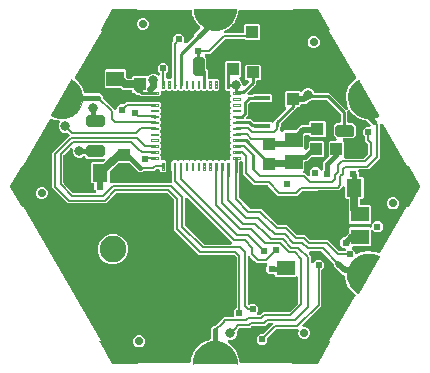
<source format=gbr>
G04 EAGLE Gerber X2 export*
%TF.Part,Single*%
%TF.FileFunction,Copper,L4,Bot,Mixed*%
%TF.FilePolarity,Positive*%
%TF.GenerationSoftware,Autodesk,EAGLE,8.6.3*%
%TF.CreationDate,2018-03-24T11:36:11Z*%
G75*
%MOMM*%
%FSLAX34Y34*%
%LPD*%
%AMOC8*
5,1,8,0,0,1.08239X$1,22.5*%
G01*
%ADD10R,1.000000X1.100000*%
%ADD11R,1.500000X1.300000*%
%ADD12C,0.124994*%
%ADD13R,5.699988X5.699988*%
%ADD14R,1.399997X0.400000*%
%ADD15R,1.300000X1.500000*%
%ADD16R,1.100000X1.000000*%
%ADD17C,0.499997*%
%ADD18C,0.999997*%
%ADD19C,0.100000*%
%ADD20C,2.400000*%
%ADD21C,2.250000*%
%ADD22C,0.609600*%
%ADD23C,0.254000*%
%ADD24C,0.812800*%
%ADD25C,0.355600*%
%ADD26C,0.457200*%
%ADD27C,0.406400*%
%ADD28C,0.381000*%
%ADD29C,0.508000*%
%ADD30C,0.609600*%
%ADD31C,0.660400*%
%ADD32C,0.635000*%
%ADD33C,0.711200*%
%ADD34C,0.203200*%
%ADD35C,0.152400*%

G36*
X107735Y-492D02*
X107735Y-492D01*
X107772Y-494D01*
X107832Y-472D01*
X107895Y-460D01*
X107925Y-439D01*
X107959Y-427D01*
X108006Y-383D01*
X108059Y-347D01*
X108078Y-317D01*
X108105Y-292D01*
X108131Y-234D01*
X108166Y-180D01*
X108172Y-144D01*
X108187Y-111D01*
X108191Y-28D01*
X108199Y17D01*
X108195Y33D01*
X108196Y55D01*
X108118Y755D01*
X151406Y755D01*
X151524Y770D01*
X151643Y777D01*
X151681Y790D01*
X151722Y795D01*
X151832Y838D01*
X151945Y875D01*
X151980Y897D01*
X152017Y912D01*
X152113Y981D01*
X152214Y1045D01*
X152242Y1075D01*
X152275Y1098D01*
X152351Y1190D01*
X152432Y1277D01*
X152452Y1312D01*
X152477Y1343D01*
X152528Y1451D01*
X152586Y1555D01*
X152596Y1595D01*
X152613Y1631D01*
X152635Y1748D01*
X152665Y1863D01*
X152669Y1923D01*
X152673Y1943D01*
X152671Y1964D01*
X152675Y2024D01*
X152675Y4083D01*
X153721Y6607D01*
X153726Y6625D01*
X153735Y6642D01*
X153752Y6696D01*
X153757Y6708D01*
X153760Y6725D01*
X153782Y6796D01*
X153857Y7108D01*
X153882Y7141D01*
X153991Y7285D01*
X153991Y7286D01*
X153992Y7288D01*
X154062Y7430D01*
X154414Y8279D01*
X154455Y8431D01*
X154497Y8585D01*
X154497Y8586D01*
X154499Y8655D01*
X154664Y8925D01*
X154672Y8942D01*
X154684Y8958D01*
X154755Y9102D01*
X155800Y11626D01*
X157828Y13654D01*
X157858Y13693D01*
X157894Y13726D01*
X157955Y13818D01*
X158022Y13905D01*
X158042Y13951D01*
X158069Y13992D01*
X158070Y13995D01*
X158606Y14453D01*
X158619Y14467D01*
X158635Y14478D01*
X158747Y14594D01*
X159216Y15143D01*
X159246Y15160D01*
X159345Y15209D01*
X159383Y15241D01*
X159425Y15266D01*
X159546Y15372D01*
X161574Y17400D01*
X164098Y18445D01*
X164114Y18455D01*
X164133Y18461D01*
X164275Y18536D01*
X164548Y18703D01*
X164601Y18711D01*
X164768Y18734D01*
X164769Y18735D01*
X164770Y18735D01*
X164771Y18735D01*
X164921Y18786D01*
X165770Y19138D01*
X165906Y19216D01*
X166046Y19295D01*
X166046Y19296D01*
X166047Y19296D01*
X166096Y19344D01*
X166404Y19418D01*
X166422Y19424D01*
X166441Y19427D01*
X166593Y19479D01*
X168606Y20313D01*
X168631Y20327D01*
X168659Y20337D01*
X168769Y20406D01*
X168882Y20470D01*
X168903Y20491D01*
X168928Y20507D01*
X169017Y20601D01*
X169110Y20692D01*
X169126Y20717D01*
X169146Y20738D01*
X169209Y20852D01*
X169277Y20963D01*
X169285Y20991D01*
X169300Y21017D01*
X169332Y21143D01*
X169370Y21267D01*
X169372Y21296D01*
X169379Y21325D01*
X169389Y21485D01*
X169389Y29658D01*
X171622Y31891D01*
X172892Y31891D01*
X172990Y31903D01*
X173089Y31906D01*
X173147Y31923D01*
X173207Y31931D01*
X173299Y31967D01*
X173395Y31995D01*
X173447Y32025D01*
X173503Y32048D01*
X173583Y32106D01*
X173668Y32156D01*
X173744Y32222D01*
X173760Y32234D01*
X173768Y32244D01*
X173789Y32262D01*
X178513Y36986D01*
X178528Y36986D01*
X178586Y37003D01*
X178647Y37011D01*
X178739Y37047D01*
X178834Y37075D01*
X178886Y37105D01*
X178942Y37128D01*
X179022Y37186D01*
X179108Y37236D01*
X179183Y37302D01*
X179200Y37314D01*
X179207Y37324D01*
X179229Y37342D01*
X180889Y39003D01*
X188052Y39003D01*
X188190Y39020D01*
X188329Y39033D01*
X188348Y39040D01*
X188368Y39043D01*
X188497Y39094D01*
X188628Y39141D01*
X188645Y39152D01*
X188663Y39160D01*
X188776Y39241D01*
X188891Y39319D01*
X188904Y39335D01*
X188921Y39346D01*
X189010Y39454D01*
X189102Y39558D01*
X189111Y39576D01*
X189124Y39591D01*
X189183Y39717D01*
X189246Y39841D01*
X189251Y39861D01*
X189259Y39879D01*
X189285Y40015D01*
X189316Y40151D01*
X189315Y40172D01*
X189319Y40191D01*
X189310Y40330D01*
X189306Y40469D01*
X189300Y40489D01*
X189299Y40509D01*
X189256Y40641D01*
X189218Y40775D01*
X189207Y40792D01*
X189201Y40811D01*
X189201Y44706D01*
X191116Y46620D01*
X191176Y46699D01*
X191244Y46771D01*
X191273Y46824D01*
X191310Y46872D01*
X191350Y46963D01*
X191398Y47049D01*
X191413Y47108D01*
X191437Y47163D01*
X191452Y47261D01*
X191477Y47357D01*
X191483Y47457D01*
X191487Y47478D01*
X191485Y47490D01*
X191487Y47518D01*
X191487Y89345D01*
X191475Y89443D01*
X191472Y89542D01*
X191455Y89600D01*
X191447Y89661D01*
X191411Y89753D01*
X191383Y89848D01*
X191353Y89900D01*
X191330Y89956D01*
X191272Y90036D01*
X191222Y90122D01*
X191156Y90197D01*
X191144Y90214D01*
X191134Y90221D01*
X191116Y90243D01*
X189643Y91716D01*
X189564Y91776D01*
X189492Y91844D01*
X189439Y91873D01*
X189391Y91910D01*
X189300Y91950D01*
X189214Y91998D01*
X189155Y92013D01*
X189099Y92037D01*
X189001Y92052D01*
X188906Y92077D01*
X188806Y92083D01*
X188785Y92087D01*
X188773Y92085D01*
X188745Y92087D01*
X159299Y92087D01*
X138655Y112731D01*
X138655Y137859D01*
X138643Y137957D01*
X138640Y138056D01*
X138623Y138114D01*
X138615Y138175D01*
X138579Y138267D01*
X138551Y138362D01*
X138521Y138414D01*
X138498Y138470D01*
X138440Y138550D01*
X138390Y138636D01*
X138324Y138711D01*
X138312Y138728D01*
X138302Y138735D01*
X138284Y138757D01*
X133001Y144040D01*
X132922Y144100D01*
X132850Y144168D01*
X132797Y144197D01*
X132749Y144234D01*
X132658Y144274D01*
X132572Y144322D01*
X132513Y144337D01*
X132457Y144361D01*
X132359Y144376D01*
X132264Y144401D01*
X132164Y144407D01*
X132143Y144411D01*
X132131Y144409D01*
X132103Y144411D01*
X90091Y144411D01*
X89993Y144399D01*
X89894Y144396D01*
X89836Y144379D01*
X89775Y144371D01*
X89683Y144335D01*
X89588Y144307D01*
X89536Y144277D01*
X89480Y144254D01*
X89400Y144196D01*
X89314Y144146D01*
X89239Y144080D01*
X89222Y144068D01*
X89215Y144058D01*
X89193Y144040D01*
X80675Y135521D01*
X48301Y135521D01*
X35277Y148545D01*
X35277Y178125D01*
X49562Y192410D01*
X49635Y192504D01*
X49713Y192593D01*
X49732Y192629D01*
X49757Y192661D01*
X49804Y192770D01*
X49858Y192876D01*
X49867Y192915D01*
X49883Y192953D01*
X49902Y193070D01*
X49928Y193186D01*
X49926Y193227D01*
X49933Y193267D01*
X49922Y193385D01*
X49918Y193504D01*
X49907Y193543D01*
X49903Y193583D01*
X49863Y193696D01*
X49830Y193810D01*
X49809Y193845D01*
X49795Y193883D01*
X49728Y193981D01*
X49668Y194084D01*
X49628Y194129D01*
X49617Y194146D01*
X49601Y194159D01*
X49562Y194205D01*
X48790Y194976D01*
X48767Y194994D01*
X48748Y195016D01*
X48642Y195091D01*
X48539Y195171D01*
X48512Y195182D01*
X48488Y195199D01*
X48366Y195245D01*
X48247Y195297D01*
X48218Y195302D01*
X48190Y195312D01*
X48062Y195326D01*
X47933Y195347D01*
X47904Y195344D01*
X47874Y195347D01*
X47746Y195329D01*
X47617Y195317D01*
X47589Y195307D01*
X47559Y195303D01*
X47407Y195251D01*
X47312Y195211D01*
X45088Y195211D01*
X43034Y196062D01*
X41462Y197634D01*
X40611Y199688D01*
X40611Y201912D01*
X41548Y204172D01*
X41582Y204298D01*
X41622Y204423D01*
X41624Y204451D01*
X41632Y204479D01*
X41634Y204610D01*
X41642Y204740D01*
X41636Y204768D01*
X41637Y204797D01*
X41606Y204925D01*
X41581Y205053D01*
X41569Y205078D01*
X41562Y205106D01*
X41501Y205222D01*
X41445Y205340D01*
X41427Y205362D01*
X41414Y205387D01*
X41326Y205484D01*
X41242Y205585D01*
X41219Y205601D01*
X41200Y205623D01*
X41090Y205695D01*
X40985Y205771D01*
X40958Y205782D01*
X40934Y205797D01*
X40810Y205840D01*
X40689Y205888D01*
X40649Y205895D01*
X40633Y205901D01*
X40612Y205902D01*
X40531Y205918D01*
X40141Y205966D01*
X40136Y205966D01*
X39986Y205975D01*
X39693Y205975D01*
X39599Y206016D01*
X39578Y206020D01*
X39558Y206027D01*
X39400Y206057D01*
X37036Y206349D01*
X35395Y207279D01*
X35289Y207323D01*
X35187Y207373D01*
X35143Y207383D01*
X35100Y207400D01*
X34988Y207416D01*
X34876Y207440D01*
X34831Y207438D01*
X34785Y207444D01*
X34672Y207431D01*
X34558Y207427D01*
X34515Y207414D01*
X34469Y207408D01*
X34363Y207368D01*
X34254Y207335D01*
X34215Y207312D01*
X34172Y207295D01*
X34079Y207230D01*
X33982Y207171D01*
X33950Y207138D01*
X33912Y207112D01*
X33839Y207025D01*
X33759Y206944D01*
X33720Y206886D01*
X33706Y206870D01*
X33698Y206853D01*
X33670Y206810D01*
X10640Y166919D01*
X10000Y167399D01*
X9962Y167417D01*
X9929Y167444D01*
X9873Y167460D01*
X9820Y167485D01*
X9778Y167486D01*
X9738Y167498D01*
X9680Y167491D01*
X9621Y167493D01*
X9582Y167478D01*
X9540Y167473D01*
X9490Y167444D01*
X9435Y167423D01*
X9405Y167394D01*
X9368Y167373D01*
X9323Y167317D01*
X9291Y167286D01*
X9282Y167266D01*
X9264Y167244D01*
X-236Y150244D01*
X-257Y150176D01*
X-287Y150112D01*
X-287Y150082D01*
X-296Y150054D01*
X-290Y149984D01*
X-292Y149913D01*
X-280Y149882D01*
X-278Y149856D01*
X-258Y149819D01*
X-236Y149756D01*
X9264Y132756D01*
X9291Y132725D01*
X9311Y132687D01*
X9356Y132650D01*
X9394Y132606D01*
X9431Y132587D01*
X9464Y132560D01*
X9520Y132543D01*
X9572Y132517D01*
X9614Y132515D01*
X9654Y132503D01*
X9712Y132509D01*
X9771Y132506D01*
X9810Y132520D01*
X9852Y132524D01*
X9916Y132558D01*
X9958Y132572D01*
X9974Y132588D01*
X10000Y132601D01*
X10640Y133081D01*
X76317Y19321D01*
X75497Y18956D01*
X75466Y18934D01*
X75431Y18920D01*
X75386Y18877D01*
X75335Y18841D01*
X75315Y18809D01*
X75288Y18782D01*
X75264Y18725D01*
X75231Y18672D01*
X75225Y18634D01*
X75211Y18599D01*
X75211Y18537D01*
X75201Y18475D01*
X75211Y18438D01*
X75211Y18400D01*
X75240Y18326D01*
X75251Y18282D01*
X75262Y18267D01*
X75263Y18266D01*
X75264Y18262D01*
X75265Y18261D01*
X75271Y18245D01*
X86271Y-255D01*
X86321Y-310D01*
X86365Y-370D01*
X86387Y-383D01*
X86405Y-402D01*
X86472Y-434D01*
X86536Y-472D01*
X86565Y-476D01*
X86585Y-486D01*
X86629Y-487D01*
X86700Y-499D01*
X107700Y-499D01*
X107735Y-492D01*
G37*
G36*
X135244Y152556D02*
X135244Y152556D01*
X135363Y152563D01*
X135401Y152576D01*
X135442Y152581D01*
X135552Y152624D01*
X135665Y152661D01*
X135700Y152683D01*
X135737Y152698D01*
X135833Y152767D01*
X135934Y152831D01*
X135962Y152861D01*
X135995Y152884D01*
X136071Y152976D01*
X136152Y153063D01*
X136172Y153098D01*
X136197Y153129D01*
X136248Y153237D01*
X136306Y153341D01*
X136316Y153381D01*
X136333Y153417D01*
X136355Y153534D01*
X136385Y153649D01*
X136389Y153709D01*
X136393Y153729D01*
X136391Y153750D01*
X136395Y153810D01*
X136395Y162537D01*
X136383Y162635D01*
X136380Y162734D01*
X136363Y162792D01*
X136355Y162852D01*
X136319Y162944D01*
X136291Y163040D01*
X136261Y163092D01*
X136238Y163148D01*
X136180Y163228D01*
X136161Y163260D01*
X136161Y170827D01*
X137421Y172087D01*
X140451Y172087D01*
X140539Y172000D01*
X140633Y171927D01*
X140722Y171848D01*
X140758Y171829D01*
X140790Y171805D01*
X140899Y171757D01*
X141005Y171703D01*
X141045Y171694D01*
X141082Y171678D01*
X141199Y171660D01*
X141315Y171634D01*
X141356Y171635D01*
X141396Y171628D01*
X141515Y171640D01*
X141633Y171643D01*
X141672Y171654D01*
X141712Y171658D01*
X141825Y171699D01*
X141939Y171732D01*
X141974Y171752D01*
X142012Y171766D01*
X142110Y171833D01*
X142213Y171893D01*
X142258Y171933D01*
X142275Y171944D01*
X142288Y171960D01*
X142334Y172000D01*
X142421Y172087D01*
X145451Y172087D01*
X145539Y172000D01*
X145633Y171927D01*
X145722Y171848D01*
X145758Y171829D01*
X145790Y171805D01*
X145899Y171757D01*
X146005Y171703D01*
X146045Y171694D01*
X146082Y171678D01*
X146199Y171660D01*
X146315Y171634D01*
X146356Y171635D01*
X146396Y171628D01*
X146515Y171640D01*
X146633Y171643D01*
X146672Y171654D01*
X146712Y171658D01*
X146825Y171699D01*
X146939Y171732D01*
X146974Y171752D01*
X147012Y171766D01*
X147110Y171833D01*
X147213Y171893D01*
X147258Y171933D01*
X147275Y171944D01*
X147288Y171960D01*
X147334Y172000D01*
X147421Y172087D01*
X150451Y172087D01*
X150539Y172000D01*
X150633Y171927D01*
X150722Y171848D01*
X150758Y171829D01*
X150790Y171805D01*
X150899Y171757D01*
X151005Y171703D01*
X151045Y171694D01*
X151082Y171678D01*
X151199Y171660D01*
X151315Y171634D01*
X151356Y171635D01*
X151396Y171628D01*
X151515Y171640D01*
X151633Y171643D01*
X151672Y171654D01*
X151712Y171658D01*
X151825Y171699D01*
X151939Y171732D01*
X151974Y171752D01*
X152012Y171766D01*
X152110Y171833D01*
X152213Y171893D01*
X152258Y171933D01*
X152275Y171944D01*
X152288Y171960D01*
X152334Y172000D01*
X152421Y172087D01*
X155451Y172087D01*
X155539Y172000D01*
X155633Y171927D01*
X155722Y171848D01*
X155758Y171829D01*
X155790Y171805D01*
X155899Y171757D01*
X156005Y171703D01*
X156045Y171694D01*
X156082Y171678D01*
X156199Y171660D01*
X156315Y171634D01*
X156356Y171635D01*
X156396Y171628D01*
X156515Y171640D01*
X156633Y171643D01*
X156672Y171654D01*
X156712Y171658D01*
X156825Y171699D01*
X156939Y171732D01*
X156974Y171752D01*
X157012Y171766D01*
X157110Y171833D01*
X157213Y171893D01*
X157258Y171933D01*
X157275Y171944D01*
X157288Y171960D01*
X157334Y172000D01*
X157421Y172087D01*
X160451Y172087D01*
X160539Y172000D01*
X160633Y171927D01*
X160722Y171848D01*
X160758Y171829D01*
X160790Y171805D01*
X160899Y171757D01*
X161005Y171703D01*
X161045Y171694D01*
X161082Y171678D01*
X161199Y171660D01*
X161315Y171634D01*
X161356Y171635D01*
X161396Y171628D01*
X161515Y171640D01*
X161633Y171643D01*
X161672Y171654D01*
X161712Y171658D01*
X161825Y171699D01*
X161939Y171732D01*
X161974Y171752D01*
X162012Y171766D01*
X162110Y171833D01*
X162213Y171893D01*
X162258Y171933D01*
X162275Y171944D01*
X162288Y171960D01*
X162334Y172000D01*
X162421Y172087D01*
X165451Y172087D01*
X165539Y172000D01*
X165633Y171927D01*
X165722Y171848D01*
X165758Y171829D01*
X165790Y171805D01*
X165899Y171757D01*
X166005Y171703D01*
X166045Y171694D01*
X166082Y171678D01*
X166199Y171660D01*
X166315Y171634D01*
X166356Y171635D01*
X166396Y171628D01*
X166515Y171640D01*
X166633Y171643D01*
X166672Y171654D01*
X166712Y171658D01*
X166825Y171699D01*
X166939Y171732D01*
X166974Y171752D01*
X167012Y171766D01*
X167110Y171833D01*
X167213Y171893D01*
X167258Y171933D01*
X167275Y171944D01*
X167288Y171960D01*
X167334Y172000D01*
X167421Y172087D01*
X170451Y172087D01*
X170539Y172000D01*
X170633Y171927D01*
X170722Y171848D01*
X170758Y171829D01*
X170790Y171805D01*
X170899Y171757D01*
X171005Y171703D01*
X171045Y171694D01*
X171082Y171678D01*
X171199Y171660D01*
X171315Y171634D01*
X171356Y171635D01*
X171396Y171628D01*
X171515Y171640D01*
X171633Y171643D01*
X171672Y171654D01*
X171712Y171658D01*
X171825Y171699D01*
X171939Y171732D01*
X171974Y171752D01*
X172012Y171766D01*
X172110Y171833D01*
X172213Y171893D01*
X172258Y171933D01*
X172275Y171944D01*
X172288Y171960D01*
X172334Y172000D01*
X172421Y172087D01*
X175451Y172087D01*
X175539Y172000D01*
X175633Y171927D01*
X175722Y171848D01*
X175758Y171829D01*
X175790Y171805D01*
X175899Y171757D01*
X176005Y171703D01*
X176045Y171694D01*
X176082Y171678D01*
X176199Y171660D01*
X176315Y171634D01*
X176356Y171635D01*
X176396Y171628D01*
X176515Y171640D01*
X176633Y171643D01*
X176672Y171654D01*
X176712Y171658D01*
X176825Y171699D01*
X176939Y171732D01*
X176974Y171752D01*
X177012Y171766D01*
X177110Y171833D01*
X177213Y171893D01*
X177258Y171933D01*
X177275Y171944D01*
X177288Y171960D01*
X177334Y172000D01*
X177421Y172087D01*
X180451Y172087D01*
X180539Y172000D01*
X180633Y171927D01*
X180722Y171848D01*
X180758Y171829D01*
X180790Y171805D01*
X180899Y171757D01*
X181005Y171703D01*
X181045Y171694D01*
X181082Y171678D01*
X181199Y171660D01*
X181315Y171634D01*
X181356Y171635D01*
X181396Y171628D01*
X181515Y171640D01*
X181633Y171643D01*
X181672Y171654D01*
X181712Y171658D01*
X181825Y171699D01*
X181939Y171732D01*
X181974Y171752D01*
X182012Y171766D01*
X182110Y171833D01*
X182213Y171893D01*
X182258Y171933D01*
X182275Y171944D01*
X182288Y171960D01*
X182334Y172000D01*
X182421Y172087D01*
X184642Y172087D01*
X184760Y172102D01*
X184879Y172109D01*
X184917Y172121D01*
X184958Y172127D01*
X185068Y172170D01*
X185182Y172207D01*
X185216Y172229D01*
X185253Y172244D01*
X185350Y172313D01*
X185450Y172377D01*
X185478Y172407D01*
X185511Y172430D01*
X185587Y172522D01*
X185668Y172609D01*
X185688Y172644D01*
X185713Y172675D01*
X185764Y172783D01*
X185822Y172887D01*
X185832Y172927D01*
X185849Y172963D01*
X185871Y173080D01*
X185901Y173195D01*
X185905Y173255D01*
X185909Y173275D01*
X185908Y173288D01*
X185909Y173292D01*
X185908Y173304D01*
X185911Y173356D01*
X185911Y175577D01*
X185998Y175665D01*
X186071Y175759D01*
X186150Y175848D01*
X186169Y175884D01*
X186193Y175916D01*
X186241Y176025D01*
X186295Y176131D01*
X186304Y176171D01*
X186320Y176208D01*
X186338Y176325D01*
X186364Y176441D01*
X186363Y176482D01*
X186370Y176522D01*
X186358Y176641D01*
X186355Y176759D01*
X186344Y176798D01*
X186340Y176838D01*
X186299Y176951D01*
X186266Y177065D01*
X186246Y177100D01*
X186232Y177138D01*
X186165Y177236D01*
X186105Y177339D01*
X186065Y177384D01*
X186054Y177401D01*
X186038Y177414D01*
X185998Y177460D01*
X185911Y177547D01*
X185911Y180577D01*
X185998Y180665D01*
X186071Y180759D01*
X186150Y180848D01*
X186169Y180884D01*
X186193Y180916D01*
X186241Y181025D01*
X186295Y181131D01*
X186304Y181171D01*
X186320Y181208D01*
X186338Y181325D01*
X186364Y181441D01*
X186363Y181482D01*
X186370Y181522D01*
X186358Y181641D01*
X186355Y181759D01*
X186344Y181798D01*
X186340Y181838D01*
X186299Y181951D01*
X186266Y182065D01*
X186246Y182100D01*
X186232Y182138D01*
X186165Y182236D01*
X186105Y182339D01*
X186065Y182384D01*
X186054Y182401D01*
X186038Y182414D01*
X185998Y182460D01*
X185911Y182547D01*
X185911Y185577D01*
X185998Y185665D01*
X186071Y185759D01*
X186150Y185848D01*
X186169Y185884D01*
X186193Y185916D01*
X186241Y186025D01*
X186295Y186131D01*
X186304Y186171D01*
X186320Y186208D01*
X186338Y186325D01*
X186364Y186441D01*
X186363Y186482D01*
X186370Y186522D01*
X186358Y186641D01*
X186355Y186759D01*
X186344Y186798D01*
X186340Y186838D01*
X186299Y186951D01*
X186266Y187065D01*
X186246Y187100D01*
X186232Y187138D01*
X186165Y187236D01*
X186105Y187339D01*
X186065Y187384D01*
X186054Y187401D01*
X186038Y187414D01*
X185998Y187460D01*
X185911Y187547D01*
X185911Y190577D01*
X185998Y190665D01*
X186071Y190759D01*
X186150Y190848D01*
X186169Y190884D01*
X186193Y190916D01*
X186241Y191025D01*
X186295Y191131D01*
X186304Y191171D01*
X186320Y191208D01*
X186338Y191325D01*
X186364Y191441D01*
X186363Y191482D01*
X186370Y191522D01*
X186358Y191641D01*
X186355Y191759D01*
X186344Y191798D01*
X186340Y191838D01*
X186299Y191951D01*
X186266Y192065D01*
X186246Y192100D01*
X186232Y192138D01*
X186165Y192236D01*
X186105Y192339D01*
X186065Y192384D01*
X186054Y192401D01*
X186038Y192414D01*
X185998Y192460D01*
X185911Y192547D01*
X185911Y195577D01*
X185998Y195665D01*
X186071Y195759D01*
X186150Y195848D01*
X186169Y195884D01*
X186193Y195916D01*
X186241Y196025D01*
X186295Y196131D01*
X186304Y196171D01*
X186320Y196208D01*
X186338Y196325D01*
X186364Y196441D01*
X186363Y196482D01*
X186370Y196522D01*
X186358Y196641D01*
X186355Y196759D01*
X186344Y196798D01*
X186340Y196838D01*
X186299Y196951D01*
X186266Y197065D01*
X186246Y197100D01*
X186232Y197138D01*
X186165Y197236D01*
X186105Y197339D01*
X186065Y197384D01*
X186054Y197401D01*
X186038Y197414D01*
X185998Y197460D01*
X185911Y197547D01*
X185911Y200577D01*
X185998Y200665D01*
X186071Y200759D01*
X186150Y200848D01*
X186169Y200884D01*
X186193Y200916D01*
X186241Y201025D01*
X186295Y201131D01*
X186304Y201171D01*
X186320Y201208D01*
X186338Y201325D01*
X186364Y201441D01*
X186363Y201482D01*
X186370Y201522D01*
X186358Y201641D01*
X186355Y201759D01*
X186344Y201798D01*
X186340Y201838D01*
X186299Y201951D01*
X186266Y202065D01*
X186246Y202100D01*
X186232Y202138D01*
X186165Y202236D01*
X186105Y202339D01*
X186065Y202384D01*
X186054Y202401D01*
X186038Y202414D01*
X185998Y202460D01*
X185911Y202547D01*
X185911Y205577D01*
X185998Y205665D01*
X186071Y205759D01*
X186150Y205848D01*
X186169Y205884D01*
X186193Y205916D01*
X186241Y206025D01*
X186295Y206131D01*
X186304Y206171D01*
X186320Y206208D01*
X186338Y206325D01*
X186364Y206441D01*
X186363Y206482D01*
X186370Y206522D01*
X186358Y206641D01*
X186355Y206759D01*
X186344Y206798D01*
X186340Y206838D01*
X186299Y206951D01*
X186266Y207065D01*
X186246Y207100D01*
X186232Y207138D01*
X186165Y207236D01*
X186105Y207339D01*
X186065Y207384D01*
X186054Y207401D01*
X186038Y207414D01*
X185998Y207460D01*
X185911Y207547D01*
X185911Y210577D01*
X185998Y210665D01*
X186071Y210759D01*
X186150Y210848D01*
X186169Y210884D01*
X186193Y210916D01*
X186241Y211025D01*
X186295Y211131D01*
X186304Y211171D01*
X186320Y211208D01*
X186338Y211325D01*
X186364Y211441D01*
X186363Y211482D01*
X186370Y211522D01*
X186358Y211641D01*
X186355Y211759D01*
X186344Y211798D01*
X186340Y211838D01*
X186299Y211951D01*
X186266Y212065D01*
X186246Y212100D01*
X186232Y212138D01*
X186165Y212236D01*
X186105Y212339D01*
X186065Y212384D01*
X186054Y212401D01*
X186038Y212414D01*
X185998Y212460D01*
X185911Y212547D01*
X185911Y215577D01*
X185998Y215665D01*
X186071Y215759D01*
X186150Y215848D01*
X186169Y215884D01*
X186193Y215916D01*
X186241Y216025D01*
X186295Y216131D01*
X186304Y216171D01*
X186320Y216208D01*
X186338Y216325D01*
X186364Y216441D01*
X186363Y216482D01*
X186370Y216522D01*
X186358Y216641D01*
X186355Y216759D01*
X186344Y216798D01*
X186340Y216838D01*
X186299Y216951D01*
X186266Y217065D01*
X186246Y217100D01*
X186232Y217138D01*
X186165Y217236D01*
X186105Y217339D01*
X186065Y217384D01*
X186054Y217401D01*
X186038Y217414D01*
X185998Y217460D01*
X185911Y217547D01*
X185911Y220577D01*
X185998Y220665D01*
X186071Y220759D01*
X186150Y220848D01*
X186169Y220884D01*
X186193Y220916D01*
X186241Y221025D01*
X186295Y221131D01*
X186304Y221171D01*
X186320Y221208D01*
X186338Y221325D01*
X186364Y221441D01*
X186363Y221482D01*
X186370Y221522D01*
X186358Y221641D01*
X186355Y221759D01*
X186344Y221798D01*
X186340Y221838D01*
X186299Y221951D01*
X186266Y222065D01*
X186246Y222100D01*
X186232Y222138D01*
X186165Y222236D01*
X186105Y222339D01*
X186065Y222384D01*
X186054Y222401D01*
X186038Y222414D01*
X185998Y222460D01*
X185911Y222547D01*
X185911Y225577D01*
X185998Y225665D01*
X186071Y225759D01*
X186150Y225848D01*
X186169Y225884D01*
X186193Y225916D01*
X186241Y226025D01*
X186295Y226131D01*
X186304Y226171D01*
X186320Y226208D01*
X186338Y226325D01*
X186364Y226441D01*
X186363Y226482D01*
X186370Y226522D01*
X186358Y226641D01*
X186355Y226759D01*
X186344Y226798D01*
X186340Y226838D01*
X186299Y226951D01*
X186266Y227065D01*
X186246Y227100D01*
X186232Y227138D01*
X186165Y227236D01*
X186105Y227339D01*
X186065Y227384D01*
X186054Y227401D01*
X186038Y227414D01*
X185998Y227460D01*
X185911Y227547D01*
X185911Y229768D01*
X185896Y229886D01*
X185889Y230005D01*
X185877Y230043D01*
X185871Y230084D01*
X185828Y230194D01*
X185791Y230308D01*
X185769Y230342D01*
X185754Y230379D01*
X185685Y230476D01*
X185621Y230576D01*
X185591Y230604D01*
X185568Y230637D01*
X185476Y230713D01*
X185389Y230794D01*
X185354Y230814D01*
X185323Y230839D01*
X185215Y230890D01*
X185111Y230948D01*
X185071Y230958D01*
X185035Y230975D01*
X184918Y230997D01*
X184803Y231027D01*
X184743Y231031D01*
X184723Y231035D01*
X184702Y231034D01*
X184642Y231037D01*
X182421Y231037D01*
X181161Y232297D01*
X181161Y234359D01*
X181149Y234457D01*
X181146Y234556D01*
X181141Y234572D01*
X181141Y245850D01*
X181290Y245998D01*
X181350Y246076D01*
X181418Y246148D01*
X181447Y246201D01*
X181484Y246249D01*
X181524Y246340D01*
X181572Y246427D01*
X181587Y246485D01*
X181611Y246541D01*
X181626Y246639D01*
X181651Y246735D01*
X181657Y246835D01*
X181661Y246855D01*
X181659Y246867D01*
X181661Y246895D01*
X181661Y255074D01*
X182554Y255967D01*
X193818Y255967D01*
X194711Y255074D01*
X194711Y242810D01*
X194088Y242188D01*
X194016Y242094D01*
X193937Y242005D01*
X193918Y241969D01*
X193894Y241937D01*
X193846Y241828D01*
X193792Y241722D01*
X193783Y241682D01*
X193767Y241645D01*
X193748Y241527D01*
X193722Y241411D01*
X193724Y241371D01*
X193717Y241331D01*
X193728Y241212D01*
X193732Y241093D01*
X193743Y241055D01*
X193747Y241014D01*
X193787Y240902D01*
X193821Y240788D01*
X193841Y240753D01*
X193855Y240715D01*
X193922Y240616D01*
X193982Y240514D01*
X194022Y240469D01*
X194033Y240452D01*
X194049Y240438D01*
X194088Y240393D01*
X195464Y239018D01*
X196315Y236964D01*
X196315Y235757D01*
X196332Y235620D01*
X196345Y235481D01*
X196352Y235462D01*
X196355Y235442D01*
X196406Y235313D01*
X196453Y235182D01*
X196464Y235165D01*
X196472Y235146D01*
X196553Y235034D01*
X196631Y234919D01*
X196647Y234905D01*
X196658Y234889D01*
X196766Y234800D01*
X196870Y234708D01*
X196888Y234699D01*
X196903Y234686D01*
X197029Y234627D01*
X197153Y234563D01*
X197173Y234559D01*
X197191Y234550D01*
X197327Y234524D01*
X197463Y234494D01*
X197484Y234494D01*
X197503Y234491D01*
X197642Y234499D01*
X197781Y234503D01*
X197801Y234509D01*
X197821Y234510D01*
X197953Y234553D01*
X198087Y234592D01*
X198104Y234602D01*
X198123Y234608D01*
X198241Y234683D01*
X198361Y234753D01*
X198382Y234772D01*
X198392Y234779D01*
X198406Y234793D01*
X198481Y234860D01*
X201450Y237829D01*
X201535Y237938D01*
X201624Y238045D01*
X201633Y238064D01*
X201645Y238080D01*
X201701Y238208D01*
X201760Y238333D01*
X201763Y238353D01*
X201771Y238372D01*
X201793Y238510D01*
X201819Y238646D01*
X201818Y238666D01*
X201821Y238686D01*
X201808Y238825D01*
X201800Y238963D01*
X201793Y238982D01*
X201792Y239002D01*
X201744Y239134D01*
X201702Y239265D01*
X201691Y239283D01*
X201684Y239302D01*
X201606Y239417D01*
X201531Y239534D01*
X201517Y239548D01*
X201505Y239565D01*
X201401Y239657D01*
X201300Y239752D01*
X201282Y239762D01*
X201267Y239775D01*
X201143Y239838D01*
X201021Y239906D01*
X201002Y239911D01*
X200984Y239920D01*
X200848Y239950D01*
X200713Y239985D01*
X200685Y239987D01*
X200673Y239990D01*
X200653Y239989D01*
X200553Y239995D01*
X198954Y239995D01*
X198061Y240888D01*
X198061Y252152D01*
X198954Y253045D01*
X211218Y253045D01*
X212111Y252152D01*
X212111Y240888D01*
X211218Y239995D01*
X209150Y239995D01*
X209032Y239980D01*
X208913Y239973D01*
X208875Y239960D01*
X208834Y239955D01*
X208724Y239912D01*
X208611Y239875D01*
X208576Y239853D01*
X208539Y239838D01*
X208443Y239769D01*
X208342Y239705D01*
X208314Y239675D01*
X208281Y239652D01*
X208205Y239560D01*
X208124Y239473D01*
X208104Y239438D01*
X208079Y239407D01*
X208028Y239299D01*
X207970Y239195D01*
X207960Y239155D01*
X207943Y239119D01*
X207921Y239002D01*
X207891Y238887D01*
X207887Y238827D01*
X207883Y238807D01*
X207885Y238786D01*
X207881Y238726D01*
X207881Y236354D01*
X200910Y229383D01*
X200825Y229274D01*
X200736Y229167D01*
X200727Y229148D01*
X200715Y229132D01*
X200659Y229004D01*
X200600Y228879D01*
X200597Y228859D01*
X200589Y228840D01*
X200567Y228702D01*
X200541Y228566D01*
X200542Y228546D01*
X200539Y228526D01*
X200552Y228387D01*
X200560Y228249D01*
X200567Y228230D01*
X200568Y228210D01*
X200616Y228078D01*
X200658Y227947D01*
X200669Y227929D01*
X200676Y227910D01*
X200754Y227795D01*
X200829Y227678D01*
X200843Y227664D01*
X200855Y227647D01*
X200959Y227555D01*
X201060Y227460D01*
X201078Y227450D01*
X201093Y227437D01*
X201217Y227373D01*
X201339Y227306D01*
X201358Y227301D01*
X201376Y227292D01*
X201512Y227262D01*
X201647Y227227D01*
X201675Y227225D01*
X201687Y227222D01*
X201707Y227223D01*
X201807Y227217D01*
X203552Y227217D01*
X203651Y227229D01*
X203750Y227232D01*
X203808Y227249D01*
X203868Y227257D01*
X203960Y227293D01*
X204055Y227321D01*
X204107Y227351D01*
X204164Y227374D01*
X204244Y227432D01*
X204329Y227482D01*
X204404Y227548D01*
X204421Y227560D01*
X204429Y227570D01*
X204450Y227588D01*
X205378Y228517D01*
X220641Y228517D01*
X221534Y227624D01*
X221534Y222360D01*
X220641Y221467D01*
X205300Y221467D01*
X205248Y221490D01*
X205161Y221538D01*
X205103Y221553D01*
X205047Y221577D01*
X204949Y221592D01*
X204853Y221617D01*
X204753Y221623D01*
X204733Y221627D01*
X204721Y221625D01*
X204692Y221627D01*
X203839Y221627D01*
X203741Y221615D01*
X203642Y221612D01*
X203584Y221595D01*
X203524Y221587D01*
X203432Y221551D01*
X203337Y221523D01*
X203284Y221493D01*
X203228Y221470D01*
X203148Y221412D01*
X203063Y221362D01*
X202987Y221296D01*
X202971Y221284D01*
X202963Y221274D01*
X202942Y221256D01*
X201512Y219826D01*
X201452Y219748D01*
X201384Y219676D01*
X201355Y219623D01*
X201318Y219575D01*
X201278Y219484D01*
X201230Y219397D01*
X201215Y219339D01*
X201191Y219283D01*
X201176Y219185D01*
X201151Y219089D01*
X201145Y218989D01*
X201141Y218969D01*
X201143Y218957D01*
X201141Y218929D01*
X201141Y210564D01*
X199600Y209023D01*
X199515Y208914D01*
X199426Y208807D01*
X199417Y208788D01*
X199405Y208772D01*
X199349Y208644D01*
X199290Y208519D01*
X199287Y208499D01*
X199279Y208480D01*
X199257Y208342D01*
X199231Y208206D01*
X199232Y208186D01*
X199229Y208166D01*
X199242Y208027D01*
X199250Y207889D01*
X199257Y207870D01*
X199258Y207850D01*
X199306Y207718D01*
X199348Y207587D01*
X199359Y207569D01*
X199366Y207550D01*
X199444Y207435D01*
X199519Y207318D01*
X199533Y207304D01*
X199545Y207287D01*
X199649Y207195D01*
X199750Y207100D01*
X199768Y207090D01*
X199783Y207077D01*
X199907Y207013D01*
X200029Y206946D01*
X200048Y206941D01*
X200066Y206932D01*
X200202Y206902D01*
X200337Y206867D01*
X200365Y206865D01*
X200377Y206862D01*
X200397Y206863D01*
X200497Y206857D01*
X203354Y206857D01*
X205322Y204889D01*
X205400Y204828D01*
X205472Y204760D01*
X205525Y204731D01*
X205573Y204694D01*
X205664Y204654D01*
X205751Y204606D01*
X205809Y204591D01*
X205865Y204567D01*
X205963Y204552D01*
X206059Y204527D01*
X206159Y204521D01*
X206179Y204517D01*
X206191Y204519D01*
X206219Y204517D01*
X220641Y204517D01*
X220816Y204341D01*
X220926Y204256D01*
X221033Y204168D01*
X221052Y204159D01*
X221068Y204147D01*
X221196Y204091D01*
X221321Y204032D01*
X221341Y204028D01*
X221360Y204020D01*
X221498Y203998D01*
X221634Y203972D01*
X221654Y203974D01*
X221674Y203970D01*
X221813Y203983D01*
X221951Y203992D01*
X221970Y203998D01*
X221990Y204000D01*
X222121Y204047D01*
X222253Y204090D01*
X222271Y204101D01*
X222290Y204108D01*
X222404Y204186D01*
X222522Y204260D01*
X222536Y204275D01*
X222553Y204286D01*
X222645Y204390D01*
X222740Y204492D01*
X222750Y204510D01*
X222763Y204525D01*
X222826Y204649D01*
X222894Y204770D01*
X222899Y204790D01*
X222908Y204808D01*
X222938Y204944D01*
X222973Y205078D01*
X222975Y205106D01*
X222978Y205118D01*
X222977Y205139D01*
X222983Y205239D01*
X222983Y205260D01*
X233109Y215385D01*
X233182Y215479D01*
X233260Y215568D01*
X233279Y215604D01*
X233304Y215636D01*
X233351Y215746D01*
X233405Y215852D01*
X233414Y215891D01*
X233430Y215928D01*
X233449Y216046D01*
X233475Y216162D01*
X233474Y216202D01*
X233480Y216242D01*
X233469Y216361D01*
X233465Y216480D01*
X233454Y216519D01*
X233450Y216559D01*
X233410Y216671D01*
X233377Y216785D01*
X233356Y216820D01*
X233342Y216858D01*
X233276Y216957D01*
X233215Y217059D01*
X233175Y217104D01*
X233164Y217121D01*
X233149Y217135D01*
X233109Y217180D01*
X232370Y217918D01*
X232370Y230182D01*
X233263Y231075D01*
X244527Y231075D01*
X245204Y230398D01*
X245243Y230367D01*
X245277Y230330D01*
X245369Y230270D01*
X245455Y230203D01*
X245501Y230183D01*
X245543Y230155D01*
X245647Y230120D01*
X245747Y230076D01*
X245796Y230068D01*
X245844Y230052D01*
X245953Y230044D01*
X246061Y230026D01*
X246111Y230031D01*
X246161Y230027D01*
X246269Y230046D01*
X246378Y230056D01*
X246425Y230073D01*
X246474Y230082D01*
X246574Y230127D01*
X246677Y230164D01*
X246718Y230192D01*
X246764Y230212D01*
X246849Y230281D01*
X246940Y230342D01*
X246973Y230380D01*
X247012Y230411D01*
X247078Y230499D01*
X247151Y230581D01*
X247154Y230588D01*
X248774Y232208D01*
X250828Y233059D01*
X253052Y233059D01*
X255106Y232208D01*
X256678Y230636D01*
X257082Y229660D01*
X257097Y229635D01*
X257106Y229607D01*
X257175Y229497D01*
X257239Y229384D01*
X257260Y229363D01*
X257276Y229338D01*
X257370Y229249D01*
X257461Y229156D01*
X257486Y229140D01*
X257507Y229120D01*
X257621Y229057D01*
X257732Y228989D01*
X257760Y228981D01*
X257786Y228966D01*
X257912Y228934D01*
X258036Y228896D01*
X258065Y228894D01*
X258094Y228887D01*
X258255Y228877D01*
X269980Y228877D01*
X282952Y215904D01*
X283860Y214996D01*
X283976Y214907D01*
X284091Y214814D01*
X284102Y214809D01*
X284111Y214802D01*
X284246Y214743D01*
X284380Y214682D01*
X284392Y214680D01*
X284403Y214675D01*
X284549Y214652D01*
X284693Y214626D01*
X284705Y214627D01*
X284717Y214625D01*
X284864Y214639D01*
X285011Y214650D01*
X285022Y214654D01*
X285034Y214655D01*
X285172Y214705D01*
X285312Y214752D01*
X285322Y214759D01*
X285333Y214763D01*
X285455Y214845D01*
X285578Y214926D01*
X285586Y214935D01*
X285596Y214941D01*
X285694Y215052D01*
X285793Y215160D01*
X285799Y215171D01*
X285807Y215180D01*
X285873Y215310D01*
X285943Y215441D01*
X285946Y215452D01*
X285951Y215463D01*
X285983Y215607D01*
X286018Y215750D01*
X286018Y215762D01*
X286021Y215773D01*
X286016Y215921D01*
X286015Y216068D01*
X286012Y216079D01*
X286011Y216091D01*
X285970Y216234D01*
X285932Y216375D01*
X285925Y216389D01*
X285923Y216397D01*
X285915Y216411D01*
X285862Y216520D01*
X284549Y218836D01*
X283610Y226442D01*
X284129Y228320D01*
X284142Y228410D01*
X284152Y228446D01*
X284155Y228453D01*
X284198Y228577D01*
X284203Y228588D01*
X284204Y228594D01*
X284208Y228605D01*
X285653Y233829D01*
X290368Y239872D01*
X291722Y240640D01*
X291821Y240714D01*
X291925Y240782D01*
X291948Y240809D01*
X291977Y240830D01*
X292055Y240926D01*
X292138Y241019D01*
X292154Y241050D01*
X292176Y241077D01*
X292228Y241190D01*
X292285Y241300D01*
X292293Y241335D01*
X292308Y241367D01*
X292330Y241489D01*
X292358Y241610D01*
X292358Y241645D01*
X292364Y241680D01*
X292354Y241804D01*
X292352Y241928D01*
X292343Y241962D01*
X292340Y241997D01*
X292300Y242114D01*
X292267Y242234D01*
X292244Y242281D01*
X292238Y242298D01*
X292226Y242316D01*
X292195Y242378D01*
X269409Y281846D01*
X269885Y282036D01*
X269921Y282060D01*
X269962Y282075D01*
X270004Y282114D01*
X270052Y282146D01*
X270076Y282181D01*
X270107Y282211D01*
X270130Y282263D01*
X270162Y282311D01*
X270170Y282353D01*
X270188Y282393D01*
X270189Y282450D01*
X270199Y282506D01*
X270190Y282549D01*
X270191Y282592D01*
X270166Y282658D01*
X270157Y282701D01*
X270144Y282720D01*
X270133Y282748D01*
X260133Y300248D01*
X260082Y300307D01*
X260035Y300370D01*
X260017Y300381D01*
X260002Y300397D01*
X259931Y300432D01*
X259864Y300472D01*
X259841Y300476D01*
X259823Y300484D01*
X259778Y300486D01*
X259700Y300499D01*
X239700Y300499D01*
X239665Y300492D01*
X239628Y300494D01*
X239568Y300472D01*
X239505Y300460D01*
X239475Y300439D01*
X239441Y300427D01*
X239394Y300383D01*
X239341Y300347D01*
X239322Y300317D01*
X239295Y300292D01*
X239269Y300234D01*
X239234Y300180D01*
X239228Y300144D01*
X239213Y300111D01*
X239209Y300028D01*
X239201Y299983D01*
X239205Y299967D01*
X239204Y299945D01*
X239282Y299245D01*
X193994Y299245D01*
X193876Y299230D01*
X193757Y299223D01*
X193719Y299210D01*
X193678Y299205D01*
X193568Y299162D01*
X193455Y299125D01*
X193420Y299103D01*
X193383Y299088D01*
X193287Y299019D01*
X193186Y298955D01*
X193158Y298925D01*
X193125Y298902D01*
X193049Y298810D01*
X192968Y298723D01*
X192948Y298688D01*
X192923Y298657D01*
X192872Y298549D01*
X192814Y298445D01*
X192804Y298405D01*
X192787Y298369D01*
X192765Y298252D01*
X192735Y298137D01*
X192731Y298077D01*
X192727Y298057D01*
X192729Y298036D01*
X192725Y297976D01*
X192725Y297840D01*
X192728Y297816D01*
X192725Y297770D01*
X192725Y296116D01*
X191733Y293722D01*
X191728Y293703D01*
X191719Y293686D01*
X191671Y293532D01*
X191593Y293206D01*
X191551Y293151D01*
X191454Y293021D01*
X191453Y293020D01*
X191453Y293019D01*
X191383Y292877D01*
X191094Y292180D01*
X191047Y292006D01*
X191010Y291874D01*
X191010Y291873D01*
X191009Y291797D01*
X190835Y291512D01*
X190827Y291495D01*
X190815Y291479D01*
X190744Y291335D01*
X189752Y288940D01*
X188583Y287771D01*
X188573Y287758D01*
X188567Y287751D01*
X188534Y287721D01*
X187865Y287053D01*
X187835Y287014D01*
X187798Y286981D01*
X187738Y286889D01*
X187670Y286802D01*
X187651Y286757D01*
X187624Y286715D01*
X187623Y286712D01*
X187086Y286254D01*
X187074Y286240D01*
X187058Y286229D01*
X186946Y286114D01*
X186476Y285564D01*
X186447Y285547D01*
X186348Y285498D01*
X186310Y285466D01*
X186268Y285441D01*
X186147Y285335D01*
X185479Y284666D01*
X185464Y284648D01*
X185429Y284617D01*
X184260Y283448D01*
X181865Y282456D01*
X181848Y282446D01*
X181830Y282441D01*
X181688Y282365D01*
X181330Y282146D01*
X181229Y282066D01*
X181125Y281990D01*
X181105Y281966D01*
X181082Y281947D01*
X181004Y281844D01*
X180922Y281745D01*
X180909Y281717D01*
X180891Y281693D01*
X180841Y281574D01*
X180786Y281457D01*
X180781Y281427D01*
X180769Y281399D01*
X180751Y281271D01*
X180727Y281144D01*
X180728Y281114D01*
X180724Y281084D01*
X180738Y280956D01*
X180746Y280827D01*
X180756Y280798D01*
X180759Y280768D01*
X180805Y280647D01*
X180844Y280525D01*
X180860Y280499D01*
X180871Y280471D01*
X180945Y280365D01*
X181014Y280256D01*
X181036Y280235D01*
X181054Y280210D01*
X181152Y280126D01*
X181246Y280038D01*
X181273Y280023D01*
X181295Y280004D01*
X181412Y279947D01*
X181525Y279884D01*
X181554Y279877D01*
X181581Y279864D01*
X181707Y279837D01*
X181833Y279805D01*
X181876Y279802D01*
X181892Y279799D01*
X181914Y279800D01*
X181993Y279795D01*
X196710Y279795D01*
X196829Y279810D01*
X196947Y279817D01*
X196986Y279830D01*
X197026Y279835D01*
X197137Y279878D01*
X197250Y279915D01*
X197284Y279937D01*
X197322Y279952D01*
X197418Y280021D01*
X197518Y280085D01*
X197546Y280115D01*
X197579Y280138D01*
X197655Y280230D01*
X197736Y280317D01*
X197756Y280352D01*
X197782Y280383D01*
X197832Y280491D01*
X197890Y280595D01*
X197900Y280635D01*
X197917Y280671D01*
X197940Y280788D01*
X197969Y280903D01*
X197973Y280963D01*
X197977Y280983D01*
X197976Y281004D01*
X197980Y281064D01*
X197980Y286942D01*
X198873Y287835D01*
X210136Y287835D01*
X211029Y286942D01*
X211029Y274678D01*
X210136Y273785D01*
X198873Y273785D01*
X198317Y274342D01*
X198238Y274402D01*
X198166Y274470D01*
X198113Y274499D01*
X198065Y274536D01*
X197974Y274576D01*
X197888Y274624D01*
X197829Y274639D01*
X197773Y274663D01*
X197675Y274678D01*
X197580Y274703D01*
X197480Y274709D01*
X197459Y274713D01*
X197447Y274711D01*
X197419Y274713D01*
X182144Y274713D01*
X182046Y274701D01*
X181947Y274698D01*
X181889Y274681D01*
X181829Y274673D01*
X181737Y274637D01*
X181641Y274609D01*
X181589Y274579D01*
X181533Y274556D01*
X181453Y274498D01*
X181368Y274448D01*
X181292Y274382D01*
X181276Y274370D01*
X181268Y274360D01*
X181247Y274342D01*
X168918Y262013D01*
X165827Y262013D01*
X165689Y261996D01*
X165550Y261983D01*
X165531Y261976D01*
X165511Y261973D01*
X165382Y261922D01*
X165251Y261875D01*
X165234Y261864D01*
X165216Y261856D01*
X165103Y261775D01*
X164988Y261697D01*
X164975Y261681D01*
X164958Y261670D01*
X164869Y261562D01*
X164777Y261458D01*
X164768Y261440D01*
X164755Y261425D01*
X164696Y261299D01*
X164633Y261175D01*
X164628Y261155D01*
X164620Y261137D01*
X164594Y261000D01*
X164563Y260865D01*
X164564Y260844D01*
X164560Y260825D01*
X164569Y260686D01*
X164573Y260547D01*
X164579Y260527D01*
X164580Y260507D01*
X164623Y260375D01*
X164661Y260241D01*
X164672Y260224D01*
X164678Y260205D01*
X164752Y260087D01*
X164823Y259967D01*
X164841Y259946D01*
X164848Y259936D01*
X164863Y259922D01*
X164929Y259847D01*
X165755Y259021D01*
X165755Y249807D01*
X165767Y249709D01*
X165770Y249610D01*
X165787Y249552D01*
X165795Y249492D01*
X165831Y249400D01*
X165859Y249305D01*
X165889Y249252D01*
X165912Y249196D01*
X165970Y249116D01*
X166020Y249031D01*
X166086Y248955D01*
X166098Y248939D01*
X166108Y248931D01*
X166126Y248910D01*
X166731Y248306D01*
X166731Y242356D01*
X166746Y242238D01*
X166753Y242119D01*
X166766Y242081D01*
X166771Y242041D01*
X166814Y241930D01*
X166851Y241817D01*
X166873Y241782D01*
X166888Y241745D01*
X166957Y241649D01*
X167021Y241548D01*
X167051Y241520D01*
X167074Y241487D01*
X167166Y241412D01*
X167253Y241330D01*
X167288Y241310D01*
X167319Y241285D01*
X167427Y241234D01*
X167531Y241176D01*
X167571Y241166D01*
X167607Y241149D01*
X167724Y241127D01*
X167839Y241097D01*
X167899Y241093D01*
X167919Y241089D01*
X167940Y241091D01*
X168000Y241087D01*
X170451Y241087D01*
X170538Y241000D01*
X170622Y240935D01*
X170674Y240886D01*
X170686Y240879D01*
X170722Y240848D01*
X170758Y240830D01*
X170790Y240805D01*
X170899Y240757D01*
X171005Y240703D01*
X171044Y240694D01*
X171082Y240678D01*
X171199Y240660D01*
X171315Y240634D01*
X171356Y240635D01*
X171396Y240629D01*
X171514Y240640D01*
X171633Y240643D01*
X171672Y240655D01*
X171712Y240658D01*
X171824Y240699D01*
X171939Y240732D01*
X171974Y240752D01*
X172012Y240766D01*
X172060Y240799D01*
X172062Y240800D01*
X172073Y240808D01*
X172110Y240833D01*
X172213Y240893D01*
X172258Y240933D01*
X172275Y240945D01*
X172288Y240960D01*
X172315Y240983D01*
X172320Y240987D01*
X172322Y240989D01*
X172333Y241000D01*
X172421Y241087D01*
X175451Y241087D01*
X176711Y239828D01*
X176711Y232297D01*
X175451Y231037D01*
X172421Y231037D01*
X172333Y231124D01*
X172239Y231197D01*
X172150Y231276D01*
X172114Y231295D01*
X172082Y231319D01*
X171973Y231367D01*
X171867Y231421D01*
X171827Y231430D01*
X171790Y231446D01*
X171673Y231464D01*
X171557Y231490D01*
X171516Y231489D01*
X171476Y231496D01*
X171357Y231484D01*
X171239Y231481D01*
X171200Y231470D01*
X171160Y231466D01*
X171047Y231425D01*
X170933Y231392D01*
X170898Y231372D01*
X170860Y231358D01*
X170762Y231291D01*
X170659Y231231D01*
X170614Y231191D01*
X170597Y231180D01*
X170584Y231164D01*
X170538Y231124D01*
X170451Y231037D01*
X167421Y231037D01*
X167333Y231124D01*
X167239Y231197D01*
X167150Y231276D01*
X167114Y231295D01*
X167082Y231319D01*
X166973Y231367D01*
X166867Y231421D01*
X166827Y231430D01*
X166790Y231446D01*
X166673Y231464D01*
X166557Y231490D01*
X166516Y231489D01*
X166476Y231496D01*
X166357Y231484D01*
X166239Y231481D01*
X166200Y231470D01*
X166160Y231466D01*
X166047Y231425D01*
X165933Y231392D01*
X165898Y231372D01*
X165860Y231358D01*
X165762Y231291D01*
X165659Y231231D01*
X165614Y231191D01*
X165597Y231180D01*
X165584Y231164D01*
X165538Y231124D01*
X165451Y231037D01*
X162421Y231037D01*
X162333Y231124D01*
X162239Y231197D01*
X162150Y231276D01*
X162114Y231295D01*
X162082Y231319D01*
X161973Y231367D01*
X161867Y231421D01*
X161827Y231430D01*
X161790Y231446D01*
X161673Y231464D01*
X161557Y231490D01*
X161516Y231489D01*
X161476Y231496D01*
X161357Y231484D01*
X161239Y231481D01*
X161200Y231470D01*
X161160Y231466D01*
X161047Y231425D01*
X160933Y231392D01*
X160898Y231372D01*
X160860Y231358D01*
X160762Y231291D01*
X160659Y231231D01*
X160614Y231191D01*
X160597Y231180D01*
X160584Y231164D01*
X160538Y231124D01*
X160451Y231037D01*
X157421Y231037D01*
X157333Y231124D01*
X157239Y231197D01*
X157150Y231276D01*
X157114Y231295D01*
X157082Y231319D01*
X156973Y231367D01*
X156867Y231421D01*
X156827Y231430D01*
X156790Y231446D01*
X156673Y231464D01*
X156557Y231490D01*
X156516Y231489D01*
X156476Y231496D01*
X156357Y231484D01*
X156239Y231481D01*
X156200Y231470D01*
X156160Y231466D01*
X156047Y231425D01*
X155933Y231392D01*
X155898Y231372D01*
X155860Y231358D01*
X155762Y231291D01*
X155659Y231231D01*
X155614Y231191D01*
X155597Y231180D01*
X155584Y231164D01*
X155538Y231124D01*
X155451Y231037D01*
X152421Y231037D01*
X152333Y231124D01*
X152239Y231197D01*
X152150Y231276D01*
X152114Y231295D01*
X152082Y231319D01*
X151973Y231367D01*
X151867Y231421D01*
X151827Y231430D01*
X151790Y231446D01*
X151673Y231464D01*
X151557Y231490D01*
X151516Y231489D01*
X151476Y231496D01*
X151357Y231484D01*
X151239Y231481D01*
X151200Y231470D01*
X151160Y231466D01*
X151047Y231425D01*
X150933Y231392D01*
X150898Y231372D01*
X150860Y231358D01*
X150762Y231291D01*
X150659Y231231D01*
X150614Y231191D01*
X150597Y231180D01*
X150584Y231164D01*
X150538Y231124D01*
X150451Y231037D01*
X147421Y231037D01*
X147333Y231124D01*
X147239Y231197D01*
X147150Y231276D01*
X147114Y231295D01*
X147082Y231319D01*
X146973Y231367D01*
X146867Y231421D01*
X146827Y231430D01*
X146790Y231446D01*
X146673Y231464D01*
X146557Y231490D01*
X146516Y231489D01*
X146476Y231496D01*
X146357Y231484D01*
X146239Y231481D01*
X146200Y231470D01*
X146160Y231466D01*
X146047Y231425D01*
X145933Y231392D01*
X145898Y231372D01*
X145860Y231358D01*
X145762Y231291D01*
X145659Y231231D01*
X145614Y231191D01*
X145597Y231180D01*
X145584Y231164D01*
X145538Y231124D01*
X145451Y231037D01*
X142421Y231037D01*
X142333Y231124D01*
X142239Y231197D01*
X142150Y231276D01*
X142114Y231295D01*
X142082Y231319D01*
X141973Y231367D01*
X141867Y231421D01*
X141827Y231430D01*
X141790Y231446D01*
X141673Y231464D01*
X141557Y231490D01*
X141516Y231489D01*
X141476Y231496D01*
X141357Y231484D01*
X141239Y231481D01*
X141200Y231470D01*
X141160Y231466D01*
X141047Y231425D01*
X140933Y231392D01*
X140898Y231372D01*
X140860Y231358D01*
X140762Y231291D01*
X140659Y231231D01*
X140614Y231191D01*
X140597Y231180D01*
X140584Y231164D01*
X140538Y231124D01*
X140451Y231037D01*
X137421Y231037D01*
X137333Y231124D01*
X137239Y231197D01*
X137150Y231276D01*
X137114Y231295D01*
X137082Y231319D01*
X136973Y231367D01*
X136867Y231421D01*
X136827Y231430D01*
X136790Y231446D01*
X136673Y231464D01*
X136557Y231490D01*
X136516Y231489D01*
X136476Y231496D01*
X136357Y231484D01*
X136239Y231481D01*
X136200Y231470D01*
X136160Y231466D01*
X136047Y231425D01*
X135933Y231392D01*
X135898Y231372D01*
X135860Y231358D01*
X135762Y231291D01*
X135659Y231231D01*
X135614Y231191D01*
X135597Y231180D01*
X135584Y231164D01*
X135538Y231124D01*
X135451Y231037D01*
X132421Y231037D01*
X132333Y231124D01*
X132239Y231197D01*
X132150Y231276D01*
X132114Y231295D01*
X132082Y231319D01*
X131973Y231367D01*
X131867Y231421D01*
X131827Y231430D01*
X131790Y231446D01*
X131673Y231464D01*
X131557Y231490D01*
X131516Y231489D01*
X131476Y231496D01*
X131357Y231484D01*
X131239Y231481D01*
X131200Y231470D01*
X131160Y231466D01*
X131047Y231425D01*
X130933Y231392D01*
X130898Y231372D01*
X130860Y231358D01*
X130762Y231291D01*
X130659Y231231D01*
X130614Y231191D01*
X130597Y231180D01*
X130584Y231164D01*
X130538Y231124D01*
X130451Y231037D01*
X128230Y231037D01*
X128112Y231022D01*
X127993Y231015D01*
X127955Y231003D01*
X127914Y230997D01*
X127804Y230954D01*
X127690Y230917D01*
X127656Y230895D01*
X127619Y230880D01*
X127522Y230811D01*
X127422Y230747D01*
X127394Y230717D01*
X127361Y230694D01*
X127285Y230602D01*
X127204Y230515D01*
X127184Y230480D01*
X127159Y230449D01*
X127108Y230341D01*
X127050Y230237D01*
X127040Y230197D01*
X127023Y230161D01*
X127001Y230044D01*
X126971Y229929D01*
X126967Y229869D01*
X126963Y229849D01*
X126964Y229828D01*
X126961Y229768D01*
X126961Y227547D01*
X125701Y226287D01*
X123639Y226287D01*
X123541Y226275D01*
X123442Y226272D01*
X123426Y226267D01*
X109998Y226267D01*
X109168Y227098D01*
X109090Y227158D01*
X109018Y227226D01*
X108965Y227255D01*
X108917Y227292D01*
X108826Y227332D01*
X108739Y227380D01*
X108681Y227395D01*
X108625Y227419D01*
X108527Y227434D01*
X108431Y227459D01*
X108331Y227465D01*
X108311Y227469D01*
X108299Y227467D01*
X108271Y227469D01*
X106282Y227469D01*
X104906Y228846D01*
X104827Y228906D01*
X104755Y228974D01*
X104702Y229003D01*
X104654Y229040D01*
X104563Y229080D01*
X104477Y229128D01*
X104418Y229143D01*
X104363Y229167D01*
X104265Y229182D01*
X104169Y229207D01*
X104069Y229213D01*
X104048Y229217D01*
X104036Y229215D01*
X104008Y229217D01*
X103814Y229217D01*
X102921Y230110D01*
X102921Y230391D01*
X102906Y230509D01*
X102899Y230628D01*
X102886Y230666D01*
X102881Y230707D01*
X102838Y230817D01*
X102801Y230930D01*
X102779Y230965D01*
X102764Y231002D01*
X102695Y231098D01*
X102631Y231199D01*
X102601Y231227D01*
X102578Y231260D01*
X102486Y231336D01*
X102399Y231417D01*
X102364Y231437D01*
X102333Y231462D01*
X102225Y231513D01*
X102121Y231571D01*
X102081Y231581D01*
X102045Y231598D01*
X101928Y231620D01*
X101813Y231650D01*
X101753Y231654D01*
X101733Y231658D01*
X101712Y231656D01*
X101652Y231660D01*
X94545Y231660D01*
X93325Y232880D01*
X93247Y232941D01*
X93175Y233009D01*
X93122Y233038D01*
X93074Y233075D01*
X92983Y233115D01*
X92896Y233162D01*
X92838Y233177D01*
X92782Y233202D01*
X92684Y233217D01*
X92588Y233242D01*
X92488Y233248D01*
X92468Y233251D01*
X92456Y233250D01*
X92428Y233252D01*
X80486Y233252D01*
X79593Y234145D01*
X79593Y248408D01*
X80486Y249302D01*
X96750Y249302D01*
X97643Y248408D01*
X97643Y242381D01*
X97655Y242283D01*
X97658Y242184D01*
X97675Y242126D01*
X97683Y242066D01*
X97719Y241974D01*
X97747Y241879D01*
X97777Y241827D01*
X97800Y241770D01*
X97858Y241690D01*
X97908Y241605D01*
X97974Y241529D01*
X97986Y241513D01*
X97996Y241505D01*
X98014Y241484D01*
X98067Y241431D01*
X98145Y241371D01*
X98217Y241303D01*
X98270Y241274D01*
X98318Y241237D01*
X98409Y241197D01*
X98496Y241149D01*
X98554Y241134D01*
X98610Y241110D01*
X98708Y241095D01*
X98804Y241070D01*
X98904Y241064D01*
X98924Y241060D01*
X98936Y241062D01*
X98964Y241060D01*
X101652Y241060D01*
X101770Y241075D01*
X101889Y241082D01*
X101927Y241095D01*
X101968Y241100D01*
X102078Y241143D01*
X102191Y241180D01*
X102226Y241202D01*
X102263Y241217D01*
X102359Y241286D01*
X102460Y241350D01*
X102488Y241380D01*
X102521Y241403D01*
X102597Y241495D01*
X102678Y241582D01*
X102698Y241617D01*
X102723Y241648D01*
X102774Y241756D01*
X102832Y241860D01*
X102842Y241900D01*
X102859Y241936D01*
X102881Y242053D01*
X102911Y242168D01*
X102915Y242228D01*
X102919Y242248D01*
X102917Y242269D01*
X102921Y242329D01*
X102921Y242374D01*
X103814Y243267D01*
X115109Y243267D01*
X115113Y243263D01*
X115149Y243244D01*
X115181Y243220D01*
X115290Y243172D01*
X115396Y243118D01*
X115436Y243109D01*
X115473Y243093D01*
X115590Y243075D01*
X115707Y243048D01*
X115747Y243050D01*
X115787Y243043D01*
X115905Y243054D01*
X116025Y243058D01*
X116063Y243069D01*
X116104Y243073D01*
X116216Y243113D01*
X116330Y243147D01*
X116365Y243167D01*
X116403Y243181D01*
X116501Y243248D01*
X116604Y243308D01*
X116649Y243348D01*
X116666Y243359D01*
X116680Y243375D01*
X116725Y243414D01*
X117710Y244400D01*
X119764Y245251D01*
X121988Y245251D01*
X124042Y244400D01*
X124296Y244145D01*
X124406Y244060D01*
X124513Y243971D01*
X124532Y243963D01*
X124548Y243950D01*
X124675Y243895D01*
X124801Y243836D01*
X124821Y243832D01*
X124840Y243824D01*
X124977Y243802D01*
X125114Y243776D01*
X125134Y243777D01*
X125154Y243774D01*
X125293Y243787D01*
X125431Y243796D01*
X125450Y243802D01*
X125470Y243804D01*
X125602Y243851D01*
X125733Y243894D01*
X125750Y243904D01*
X125770Y243911D01*
X125885Y243990D01*
X126002Y244064D01*
X126016Y244079D01*
X126033Y244090D01*
X126125Y244194D01*
X126220Y244295D01*
X126230Y244313D01*
X126243Y244328D01*
X126307Y244452D01*
X126374Y244574D01*
X126379Y244594D01*
X126388Y244612D01*
X126418Y244748D01*
X126453Y244882D01*
X126455Y244910D01*
X126458Y244922D01*
X126457Y244942D01*
X126463Y245043D01*
X126463Y245370D01*
X126451Y245468D01*
X126448Y245567D01*
X126431Y245626D01*
X126423Y245686D01*
X126387Y245778D01*
X126359Y245873D01*
X126329Y245925D01*
X126306Y245981D01*
X126248Y246061D01*
X126198Y246147D01*
X126132Y246222D01*
X126120Y246239D01*
X126110Y246247D01*
X126092Y246268D01*
X124431Y247928D01*
X124431Y251716D01*
X127110Y254395D01*
X130898Y254395D01*
X133577Y251716D01*
X133577Y247928D01*
X131916Y246268D01*
X131856Y246189D01*
X131788Y246117D01*
X131759Y246064D01*
X131722Y246016D01*
X131682Y245925D01*
X131634Y245839D01*
X131619Y245780D01*
X131595Y245725D01*
X131580Y245627D01*
X131555Y245531D01*
X131549Y245431D01*
X131545Y245410D01*
X131547Y245398D01*
X131545Y245370D01*
X131545Y242356D01*
X131560Y242238D01*
X131567Y242119D01*
X131580Y242081D01*
X131585Y242041D01*
X131628Y241930D01*
X131665Y241817D01*
X131687Y241782D01*
X131702Y241745D01*
X131771Y241649D01*
X131835Y241548D01*
X131865Y241520D01*
X131888Y241487D01*
X131980Y241412D01*
X132067Y241330D01*
X132102Y241310D01*
X132133Y241285D01*
X132241Y241234D01*
X132345Y241176D01*
X132385Y241166D01*
X132421Y241149D01*
X132538Y241127D01*
X132653Y241097D01*
X132713Y241093D01*
X132733Y241089D01*
X132754Y241091D01*
X132814Y241087D01*
X135126Y241087D01*
X135244Y241102D01*
X135363Y241109D01*
X135401Y241122D01*
X135442Y241127D01*
X135552Y241170D01*
X135665Y241207D01*
X135700Y241229D01*
X135737Y241244D01*
X135833Y241314D01*
X135934Y241377D01*
X135962Y241407D01*
X135995Y241431D01*
X136071Y241522D01*
X136152Y241609D01*
X136172Y241644D01*
X136197Y241675D01*
X136248Y241783D01*
X136306Y241887D01*
X136316Y241927D01*
X136333Y241963D01*
X136355Y242080D01*
X136385Y242195D01*
X136389Y242256D01*
X136393Y242276D01*
X136391Y242296D01*
X136395Y242356D01*
X136395Y271982D01*
X137522Y273109D01*
X137582Y273187D01*
X137650Y273259D01*
X137679Y273312D01*
X137716Y273360D01*
X137756Y273451D01*
X137804Y273538D01*
X137819Y273596D01*
X137843Y273652D01*
X137858Y273750D01*
X137883Y273845D01*
X137889Y273946D01*
X137893Y273966D01*
X137891Y273978D01*
X137893Y274006D01*
X137893Y276354D01*
X140572Y279033D01*
X144360Y279033D01*
X147039Y276354D01*
X147039Y272355D01*
X147056Y272218D01*
X147061Y272137D01*
X147065Y272126D01*
X147069Y272079D01*
X147076Y272060D01*
X147079Y272040D01*
X147130Y271911D01*
X147177Y271780D01*
X147188Y271763D01*
X147196Y271744D01*
X147277Y271632D01*
X147355Y271517D01*
X147371Y271503D01*
X147382Y271487D01*
X147490Y271398D01*
X147594Y271306D01*
X147612Y271297D01*
X147627Y271284D01*
X147753Y271225D01*
X147877Y271161D01*
X147897Y271157D01*
X147915Y271148D01*
X148051Y271122D01*
X148187Y271092D01*
X148208Y271092D01*
X148227Y271089D01*
X148366Y271097D01*
X148505Y271101D01*
X148525Y271107D01*
X148545Y271108D01*
X148677Y271151D01*
X148811Y271190D01*
X148828Y271200D01*
X148847Y271206D01*
X148930Y271259D01*
X148938Y271262D01*
X148960Y271277D01*
X148965Y271281D01*
X149085Y271351D01*
X149106Y271370D01*
X149116Y271377D01*
X149130Y271392D01*
X149194Y271447D01*
X149195Y271449D01*
X149196Y271450D01*
X149205Y271458D01*
X155302Y277554D01*
X155362Y277632D01*
X155430Y277704D01*
X155459Y277757D01*
X155496Y277805D01*
X155536Y277896D01*
X155584Y277983D01*
X155599Y278041D01*
X155623Y278097D01*
X155638Y278195D01*
X155663Y278291D01*
X155669Y278391D01*
X155673Y278411D01*
X155671Y278423D01*
X155673Y278451D01*
X155673Y278981D01*
X160233Y283541D01*
X160288Y283612D01*
X160351Y283676D01*
X160385Y283737D01*
X160428Y283792D01*
X160464Y283875D01*
X160508Y283952D01*
X160527Y284020D01*
X160555Y284084D01*
X160569Y284173D01*
X160592Y284259D01*
X160593Y284329D01*
X160604Y284398D01*
X160596Y284488D01*
X160597Y284577D01*
X160581Y284645D01*
X160575Y284715D01*
X160544Y284799D01*
X160523Y284886D01*
X160491Y284948D01*
X160467Y285014D01*
X160417Y285089D01*
X160375Y285168D01*
X160328Y285219D01*
X160288Y285277D01*
X160221Y285337D01*
X160161Y285403D01*
X160103Y285442D01*
X160050Y285488D01*
X159970Y285529D01*
X159933Y285553D01*
X159454Y286114D01*
X159440Y286126D01*
X159429Y286142D01*
X159314Y286254D01*
X158764Y286724D01*
X158747Y286753D01*
X158698Y286852D01*
X158666Y286890D01*
X158641Y286932D01*
X158535Y287053D01*
X157866Y287721D01*
X157848Y287736D01*
X157817Y287771D01*
X156648Y288940D01*
X155656Y291335D01*
X155646Y291351D01*
X155641Y291370D01*
X155565Y291512D01*
X155390Y291798D01*
X155382Y291859D01*
X155358Y292028D01*
X155357Y292029D01*
X155357Y292030D01*
X155306Y292180D01*
X155017Y292877D01*
X154940Y293013D01*
X154860Y293152D01*
X154860Y293153D01*
X154807Y293207D01*
X154729Y293532D01*
X154722Y293550D01*
X154719Y293569D01*
X154667Y293722D01*
X153675Y296116D01*
X153675Y297770D01*
X153673Y297785D01*
X153673Y297796D01*
X153675Y297840D01*
X153675Y297976D01*
X153660Y298094D01*
X153653Y298213D01*
X153640Y298251D01*
X153635Y298292D01*
X153592Y298402D01*
X153555Y298515D01*
X153533Y298550D01*
X153518Y298587D01*
X153449Y298683D01*
X153385Y298784D01*
X153355Y298812D01*
X153332Y298845D01*
X153240Y298921D01*
X153153Y299002D01*
X153118Y299022D01*
X153087Y299047D01*
X152979Y299098D01*
X152875Y299156D01*
X152835Y299166D01*
X152799Y299183D01*
X152682Y299205D01*
X152567Y299235D01*
X152507Y299239D01*
X152487Y299243D01*
X152466Y299241D01*
X152406Y299245D01*
X107089Y299245D01*
X107193Y299924D01*
X107191Y299968D01*
X107194Y299987D01*
X107194Y299988D01*
X107199Y300017D01*
X107187Y300069D01*
X107184Y300123D01*
X107164Y300165D01*
X107153Y300210D01*
X107121Y300253D01*
X107098Y300302D01*
X107063Y300333D01*
X107035Y300370D01*
X106989Y300398D01*
X106948Y300433D01*
X106904Y300448D01*
X106864Y300472D01*
X106800Y300482D01*
X106760Y300496D01*
X106734Y300494D01*
X106700Y300499D01*
X86700Y300499D01*
X86623Y300484D01*
X86545Y300475D01*
X86526Y300464D01*
X86505Y300460D01*
X86440Y300415D01*
X86372Y300376D01*
X86357Y300358D01*
X86341Y300347D01*
X86317Y300309D01*
X86267Y300248D01*
X76267Y282748D01*
X76255Y282712D01*
X76235Y282681D01*
X76224Y282619D01*
X76204Y282559D01*
X76207Y282522D01*
X76201Y282485D01*
X76215Y282424D01*
X76221Y282361D01*
X76238Y282328D01*
X76246Y282292D01*
X76284Y282241D01*
X76313Y282185D01*
X76342Y282161D01*
X76363Y282131D01*
X76432Y282087D01*
X76467Y282059D01*
X76484Y282053D01*
X76503Y282041D01*
X76984Y281835D01*
X54205Y242379D01*
X54156Y242264D01*
X54102Y242153D01*
X54095Y242118D01*
X54081Y242085D01*
X54063Y241962D01*
X54038Y241841D01*
X54040Y241806D01*
X54035Y241771D01*
X54048Y241647D01*
X54054Y241523D01*
X54064Y241490D01*
X54068Y241454D01*
X54111Y241338D01*
X54148Y241220D01*
X54166Y241189D01*
X54179Y241156D01*
X54250Y241054D01*
X54315Y240949D01*
X54340Y240924D01*
X54360Y240895D01*
X54454Y240814D01*
X54543Y240728D01*
X54586Y240700D01*
X54601Y240687D01*
X54620Y240678D01*
X54678Y240640D01*
X56032Y239872D01*
X60747Y233829D01*
X61897Y229672D01*
X61938Y229573D01*
X61971Y229471D01*
X61999Y229426D01*
X62019Y229378D01*
X62084Y229292D01*
X62141Y229202D01*
X62180Y229166D01*
X62211Y229124D01*
X62295Y229057D01*
X62373Y228984D01*
X62419Y228959D01*
X62460Y228926D01*
X62558Y228882D01*
X62652Y228830D01*
X62702Y228817D01*
X62750Y228796D01*
X62856Y228778D01*
X62960Y228751D01*
X63042Y228746D01*
X63063Y228742D01*
X63080Y228743D01*
X63120Y228741D01*
X75867Y228741D01*
X77951Y226657D01*
X77951Y225387D01*
X77963Y225289D01*
X77966Y225190D01*
X77983Y225132D01*
X77991Y225071D01*
X78027Y224979D01*
X78055Y224884D01*
X78085Y224832D01*
X78108Y224776D01*
X78166Y224696D01*
X78216Y224610D01*
X78282Y224535D01*
X78294Y224518D01*
X78304Y224511D01*
X78322Y224489D01*
X87721Y215091D01*
X87830Y215006D01*
X87937Y214918D01*
X87956Y214909D01*
X87972Y214896D01*
X88100Y214841D01*
X88225Y214782D01*
X88245Y214778D01*
X88264Y214770D01*
X88402Y214748D01*
X88538Y214722D01*
X88558Y214723D01*
X88578Y214720D01*
X88717Y214733D01*
X88855Y214742D01*
X88874Y214748D01*
X88894Y214750D01*
X89026Y214797D01*
X89157Y214840D01*
X89175Y214851D01*
X89194Y214858D01*
X89309Y214936D01*
X89426Y215010D01*
X89440Y215025D01*
X89457Y215036D01*
X89549Y215141D01*
X89644Y215242D01*
X89654Y215259D01*
X89667Y215275D01*
X89731Y215399D01*
X89798Y215520D01*
X89803Y215540D01*
X89812Y215558D01*
X89842Y215694D01*
X89877Y215828D01*
X89879Y215856D01*
X89882Y215868D01*
X89881Y215889D01*
X89887Y215989D01*
X89887Y216918D01*
X92566Y219597D01*
X94914Y219597D01*
X95012Y219609D01*
X95111Y219612D01*
X95169Y219629D01*
X95229Y219637D01*
X95321Y219673D01*
X95417Y219701D01*
X95469Y219731D01*
X95525Y219754D01*
X95605Y219812D01*
X95690Y219862D01*
X95766Y219928D01*
X95782Y219940D01*
X95790Y219950D01*
X95811Y219968D01*
X97446Y221603D01*
X117411Y221603D01*
X117509Y221615D01*
X117608Y221618D01*
X117666Y221635D01*
X117726Y221643D01*
X117818Y221679D01*
X117914Y221707D01*
X117966Y221737D01*
X118022Y221760D01*
X118102Y221818D01*
X118134Y221837D01*
X125701Y221837D01*
X126961Y220577D01*
X126961Y217547D01*
X126874Y217460D01*
X126801Y217365D01*
X126722Y217276D01*
X126703Y217240D01*
X126679Y217208D01*
X126631Y217099D01*
X126577Y216993D01*
X126568Y216954D01*
X126552Y216916D01*
X126534Y216799D01*
X126508Y216683D01*
X126509Y216642D01*
X126502Y216602D01*
X126514Y216484D01*
X126517Y216365D01*
X126528Y216326D01*
X126532Y216286D01*
X126573Y216174D01*
X126606Y216059D01*
X126626Y216024D01*
X126640Y215986D01*
X126707Y215888D01*
X126767Y215785D01*
X126807Y215740D01*
X126818Y215723D01*
X126834Y215710D01*
X126874Y215665D01*
X126961Y215577D01*
X126961Y212547D01*
X126874Y212459D01*
X126801Y212365D01*
X126722Y212276D01*
X126703Y212240D01*
X126679Y212208D01*
X126631Y212099D01*
X126577Y211993D01*
X126568Y211953D01*
X126552Y211916D01*
X126534Y211799D01*
X126508Y211683D01*
X126509Y211642D01*
X126502Y211602D01*
X126514Y211483D01*
X126517Y211365D01*
X126528Y211326D01*
X126532Y211286D01*
X126573Y211173D01*
X126606Y211059D01*
X126626Y211024D01*
X126640Y210986D01*
X126707Y210888D01*
X126767Y210785D01*
X126807Y210740D01*
X126818Y210723D01*
X126834Y210710D01*
X126874Y210664D01*
X126961Y210577D01*
X126961Y207547D01*
X126874Y207459D01*
X126801Y207365D01*
X126722Y207276D01*
X126703Y207240D01*
X126679Y207208D01*
X126631Y207099D01*
X126577Y206993D01*
X126568Y206953D01*
X126552Y206916D01*
X126534Y206799D01*
X126508Y206683D01*
X126509Y206642D01*
X126502Y206602D01*
X126514Y206483D01*
X126517Y206365D01*
X126528Y206326D01*
X126532Y206286D01*
X126573Y206173D01*
X126606Y206059D01*
X126626Y206024D01*
X126640Y205986D01*
X126707Y205888D01*
X126767Y205785D01*
X126807Y205740D01*
X126818Y205723D01*
X126834Y205710D01*
X126874Y205664D01*
X126961Y205577D01*
X126961Y202547D01*
X126874Y202459D01*
X126801Y202365D01*
X126722Y202276D01*
X126703Y202240D01*
X126679Y202208D01*
X126631Y202099D01*
X126577Y201993D01*
X126568Y201953D01*
X126552Y201916D01*
X126534Y201799D01*
X126508Y201683D01*
X126509Y201642D01*
X126502Y201602D01*
X126514Y201483D01*
X126517Y201365D01*
X126528Y201326D01*
X126532Y201286D01*
X126573Y201173D01*
X126606Y201059D01*
X126626Y201024D01*
X126640Y200986D01*
X126707Y200888D01*
X126767Y200785D01*
X126807Y200740D01*
X126818Y200723D01*
X126834Y200710D01*
X126874Y200664D01*
X126961Y200577D01*
X126961Y197547D01*
X126874Y197459D01*
X126801Y197365D01*
X126722Y197276D01*
X126703Y197240D01*
X126679Y197208D01*
X126631Y197099D01*
X126577Y196993D01*
X126568Y196953D01*
X126552Y196916D01*
X126534Y196799D01*
X126508Y196683D01*
X126509Y196642D01*
X126502Y196602D01*
X126514Y196483D01*
X126517Y196365D01*
X126528Y196326D01*
X126532Y196286D01*
X126573Y196173D01*
X126606Y196059D01*
X126626Y196024D01*
X126640Y195986D01*
X126707Y195888D01*
X126767Y195785D01*
X126807Y195740D01*
X126818Y195723D01*
X126834Y195710D01*
X126874Y195664D01*
X126961Y195577D01*
X126961Y192547D01*
X126874Y192459D01*
X126801Y192365D01*
X126722Y192276D01*
X126703Y192240D01*
X126679Y192208D01*
X126631Y192099D01*
X126577Y191993D01*
X126568Y191953D01*
X126552Y191916D01*
X126534Y191799D01*
X126508Y191683D01*
X126509Y191642D01*
X126502Y191602D01*
X126514Y191483D01*
X126517Y191365D01*
X126528Y191326D01*
X126532Y191286D01*
X126573Y191173D01*
X126606Y191059D01*
X126626Y191024D01*
X126640Y190986D01*
X126707Y190888D01*
X126767Y190785D01*
X126807Y190740D01*
X126818Y190723D01*
X126834Y190710D01*
X126874Y190664D01*
X126961Y190577D01*
X126961Y187547D01*
X126874Y187459D01*
X126801Y187365D01*
X126722Y187276D01*
X126703Y187240D01*
X126679Y187208D01*
X126631Y187099D01*
X126577Y186993D01*
X126568Y186953D01*
X126552Y186916D01*
X126534Y186799D01*
X126508Y186683D01*
X126509Y186642D01*
X126502Y186602D01*
X126514Y186483D01*
X126517Y186365D01*
X126528Y186326D01*
X126532Y186286D01*
X126573Y186173D01*
X126606Y186059D01*
X126626Y186024D01*
X126640Y185986D01*
X126707Y185888D01*
X126767Y185785D01*
X126807Y185740D01*
X126818Y185723D01*
X126834Y185710D01*
X126874Y185664D01*
X126961Y185577D01*
X126961Y182547D01*
X126874Y182459D01*
X126801Y182365D01*
X126722Y182276D01*
X126703Y182240D01*
X126679Y182208D01*
X126631Y182099D01*
X126577Y181993D01*
X126568Y181953D01*
X126552Y181916D01*
X126534Y181799D01*
X126508Y181683D01*
X126509Y181642D01*
X126502Y181602D01*
X126514Y181483D01*
X126517Y181365D01*
X126528Y181326D01*
X126532Y181286D01*
X126573Y181173D01*
X126606Y181059D01*
X126626Y181024D01*
X126640Y180986D01*
X126707Y180888D01*
X126767Y180785D01*
X126807Y180740D01*
X126818Y180723D01*
X126834Y180710D01*
X126874Y180664D01*
X126961Y180577D01*
X126961Y177547D01*
X126874Y177459D01*
X126801Y177365D01*
X126722Y177276D01*
X126703Y177240D01*
X126679Y177208D01*
X126631Y177099D01*
X126577Y176993D01*
X126568Y176953D01*
X126552Y176916D01*
X126534Y176799D01*
X126508Y176683D01*
X126509Y176642D01*
X126502Y176602D01*
X126514Y176483D01*
X126517Y176365D01*
X126528Y176326D01*
X126532Y176286D01*
X126573Y176173D01*
X126606Y176059D01*
X126626Y176024D01*
X126640Y175986D01*
X126707Y175888D01*
X126767Y175785D01*
X126807Y175740D01*
X126818Y175723D01*
X126834Y175710D01*
X126874Y175664D01*
X126961Y175577D01*
X126961Y173356D01*
X126976Y173238D01*
X126983Y173119D01*
X126995Y173081D01*
X127001Y173040D01*
X127044Y172930D01*
X127081Y172816D01*
X127103Y172782D01*
X127118Y172745D01*
X127187Y172648D01*
X127251Y172548D01*
X127281Y172520D01*
X127304Y172487D01*
X127396Y172411D01*
X127483Y172330D01*
X127518Y172310D01*
X127549Y172285D01*
X127657Y172234D01*
X127761Y172176D01*
X127801Y172166D01*
X127837Y172149D01*
X127954Y172127D01*
X128069Y172097D01*
X128129Y172093D01*
X128149Y172089D01*
X128170Y172090D01*
X128230Y172087D01*
X130451Y172087D01*
X131711Y170827D01*
X131711Y168765D01*
X131723Y168667D01*
X131726Y168567D01*
X131731Y168552D01*
X131731Y165557D01*
X131721Y165519D01*
X131715Y165420D01*
X131711Y165400D01*
X131712Y165387D01*
X131711Y165359D01*
X131711Y163296D01*
X130451Y162037D01*
X127421Y162037D01*
X126155Y163303D01*
X126146Y163370D01*
X126139Y163489D01*
X126127Y163527D01*
X126121Y163567D01*
X126078Y163678D01*
X126041Y163791D01*
X126019Y163826D01*
X126004Y163863D01*
X125935Y163959D01*
X125871Y164060D01*
X125841Y164088D01*
X125818Y164121D01*
X125726Y164196D01*
X125639Y164278D01*
X125604Y164298D01*
X125573Y164323D01*
X125465Y164374D01*
X125361Y164432D01*
X125321Y164442D01*
X125285Y164459D01*
X125168Y164481D01*
X125053Y164511D01*
X124993Y164515D01*
X124973Y164519D01*
X124952Y164517D01*
X124892Y164521D01*
X124022Y164521D01*
X123924Y164509D01*
X123825Y164506D01*
X123767Y164489D01*
X123707Y164481D01*
X123614Y164445D01*
X123519Y164417D01*
X123467Y164387D01*
X123411Y164364D01*
X123331Y164306D01*
X123245Y164256D01*
X123170Y164189D01*
X123154Y164177D01*
X123146Y164168D01*
X123125Y164149D01*
X121674Y162699D01*
X112535Y162699D01*
X112437Y162687D01*
X112338Y162684D01*
X112280Y162667D01*
X112220Y162659D01*
X112128Y162623D01*
X112033Y162595D01*
X111980Y162565D01*
X111924Y162542D01*
X111844Y162484D01*
X111759Y162434D01*
X111683Y162368D01*
X111667Y162356D01*
X111659Y162346D01*
X111638Y162328D01*
X111121Y161810D01*
X108279Y161810D01*
X100698Y169392D01*
X100620Y169452D01*
X100548Y169520D01*
X100495Y169549D01*
X100447Y169586D01*
X100356Y169626D01*
X100269Y169674D01*
X100211Y169689D01*
X100155Y169713D01*
X100057Y169728D01*
X99961Y169753D01*
X99861Y169759D01*
X99841Y169763D01*
X99829Y169761D01*
X99801Y169763D01*
X91931Y169763D01*
X91833Y169751D01*
X91734Y169748D01*
X91676Y169731D01*
X91616Y169723D01*
X91524Y169687D01*
X91429Y169659D01*
X91377Y169629D01*
X91320Y169606D01*
X91240Y169548D01*
X91155Y169498D01*
X91079Y169432D01*
X91063Y169420D01*
X91055Y169410D01*
X91034Y169392D01*
X85307Y163665D01*
X84162Y162520D01*
X84102Y162442D01*
X84034Y162370D01*
X84005Y162317D01*
X83968Y162269D01*
X83928Y162178D01*
X83880Y162091D01*
X83865Y162033D01*
X83841Y161977D01*
X83826Y161879D01*
X83801Y161783D01*
X83795Y161683D01*
X83791Y161663D01*
X83793Y161651D01*
X83791Y161623D01*
X83791Y153810D01*
X83806Y153692D01*
X83813Y153573D01*
X83826Y153535D01*
X83831Y153494D01*
X83874Y153384D01*
X83911Y153271D01*
X83933Y153236D01*
X83948Y153199D01*
X84017Y153103D01*
X84081Y153002D01*
X84111Y152974D01*
X84134Y152941D01*
X84226Y152865D01*
X84313Y152784D01*
X84348Y152764D01*
X84379Y152739D01*
X84487Y152688D01*
X84591Y152630D01*
X84631Y152620D01*
X84667Y152603D01*
X84784Y152581D01*
X84899Y152551D01*
X84959Y152547D01*
X84979Y152543D01*
X85000Y152545D01*
X85060Y152541D01*
X135126Y152541D01*
X135244Y152556D01*
G37*
G36*
X259778Y-483D02*
X259778Y-483D01*
X259856Y-474D01*
X259874Y-464D01*
X259895Y-460D01*
X259960Y-415D01*
X260029Y-375D01*
X260044Y-357D01*
X260059Y-347D01*
X260083Y-309D01*
X260134Y-246D01*
X270634Y18254D01*
X270644Y18283D01*
X270650Y18293D01*
X270651Y18296D01*
X270665Y18319D01*
X270676Y18382D01*
X270696Y18443D01*
X270693Y18479D01*
X270699Y18515D01*
X270684Y18577D01*
X270679Y18641D01*
X270662Y18673D01*
X270654Y18708D01*
X270616Y18760D01*
X270586Y18817D01*
X270558Y18839D01*
X270537Y18869D01*
X270467Y18914D01*
X270432Y18942D01*
X270415Y18947D01*
X270397Y18959D01*
X269978Y19138D01*
X291865Y57050D01*
X291911Y57159D01*
X291964Y57264D01*
X291972Y57305D01*
X291989Y57343D01*
X292006Y57460D01*
X292031Y57574D01*
X292029Y57616D01*
X292035Y57658D01*
X292023Y57775D01*
X292018Y57892D01*
X292006Y57932D01*
X292002Y57974D01*
X291961Y58084D01*
X291928Y58197D01*
X291906Y58233D01*
X291891Y58272D01*
X291824Y58369D01*
X291764Y58470D01*
X291734Y58499D01*
X291710Y58534D01*
X291621Y58610D01*
X291537Y58693D01*
X291485Y58728D01*
X291469Y58742D01*
X291451Y58750D01*
X291404Y58782D01*
X289752Y59741D01*
X288103Y61901D01*
X288083Y61922D01*
X288068Y61946D01*
X288061Y61952D01*
X288037Y61988D01*
X287082Y63238D01*
X287079Y63241D01*
X287077Y63245D01*
X286993Y63341D01*
X286915Y63458D01*
X284936Y66049D01*
X283814Y70280D01*
X283779Y70367D01*
X283753Y70457D01*
X283719Y70514D01*
X283695Y70575D01*
X283675Y70601D01*
X283675Y70637D01*
X283665Y70721D01*
X283664Y70805D01*
X283637Y70944D01*
X283635Y70953D01*
X283634Y70956D01*
X283633Y70963D01*
X283453Y71641D01*
X283450Y71647D01*
X283408Y71778D01*
X283381Y71913D01*
X282882Y73791D01*
X282840Y73897D01*
X282804Y74005D01*
X282780Y74044D01*
X282763Y74086D01*
X282695Y74178D01*
X282634Y74274D01*
X282601Y74305D01*
X282574Y74342D01*
X282486Y74414D01*
X282403Y74492D01*
X282363Y74514D01*
X282327Y74543D01*
X282224Y74591D01*
X282124Y74646D01*
X282080Y74657D01*
X282039Y74676D01*
X281926Y74697D01*
X281816Y74725D01*
X281747Y74729D01*
X281726Y74733D01*
X281707Y74732D01*
X281656Y74735D01*
X281070Y74735D01*
X273529Y82276D01*
X273529Y83906D01*
X273517Y84004D01*
X273514Y84103D01*
X273497Y84161D01*
X273489Y84221D01*
X273453Y84313D01*
X273425Y84409D01*
X273395Y84461D01*
X273372Y84517D01*
X273314Y84597D01*
X273264Y84682D01*
X273198Y84758D01*
X273186Y84774D01*
X273176Y84782D01*
X273158Y84803D01*
X263451Y94510D01*
X263373Y94570D01*
X263301Y94638D01*
X263248Y94667D01*
X263200Y94704D01*
X263109Y94744D01*
X263022Y94792D01*
X262964Y94807D01*
X262908Y94831D01*
X262810Y94846D01*
X262715Y94871D01*
X262614Y94877D01*
X262594Y94881D01*
X262582Y94879D01*
X262554Y94881D01*
X253518Y94881D01*
X253381Y94864D01*
X253242Y94851D01*
X253223Y94844D01*
X253203Y94841D01*
X253074Y94790D01*
X252942Y94743D01*
X252926Y94732D01*
X252907Y94724D01*
X252794Y94643D01*
X252679Y94565D01*
X252666Y94549D01*
X252650Y94538D01*
X252561Y94430D01*
X252469Y94326D01*
X252460Y94308D01*
X252447Y94293D01*
X252387Y94167D01*
X252324Y94043D01*
X252320Y94023D01*
X252311Y94005D01*
X252285Y93868D01*
X252255Y93733D01*
X252255Y93712D01*
X252251Y93693D01*
X252260Y93554D01*
X252264Y93415D01*
X252270Y93395D01*
X252271Y93375D01*
X252314Y93243D01*
X252353Y93109D01*
X252363Y93092D01*
X252369Y93073D01*
X252444Y92955D01*
X252514Y92835D01*
X252533Y92814D01*
X252539Y92804D01*
X252554Y92790D01*
X252621Y92715D01*
X253973Y91362D01*
X253973Y86126D01*
X253990Y85988D01*
X254003Y85849D01*
X254010Y85830D01*
X254013Y85810D01*
X254064Y85681D01*
X254111Y85550D01*
X254122Y85533D01*
X254130Y85515D01*
X254211Y85402D01*
X254289Y85287D01*
X254305Y85274D01*
X254316Y85257D01*
X254424Y85168D01*
X254528Y85077D01*
X254546Y85067D01*
X254561Y85054D01*
X254687Y84995D01*
X254811Y84932D01*
X254831Y84927D01*
X254849Y84919D01*
X254985Y84893D01*
X255121Y84862D01*
X255142Y84863D01*
X255161Y84859D01*
X255300Y84868D01*
X255439Y84872D01*
X255459Y84878D01*
X255479Y84879D01*
X255611Y84922D01*
X255745Y84960D01*
X255762Y84971D01*
X255781Y84977D01*
X255899Y85051D01*
X256019Y85122D01*
X256040Y85140D01*
X256050Y85147D01*
X256064Y85162D01*
X256139Y85228D01*
X258936Y88025D01*
X262724Y88025D01*
X265403Y85346D01*
X265403Y81558D01*
X263488Y79644D01*
X263428Y79565D01*
X263360Y79493D01*
X263331Y79440D01*
X263294Y79392D01*
X263254Y79301D01*
X263206Y79215D01*
X263191Y79156D01*
X263167Y79101D01*
X263152Y79003D01*
X263127Y78907D01*
X263121Y78807D01*
X263117Y78786D01*
X263119Y78774D01*
X263117Y78746D01*
X263117Y48977D01*
X247435Y33295D01*
X247350Y33186D01*
X247262Y33079D01*
X247253Y33060D01*
X247240Y33044D01*
X247185Y32916D01*
X247126Y32791D01*
X247122Y32771D01*
X247114Y32752D01*
X247092Y32614D01*
X247066Y32478D01*
X247067Y32458D01*
X247064Y32438D01*
X247077Y32299D01*
X247086Y32161D01*
X247092Y32142D01*
X247094Y32122D01*
X247141Y31990D01*
X247184Y31859D01*
X247195Y31841D01*
X247202Y31822D01*
X247280Y31707D01*
X247354Y31590D01*
X247369Y31576D01*
X247380Y31559D01*
X247484Y31467D01*
X247586Y31372D01*
X247604Y31362D01*
X247619Y31349D01*
X247743Y31285D01*
X247864Y31218D01*
X247884Y31213D01*
X247902Y31204D01*
X248038Y31174D01*
X248172Y31139D01*
X248200Y31137D01*
X248212Y31134D01*
X248233Y31135D01*
X248333Y31129D01*
X249649Y31129D01*
X251516Y30355D01*
X252945Y28926D01*
X253719Y27059D01*
X253719Y25037D01*
X252945Y23170D01*
X251516Y21741D01*
X249649Y20967D01*
X247627Y20967D01*
X245760Y21741D01*
X244331Y23170D01*
X243557Y25037D01*
X243557Y27059D01*
X243779Y27594D01*
X243792Y27642D01*
X243813Y27687D01*
X243834Y27795D01*
X243863Y27901D01*
X243864Y27951D01*
X243873Y28000D01*
X243866Y28109D01*
X243868Y28219D01*
X243857Y28267D01*
X243853Y28317D01*
X243820Y28421D01*
X243794Y28528D01*
X243771Y28572D01*
X243755Y28619D01*
X243697Y28712D01*
X243645Y28809D01*
X243612Y28846D01*
X243585Y28888D01*
X243505Y28963D01*
X243431Y29045D01*
X243390Y29072D01*
X243354Y29106D01*
X243257Y29159D01*
X243166Y29219D01*
X243119Y29236D01*
X243075Y29260D01*
X242969Y29287D01*
X242865Y29323D01*
X242815Y29327D01*
X242767Y29339D01*
X242607Y29349D01*
X225473Y29349D01*
X225375Y29337D01*
X225276Y29334D01*
X225218Y29317D01*
X225157Y29309D01*
X225065Y29273D01*
X224970Y29245D01*
X224918Y29215D01*
X224862Y29192D01*
X224782Y29134D01*
X224696Y29084D01*
X224621Y29018D01*
X224604Y29006D01*
X224597Y28996D01*
X224575Y28978D01*
X219292Y23695D01*
X219232Y23616D01*
X219164Y23544D01*
X219135Y23491D01*
X219098Y23443D01*
X219058Y23352D01*
X219010Y23266D01*
X218995Y23207D01*
X218971Y23151D01*
X218956Y23053D01*
X218937Y22979D01*
X217768Y21811D01*
X217708Y21733D01*
X217640Y21661D01*
X217611Y21608D01*
X217574Y21560D01*
X217534Y21469D01*
X217486Y21382D01*
X217471Y21324D01*
X217447Y21268D01*
X217432Y21170D01*
X217407Y21075D01*
X217401Y20974D01*
X217397Y20954D01*
X217399Y20942D01*
X217397Y20914D01*
X217397Y18566D01*
X214718Y15887D01*
X210930Y15887D01*
X208251Y18566D01*
X208251Y22354D01*
X210930Y25033D01*
X213278Y25033D01*
X213376Y25045D01*
X213475Y25048D01*
X213533Y25065D01*
X213593Y25073D01*
X213685Y25109D01*
X213781Y25137D01*
X213833Y25167D01*
X213889Y25190D01*
X213969Y25248D01*
X214054Y25298D01*
X214130Y25364D01*
X214146Y25376D01*
X214154Y25386D01*
X214175Y25404D01*
X215343Y26572D01*
X215358Y26572D01*
X215416Y26589D01*
X215477Y26597D01*
X215569Y26633D01*
X215664Y26661D01*
X215716Y26691D01*
X215772Y26714D01*
X215852Y26772D01*
X215938Y26822D01*
X216013Y26888D01*
X216030Y26900D01*
X216037Y26910D01*
X216059Y26928D01*
X221342Y32211D01*
X221342Y32212D01*
X221647Y32516D01*
X221732Y32626D01*
X221820Y32733D01*
X221829Y32752D01*
X221842Y32768D01*
X221897Y32896D01*
X221956Y33021D01*
X221960Y33041D01*
X221968Y33060D01*
X221990Y33197D01*
X222016Y33334D01*
X222015Y33354D01*
X222018Y33374D01*
X222005Y33512D01*
X221996Y33651D01*
X221990Y33670D01*
X221988Y33690D01*
X221941Y33821D01*
X221898Y33953D01*
X221887Y33971D01*
X221880Y33990D01*
X221802Y34105D01*
X221728Y34222D01*
X221713Y34236D01*
X221702Y34253D01*
X221598Y34345D01*
X221496Y34440D01*
X221479Y34450D01*
X221463Y34463D01*
X221340Y34526D01*
X221218Y34594D01*
X221198Y34599D01*
X221180Y34608D01*
X221044Y34638D01*
X220910Y34673D01*
X220882Y34675D01*
X220870Y34678D01*
X220849Y34677D01*
X220749Y34683D01*
X218869Y34683D01*
X218771Y34671D01*
X218672Y34668D01*
X218614Y34651D01*
X218553Y34643D01*
X218461Y34607D01*
X218366Y34579D01*
X218314Y34549D01*
X218258Y34526D01*
X218178Y34468D01*
X218092Y34418D01*
X218017Y34352D01*
X218000Y34340D01*
X217993Y34330D01*
X217971Y34312D01*
X215295Y31635D01*
X204645Y31635D01*
X204547Y31623D01*
X204448Y31620D01*
X204390Y31603D01*
X204329Y31595D01*
X204237Y31559D01*
X204142Y31531D01*
X204090Y31501D01*
X204034Y31478D01*
X203954Y31420D01*
X203868Y31370D01*
X203793Y31304D01*
X203776Y31292D01*
X203769Y31282D01*
X203747Y31264D01*
X202595Y30111D01*
X194231Y30111D01*
X194133Y30099D01*
X194034Y30096D01*
X193976Y30079D01*
X193915Y30071D01*
X193823Y30035D01*
X193728Y30007D01*
X193676Y29977D01*
X193620Y29954D01*
X193540Y29896D01*
X193454Y29846D01*
X193379Y29780D01*
X193362Y29768D01*
X193355Y29758D01*
X193333Y29740D01*
X192623Y29029D01*
X192562Y28950D01*
X192494Y28878D01*
X192465Y28825D01*
X192428Y28777D01*
X192388Y28686D01*
X192340Y28600D01*
X192325Y28541D01*
X192301Y28485D01*
X192286Y28387D01*
X192267Y28313D01*
X191830Y27876D01*
X191811Y27853D01*
X191789Y27834D01*
X191714Y27728D01*
X191635Y27625D01*
X191623Y27598D01*
X191606Y27574D01*
X191560Y27452D01*
X191508Y27333D01*
X191504Y27304D01*
X191493Y27276D01*
X191479Y27147D01*
X191458Y27019D01*
X191461Y26990D01*
X191458Y26960D01*
X191476Y26832D01*
X191488Y26703D01*
X191489Y26701D01*
X191489Y24428D01*
X190638Y22374D01*
X189066Y20802D01*
X187012Y19951D01*
X185048Y19951D01*
X184979Y19943D01*
X184909Y19944D01*
X184822Y19923D01*
X184732Y19911D01*
X184668Y19886D01*
X184600Y19869D01*
X184520Y19827D01*
X184437Y19794D01*
X184380Y19753D01*
X184319Y19721D01*
X184252Y19660D01*
X184179Y19608D01*
X184135Y19554D01*
X184083Y19507D01*
X184034Y19432D01*
X183977Y19363D01*
X183947Y19299D01*
X183909Y19241D01*
X183879Y19156D01*
X183841Y19075D01*
X183828Y19006D01*
X183805Y18940D01*
X183798Y18851D01*
X183781Y18763D01*
X183786Y18693D01*
X183780Y18623D01*
X183795Y18535D01*
X183801Y18445D01*
X183823Y18379D01*
X183834Y18310D01*
X183871Y18228D01*
X183899Y18143D01*
X183936Y18084D01*
X183965Y18020D01*
X184021Y17950D01*
X184069Y17874D01*
X184120Y17826D01*
X184164Y17772D01*
X184235Y17717D01*
X184301Y17656D01*
X184362Y17622D01*
X184418Y17580D01*
X184562Y17509D01*
X184826Y17400D01*
X186854Y15372D01*
X186893Y15342D01*
X186926Y15306D01*
X187018Y15245D01*
X187105Y15178D01*
X187151Y15158D01*
X187192Y15131D01*
X187195Y15130D01*
X187653Y14594D01*
X187667Y14581D01*
X187678Y14565D01*
X187794Y14453D01*
X188343Y13984D01*
X188360Y13954D01*
X188409Y13855D01*
X188441Y13817D01*
X188466Y13775D01*
X188572Y13654D01*
X190600Y11626D01*
X191645Y9102D01*
X191655Y9086D01*
X191661Y9067D01*
X191736Y8925D01*
X191903Y8652D01*
X191911Y8599D01*
X191934Y8432D01*
X191935Y8431D01*
X191935Y8430D01*
X191935Y8429D01*
X191986Y8279D01*
X192338Y7430D01*
X192421Y7285D01*
X192495Y7154D01*
X192496Y7154D01*
X192496Y7153D01*
X192544Y7104D01*
X192618Y6796D01*
X192624Y6778D01*
X192627Y6759D01*
X192679Y6607D01*
X193725Y4083D01*
X193725Y2024D01*
X193740Y1906D01*
X193747Y1787D01*
X193760Y1749D01*
X193765Y1708D01*
X193808Y1598D01*
X193845Y1485D01*
X193867Y1450D01*
X193882Y1413D01*
X193951Y1317D01*
X194015Y1216D01*
X194045Y1188D01*
X194068Y1155D01*
X194160Y1079D01*
X194247Y998D01*
X194282Y978D01*
X194313Y953D01*
X194421Y902D01*
X194525Y844D01*
X194565Y834D01*
X194601Y817D01*
X194718Y795D01*
X194833Y765D01*
X194893Y761D01*
X194913Y757D01*
X194934Y759D01*
X194994Y755D01*
X238282Y755D01*
X238204Y55D01*
X238207Y19D01*
X238201Y-17D01*
X238216Y-79D01*
X238222Y-143D01*
X238239Y-175D01*
X238247Y-210D01*
X238285Y-262D01*
X238315Y-318D01*
X238344Y-341D01*
X238365Y-370D01*
X238420Y-403D01*
X238470Y-443D01*
X238505Y-453D01*
X238536Y-472D01*
X238618Y-485D01*
X238661Y-498D01*
X238679Y-496D01*
X238700Y-499D01*
X259700Y-499D01*
X259778Y-483D01*
G37*
G36*
X282594Y95144D02*
X282594Y95144D01*
X282649Y95141D01*
X282751Y95163D01*
X282856Y95177D01*
X282906Y95197D01*
X282960Y95208D01*
X283108Y95271D01*
X283128Y95285D01*
X283151Y95294D01*
X283260Y95373D01*
X283372Y95448D01*
X283389Y95466D01*
X283409Y95480D01*
X283495Y95584D01*
X283584Y95684D01*
X283596Y95706D01*
X283612Y95725D01*
X283669Y95847D01*
X283731Y95967D01*
X283737Y95991D01*
X283747Y96013D01*
X283772Y96145D01*
X283803Y96276D01*
X283802Y96301D01*
X283807Y96326D01*
X283799Y96460D01*
X283795Y96594D01*
X283789Y96618D01*
X283787Y96643D01*
X283746Y96771D01*
X283709Y96900D01*
X283697Y96922D01*
X283689Y96945D01*
X283617Y97059D01*
X283550Y97176D01*
X283532Y97193D01*
X283519Y97214D01*
X283421Y97306D01*
X283327Y97402D01*
X283305Y97415D01*
X283287Y97432D01*
X283169Y97497D01*
X283054Y97567D01*
X283031Y97574D01*
X283009Y97586D01*
X282878Y97619D01*
X282750Y97658D01*
X282725Y97659D01*
X282701Y97665D01*
X282540Y97675D01*
X281796Y97675D01*
X279117Y100354D01*
X279117Y104142D01*
X281796Y106821D01*
X281989Y106821D01*
X282087Y106833D01*
X282186Y106836D01*
X282244Y106853D01*
X282304Y106861D01*
X282396Y106897D01*
X282491Y106925D01*
X282543Y106955D01*
X282600Y106978D01*
X282680Y107036D01*
X282765Y107086D01*
X282841Y107152D01*
X282857Y107164D01*
X282865Y107174D01*
X282886Y107192D01*
X286486Y110792D01*
X286546Y110870D01*
X286614Y110942D01*
X286643Y110995D01*
X286680Y111043D01*
X286720Y111134D01*
X286768Y111221D01*
X286783Y111279D01*
X286807Y111335D01*
X286822Y111433D01*
X286847Y111529D01*
X286853Y111629D01*
X286857Y111649D01*
X286855Y111661D01*
X286857Y111689D01*
X286857Y114358D01*
X287750Y115251D01*
X304049Y115251D01*
X304091Y115216D01*
X304110Y115207D01*
X304126Y115195D01*
X304253Y115140D01*
X304379Y115080D01*
X304399Y115077D01*
X304418Y115069D01*
X304555Y115047D01*
X304692Y115021D01*
X304712Y115022D01*
X304732Y115019D01*
X304870Y115032D01*
X305009Y115040D01*
X305028Y115047D01*
X305048Y115048D01*
X305179Y115096D01*
X305311Y115138D01*
X305329Y115149D01*
X305348Y115156D01*
X305462Y115234D01*
X305580Y115309D01*
X305594Y115323D01*
X305611Y115335D01*
X305702Y115439D01*
X305798Y115540D01*
X305808Y115558D01*
X305821Y115573D01*
X305884Y115697D01*
X305952Y115819D01*
X305957Y115838D01*
X305966Y115856D01*
X305996Y115992D01*
X306031Y116127D01*
X306033Y116155D01*
X306036Y116167D01*
X306035Y116187D01*
X306041Y116287D01*
X306041Y117165D01*
X306024Y117302D01*
X306011Y117441D01*
X306004Y117460D01*
X306001Y117480D01*
X305950Y117609D01*
X305903Y117740D01*
X305892Y117757D01*
X305884Y117776D01*
X305803Y117888D01*
X305725Y118004D01*
X305709Y118017D01*
X305698Y118033D01*
X305590Y118122D01*
X305486Y118214D01*
X305468Y118223D01*
X305453Y118236D01*
X305327Y118295D01*
X305203Y118359D01*
X305183Y118363D01*
X305165Y118372D01*
X305028Y118398D01*
X304893Y118428D01*
X304872Y118428D01*
X304853Y118431D01*
X304714Y118423D01*
X304575Y118419D01*
X304555Y118413D01*
X304535Y118412D01*
X304403Y118369D01*
X304269Y118330D01*
X304252Y118320D01*
X304233Y118314D01*
X304115Y118239D01*
X304051Y118201D01*
X287750Y118201D01*
X286857Y119094D01*
X286857Y128079D01*
X286845Y128177D01*
X286842Y128276D01*
X286825Y128334D01*
X286817Y128394D01*
X286781Y128486D01*
X286753Y128581D01*
X286723Y128633D01*
X286700Y128690D01*
X286642Y128770D01*
X286592Y128855D01*
X286526Y128931D01*
X286514Y128947D01*
X286504Y128955D01*
X286486Y128976D01*
X286254Y129207D01*
X286254Y138436D01*
X286239Y138554D01*
X286232Y138673D01*
X286219Y138711D01*
X286214Y138752D01*
X286171Y138862D01*
X286134Y138975D01*
X286112Y139010D01*
X286097Y139047D01*
X286028Y139143D01*
X285964Y139244D01*
X285934Y139272D01*
X285911Y139305D01*
X285819Y139381D01*
X285732Y139462D01*
X285697Y139482D01*
X285666Y139507D01*
X285558Y139558D01*
X285454Y139616D01*
X285414Y139626D01*
X285378Y139643D01*
X285261Y139665D01*
X285146Y139695D01*
X285086Y139699D01*
X285066Y139703D01*
X285045Y139701D01*
X284985Y139705D01*
X283822Y139705D01*
X282929Y140598D01*
X282929Y148783D01*
X282912Y148921D01*
X282899Y149059D01*
X282892Y149078D01*
X282889Y149099D01*
X282838Y149228D01*
X282791Y149359D01*
X282780Y149376D01*
X282772Y149394D01*
X282691Y149507D01*
X282613Y149622D01*
X282597Y149635D01*
X282586Y149652D01*
X282478Y149740D01*
X282374Y149832D01*
X282356Y149842D01*
X282341Y149854D01*
X282215Y149914D01*
X282091Y149977D01*
X282071Y149981D01*
X282053Y149990D01*
X281916Y150016D01*
X281781Y150047D01*
X281760Y150046D01*
X281741Y150050D01*
X281602Y150041D01*
X281463Y150037D01*
X281443Y150031D01*
X281423Y150030D01*
X281291Y149987D01*
X281157Y149949D01*
X281140Y149938D01*
X281121Y149932D01*
X281003Y149858D01*
X280883Y149787D01*
X280862Y149768D01*
X280852Y149762D01*
X280838Y149747D01*
X280763Y149681D01*
X279694Y148612D01*
X279693Y148612D01*
X277779Y146697D01*
X261138Y146697D01*
X261040Y146685D01*
X260941Y146682D01*
X260883Y146665D01*
X260823Y146657D01*
X260731Y146621D01*
X260635Y146593D01*
X260583Y146563D01*
X260527Y146540D01*
X260447Y146482D01*
X260381Y146443D01*
X247422Y146443D01*
X247324Y146431D01*
X247225Y146428D01*
X247167Y146411D01*
X247107Y146403D01*
X247015Y146367D01*
X246919Y146339D01*
X246867Y146309D01*
X246811Y146286D01*
X246731Y146228D01*
X246646Y146178D01*
X246570Y146112D01*
X246554Y146100D01*
X246546Y146090D01*
X246525Y146072D01*
X242578Y142125D01*
X226250Y142125D01*
X217731Y150644D01*
X217653Y150704D01*
X217581Y150772D01*
X217528Y150801D01*
X217480Y150838D01*
X217389Y150878D01*
X217302Y150926D01*
X217244Y150941D01*
X217188Y150965D01*
X217090Y150980D01*
X216995Y151005D01*
X216894Y151011D01*
X216874Y151015D01*
X216862Y151013D01*
X216834Y151015D01*
X205676Y151015D01*
X196567Y160124D01*
X196567Y170089D01*
X196550Y170227D01*
X196537Y170365D01*
X196530Y170384D01*
X196527Y170404D01*
X196476Y170533D01*
X196429Y170665D01*
X196418Y170681D01*
X196410Y170700D01*
X196329Y170812D01*
X196250Y170928D01*
X196235Y170941D01*
X196224Y170957D01*
X196116Y171046D01*
X196012Y171138D01*
X195994Y171147D01*
X195979Y171160D01*
X195853Y171219D01*
X195729Y171283D01*
X195709Y171287D01*
X195691Y171296D01*
X195555Y171322D01*
X195418Y171352D01*
X195398Y171352D01*
X195379Y171356D01*
X195240Y171347D01*
X195101Y171343D01*
X195081Y171337D01*
X195061Y171336D01*
X194929Y171293D01*
X194851Y171271D01*
X194763Y171265D01*
X194725Y171253D01*
X194685Y171247D01*
X194574Y171204D01*
X194461Y171167D01*
X194426Y171145D01*
X194389Y171130D01*
X194293Y171061D01*
X194192Y170997D01*
X194164Y170967D01*
X194131Y170944D01*
X194056Y170852D01*
X193974Y170765D01*
X193954Y170730D01*
X193929Y170699D01*
X193878Y170591D01*
X193820Y170487D01*
X193810Y170447D01*
X193793Y170411D01*
X193771Y170294D01*
X193741Y170179D01*
X193737Y170119D01*
X193733Y170099D01*
X193735Y170078D01*
X193731Y170018D01*
X193731Y160803D01*
X193720Y160792D01*
X193691Y160739D01*
X193654Y160691D01*
X193614Y160600D01*
X193566Y160513D01*
X193551Y160455D01*
X193527Y160399D01*
X193512Y160301D01*
X193487Y160205D01*
X193481Y160105D01*
X193477Y160085D01*
X193479Y160073D01*
X193477Y160045D01*
X193477Y140700D01*
X193489Y140602D01*
X193492Y140503D01*
X193509Y140445D01*
X193517Y140385D01*
X193553Y140292D01*
X193581Y140197D01*
X193611Y140145D01*
X193634Y140089D01*
X193692Y140009D01*
X193742Y139923D01*
X193809Y139848D01*
X193821Y139832D01*
X193830Y139824D01*
X193849Y139803D01*
X202075Y131576D01*
X202153Y131516D01*
X202225Y131448D01*
X202278Y131419D01*
X202326Y131382D01*
X202417Y131342D01*
X202504Y131294D01*
X202562Y131279D01*
X202618Y131255D01*
X202716Y131240D01*
X202811Y131215D01*
X202912Y131209D01*
X202932Y131205D01*
X202944Y131207D01*
X202972Y131205D01*
X212352Y131205D01*
X226205Y117352D01*
X226283Y117292D01*
X226355Y117224D01*
X226408Y117195D01*
X226456Y117158D01*
X226547Y117118D01*
X226634Y117070D01*
X226692Y117055D01*
X226748Y117031D01*
X226846Y117016D01*
X226941Y116991D01*
X227042Y116985D01*
X227062Y116981D01*
X227074Y116983D01*
X227102Y116981D01*
X234345Y116981D01*
X242355Y108970D01*
X242434Y108910D01*
X242506Y108842D01*
X242559Y108813D01*
X242607Y108776D01*
X242698Y108736D01*
X242784Y108688D01*
X242843Y108673D01*
X242899Y108649D01*
X242997Y108634D01*
X243092Y108609D01*
X243192Y108603D01*
X243213Y108599D01*
X243225Y108601D01*
X243253Y108599D01*
X249585Y108599D01*
X253277Y104906D01*
X253356Y104846D01*
X253428Y104778D01*
X253481Y104749D01*
X253529Y104712D01*
X253620Y104672D01*
X253706Y104624D01*
X253765Y104609D01*
X253821Y104585D01*
X253919Y104570D01*
X254014Y104545D01*
X254114Y104539D01*
X254135Y104535D01*
X254147Y104537D01*
X254175Y104535D01*
X268994Y104535D01*
X278021Y95508D01*
X278099Y95448D01*
X278171Y95380D01*
X278224Y95351D01*
X278272Y95314D01*
X278363Y95274D01*
X278450Y95226D01*
X278508Y95211D01*
X278564Y95187D01*
X278662Y95172D01*
X278757Y95147D01*
X278858Y95141D01*
X278878Y95137D01*
X278890Y95139D01*
X278918Y95137D01*
X282540Y95137D01*
X282594Y95144D01*
G37*
G36*
X292967Y92527D02*
X292967Y92527D01*
X293071Y92533D01*
X293123Y92550D01*
X293177Y92558D01*
X293274Y92599D01*
X293373Y92631D01*
X293420Y92660D01*
X293470Y92682D01*
X293604Y92771D01*
X294249Y93264D01*
X301920Y95299D01*
X309785Y94243D01*
X311346Y93337D01*
X311457Y93290D01*
X311565Y93236D01*
X311603Y93228D01*
X311639Y93213D01*
X311758Y93195D01*
X311876Y93170D01*
X311915Y93172D01*
X311953Y93166D01*
X312073Y93178D01*
X312194Y93183D01*
X312231Y93194D01*
X312270Y93198D01*
X312383Y93240D01*
X312498Y93275D01*
X312532Y93295D01*
X312568Y93308D01*
X312667Y93377D01*
X312771Y93439D01*
X312798Y93467D01*
X312830Y93489D01*
X312909Y93580D01*
X312993Y93666D01*
X313025Y93714D01*
X313038Y93729D01*
X313048Y93748D01*
X313083Y93800D01*
X335760Y133081D01*
X336400Y132601D01*
X336438Y132583D01*
X336471Y132556D01*
X336527Y132540D01*
X336580Y132515D01*
X336622Y132514D01*
X336662Y132502D01*
X336720Y132509D01*
X336779Y132507D01*
X336818Y132522D01*
X336860Y132527D01*
X336910Y132556D01*
X336965Y132577D01*
X336995Y132606D01*
X337032Y132627D01*
X337077Y132683D01*
X337109Y132714D01*
X337118Y132734D01*
X337136Y132756D01*
X346636Y149756D01*
X346645Y149784D01*
X346652Y149795D01*
X346656Y149818D01*
X346657Y149824D01*
X346687Y149888D01*
X346687Y149918D01*
X346696Y149946D01*
X346690Y150016D01*
X346692Y150087D01*
X346680Y150118D01*
X346678Y150144D01*
X346658Y150181D01*
X346636Y150244D01*
X337136Y167244D01*
X337118Y167265D01*
X337106Y167291D01*
X337053Y167340D01*
X337006Y167394D01*
X336981Y167407D01*
X336960Y167426D01*
X336893Y167451D01*
X336828Y167483D01*
X336800Y167484D01*
X336774Y167494D01*
X336701Y167490D01*
X336630Y167494D01*
X336603Y167485D01*
X336575Y167483D01*
X336481Y167442D01*
X336442Y167428D01*
X336435Y167421D01*
X336423Y167415D01*
X335738Y166959D01*
X315269Y202412D01*
X315181Y202528D01*
X315096Y202646D01*
X315085Y202655D01*
X315077Y202666D01*
X314963Y202756D01*
X314851Y202849D01*
X314838Y202855D01*
X314828Y202863D01*
X314694Y202923D01*
X314563Y202985D01*
X314550Y202987D01*
X314537Y202993D01*
X314392Y203017D01*
X314250Y203044D01*
X314237Y203043D01*
X314224Y203046D01*
X314078Y203034D01*
X313933Y203025D01*
X313920Y203020D01*
X313907Y203019D01*
X313769Y202971D01*
X313631Y202927D01*
X313619Y202919D01*
X313606Y202915D01*
X313485Y202834D01*
X313362Y202756D01*
X313353Y202747D01*
X313341Y202739D01*
X313244Y202631D01*
X313144Y202525D01*
X313137Y202513D01*
X313128Y202503D01*
X313061Y202374D01*
X312990Y202246D01*
X312987Y202233D01*
X312981Y202221D01*
X312947Y202079D01*
X312911Y201938D01*
X312910Y201920D01*
X312908Y201912D01*
X312908Y201895D01*
X312901Y201778D01*
X312901Y174094D01*
X303523Y164716D01*
X303508Y164716D01*
X303450Y164699D01*
X303389Y164691D01*
X303297Y164655D01*
X303202Y164627D01*
X303150Y164597D01*
X303094Y164574D01*
X303014Y164516D01*
X302948Y164477D01*
X295508Y164477D01*
X295370Y164460D01*
X295231Y164447D01*
X295212Y164440D01*
X295192Y164437D01*
X295063Y164386D01*
X294932Y164339D01*
X294915Y164328D01*
X294897Y164320D01*
X294784Y164239D01*
X294669Y164161D01*
X294656Y164145D01*
X294639Y164134D01*
X294550Y164026D01*
X294459Y163922D01*
X294449Y163904D01*
X294436Y163889D01*
X294377Y163763D01*
X294314Y163639D01*
X294309Y163619D01*
X294301Y163601D01*
X294275Y163464D01*
X294244Y163329D01*
X294245Y163308D01*
X294241Y163289D01*
X294250Y163150D01*
X294254Y163011D01*
X294260Y162991D01*
X294261Y162971D01*
X294304Y162839D01*
X294342Y162705D01*
X294353Y162688D01*
X294359Y162669D01*
X294433Y162551D01*
X294504Y162431D01*
X294522Y162410D01*
X294529Y162400D01*
X294544Y162386D01*
X294610Y162310D01*
X294867Y162054D01*
X294867Y159024D01*
X294882Y158906D01*
X294889Y158787D01*
X294902Y158749D01*
X294907Y158708D01*
X294950Y158598D01*
X294987Y158485D01*
X295009Y158450D01*
X295024Y158413D01*
X295093Y158317D01*
X295157Y158216D01*
X295187Y158188D01*
X295210Y158155D01*
X295302Y158079D01*
X295389Y157998D01*
X295424Y157978D01*
X295455Y157953D01*
X295563Y157902D01*
X295667Y157844D01*
X295707Y157834D01*
X295743Y157817D01*
X295860Y157795D01*
X295975Y157765D01*
X296035Y157761D01*
X296055Y157757D01*
X296076Y157759D01*
X296136Y157755D01*
X298086Y157755D01*
X298979Y156862D01*
X298979Y140598D01*
X298086Y139705D01*
X296923Y139705D01*
X296805Y139690D01*
X296686Y139683D01*
X296648Y139670D01*
X296607Y139665D01*
X296497Y139622D01*
X296384Y139585D01*
X296349Y139563D01*
X296312Y139548D01*
X296216Y139479D01*
X296115Y139415D01*
X296087Y139385D01*
X296054Y139362D01*
X295978Y139270D01*
X295897Y139183D01*
X295877Y139148D01*
X295852Y139117D01*
X295801Y139009D01*
X295743Y138905D01*
X295733Y138865D01*
X295716Y138829D01*
X295694Y138712D01*
X295664Y138597D01*
X295660Y138537D01*
X295656Y138517D01*
X295658Y138496D01*
X295654Y138436D01*
X295654Y135520D01*
X295669Y135402D01*
X295676Y135283D01*
X295689Y135245D01*
X295694Y135204D01*
X295737Y135094D01*
X295774Y134981D01*
X295796Y134946D01*
X295811Y134909D01*
X295880Y134813D01*
X295944Y134712D01*
X295974Y134684D01*
X295997Y134651D01*
X296089Y134575D01*
X296176Y134494D01*
X296211Y134474D01*
X296242Y134449D01*
X296350Y134398D01*
X296454Y134340D01*
X296494Y134330D01*
X296530Y134313D01*
X296647Y134291D01*
X296762Y134261D01*
X296822Y134257D01*
X296842Y134253D01*
X296863Y134255D01*
X296923Y134251D01*
X304014Y134251D01*
X304907Y133358D01*
X304907Y119534D01*
X304924Y119396D01*
X304937Y119257D01*
X304944Y119238D01*
X304947Y119218D01*
X304998Y119089D01*
X305045Y118958D01*
X305056Y118941D01*
X305064Y118923D01*
X305145Y118810D01*
X305223Y118695D01*
X305239Y118682D01*
X305250Y118665D01*
X305358Y118576D01*
X305462Y118485D01*
X305480Y118475D01*
X305495Y118462D01*
X305621Y118403D01*
X305745Y118340D01*
X305765Y118335D01*
X305783Y118327D01*
X305920Y118301D01*
X306055Y118270D01*
X306076Y118271D01*
X306095Y118267D01*
X306234Y118276D01*
X306373Y118280D01*
X306393Y118286D01*
X306413Y118287D01*
X306545Y118330D01*
X306679Y118368D01*
X306696Y118379D01*
X306715Y118385D01*
X306833Y118459D01*
X306953Y118530D01*
X306974Y118548D01*
X306984Y118555D01*
X306998Y118570D01*
X307073Y118636D01*
X308720Y120283D01*
X312508Y120283D01*
X315187Y117604D01*
X315187Y113816D01*
X312508Y111137D01*
X308720Y111137D01*
X307073Y112784D01*
X306964Y112869D01*
X306857Y112958D01*
X306838Y112966D01*
X306822Y112979D01*
X306694Y113034D01*
X306569Y113093D01*
X306549Y113097D01*
X306530Y113105D01*
X306392Y113127D01*
X306256Y113153D01*
X306236Y113152D01*
X306216Y113155D01*
X306077Y113142D01*
X305939Y113133D01*
X305920Y113127D01*
X305900Y113125D01*
X305768Y113078D01*
X305637Y113035D01*
X305619Y113024D01*
X305600Y113017D01*
X305485Y112939D01*
X305368Y112865D01*
X305354Y112850D01*
X305337Y112839D01*
X305245Y112735D01*
X305150Y112633D01*
X305140Y112616D01*
X305127Y112600D01*
X305063Y112476D01*
X304996Y112355D01*
X304991Y112335D01*
X304982Y112317D01*
X304952Y112181D01*
X304917Y112047D01*
X304915Y112019D01*
X304912Y112007D01*
X304913Y111986D01*
X304907Y111886D01*
X304907Y100094D01*
X304014Y99201D01*
X289918Y99201D01*
X289780Y99184D01*
X289641Y99171D01*
X289622Y99164D01*
X289602Y99161D01*
X289473Y99110D01*
X289342Y99063D01*
X289325Y99052D01*
X289307Y99044D01*
X289194Y98963D01*
X289079Y98885D01*
X289066Y98869D01*
X289049Y98858D01*
X288960Y98750D01*
X288869Y98646D01*
X288859Y98628D01*
X288846Y98613D01*
X288787Y98487D01*
X288724Y98363D01*
X288719Y98343D01*
X288711Y98325D01*
X288685Y98189D01*
X288654Y98053D01*
X288655Y98032D01*
X288651Y98013D01*
X288660Y97874D01*
X288664Y97735D01*
X288670Y97715D01*
X288671Y97695D01*
X288714Y97563D01*
X288752Y97429D01*
X288763Y97412D01*
X288769Y97393D01*
X288843Y97275D01*
X288914Y97155D01*
X288932Y97134D01*
X288939Y97124D01*
X288954Y97110D01*
X289020Y97035D01*
X291565Y94490D01*
X291565Y93780D01*
X291572Y93725D01*
X291569Y93671D01*
X291591Y93568D01*
X291605Y93464D01*
X291625Y93413D01*
X291636Y93360D01*
X291683Y93266D01*
X291722Y93169D01*
X291754Y93124D01*
X291778Y93075D01*
X291847Y92996D01*
X291908Y92911D01*
X291951Y92876D01*
X291987Y92835D01*
X292073Y92775D01*
X292153Y92709D01*
X292203Y92685D01*
X292248Y92654D01*
X292346Y92618D01*
X292441Y92573D01*
X292495Y92563D01*
X292546Y92544D01*
X292651Y92533D01*
X292753Y92513D01*
X292808Y92517D01*
X292863Y92511D01*
X292967Y92527D01*
G37*
G36*
X210941Y41047D02*
X210941Y41047D01*
X211040Y41050D01*
X211099Y41067D01*
X211159Y41075D01*
X211251Y41111D01*
X211346Y41139D01*
X211398Y41169D01*
X211454Y41192D01*
X211534Y41250D01*
X211620Y41300D01*
X211695Y41366D01*
X211712Y41378D01*
X211719Y41388D01*
X211741Y41406D01*
X212198Y41863D01*
X212198Y41864D01*
X213909Y43575D01*
X235481Y43575D01*
X235579Y43587D01*
X235678Y43590D01*
X235736Y43607D01*
X235797Y43615D01*
X235889Y43651D01*
X235984Y43679D01*
X236036Y43709D01*
X236092Y43732D01*
X236172Y43790D01*
X236258Y43840D01*
X236333Y43906D01*
X236350Y43918D01*
X236357Y43928D01*
X236379Y43946D01*
X243186Y50753D01*
X243246Y50832D01*
X243314Y50904D01*
X243343Y50957D01*
X243380Y51005D01*
X243420Y51096D01*
X243468Y51182D01*
X243483Y51241D01*
X243507Y51297D01*
X243522Y51395D01*
X243547Y51490D01*
X243553Y51590D01*
X243557Y51611D01*
X243555Y51623D01*
X243557Y51651D01*
X243557Y72461D01*
X243540Y72599D01*
X243527Y72737D01*
X243520Y72756D01*
X243517Y72776D01*
X243466Y72906D01*
X243419Y73036D01*
X243408Y73053D01*
X243400Y73072D01*
X243319Y73185D01*
X243241Y73300D01*
X243225Y73313D01*
X243214Y73329D01*
X243106Y73418D01*
X243002Y73510D01*
X242984Y73519D01*
X242969Y73532D01*
X242843Y73591D01*
X242719Y73655D01*
X242699Y73659D01*
X242681Y73668D01*
X242544Y73694D01*
X242409Y73724D01*
X242388Y73724D01*
X242369Y73727D01*
X242230Y73719D01*
X242091Y73715D01*
X242071Y73709D01*
X242051Y73708D01*
X241919Y73665D01*
X241785Y73626D01*
X241768Y73616D01*
X241749Y73610D01*
X241631Y73535D01*
X241511Y73465D01*
X241490Y73446D01*
X241480Y73439D01*
X241466Y73425D01*
X241391Y73358D01*
X241022Y72989D01*
X224758Y72989D01*
X223865Y73882D01*
X223865Y74308D01*
X223850Y74426D01*
X223843Y74545D01*
X223830Y74583D01*
X223825Y74624D01*
X223782Y74734D01*
X223745Y74847D01*
X223723Y74882D01*
X223708Y74919D01*
X223639Y75015D01*
X223575Y75116D01*
X223545Y75144D01*
X223522Y75177D01*
X223430Y75253D01*
X223343Y75334D01*
X223308Y75354D01*
X223277Y75379D01*
X223169Y75430D01*
X223065Y75488D01*
X223025Y75498D01*
X222989Y75515D01*
X222872Y75537D01*
X222757Y75567D01*
X222697Y75571D01*
X222677Y75575D01*
X222656Y75573D01*
X222596Y75577D01*
X219058Y75577D01*
X216379Y78256D01*
X216379Y82044D01*
X217144Y82809D01*
X217228Y82918D01*
X217318Y83025D01*
X217326Y83044D01*
X217339Y83060D01*
X217394Y83187D01*
X217453Y83313D01*
X217457Y83333D01*
X217465Y83352D01*
X217487Y83490D01*
X217513Y83626D01*
X217512Y83646D01*
X217515Y83666D01*
X217502Y83805D01*
X217493Y83943D01*
X217487Y83962D01*
X217485Y83982D01*
X217438Y84114D01*
X217395Y84245D01*
X217384Y84263D01*
X217377Y84282D01*
X217299Y84397D01*
X217225Y84514D01*
X217210Y84528D01*
X217199Y84545D01*
X217095Y84637D01*
X216993Y84732D01*
X216976Y84742D01*
X216960Y84755D01*
X216837Y84818D01*
X216715Y84886D01*
X216695Y84891D01*
X216677Y84900D01*
X216541Y84930D01*
X216407Y84965D01*
X216379Y84967D01*
X216367Y84970D01*
X216346Y84969D01*
X216246Y84975D01*
X208216Y84975D01*
X206356Y86835D01*
X202799Y90391D01*
X202690Y90477D01*
X202583Y90565D01*
X202564Y90574D01*
X202548Y90586D01*
X202420Y90642D01*
X202295Y90701D01*
X202275Y90705D01*
X202256Y90713D01*
X202118Y90735D01*
X201982Y90761D01*
X201962Y90759D01*
X201942Y90763D01*
X201803Y90749D01*
X201665Y90741D01*
X201646Y90735D01*
X201626Y90733D01*
X201494Y90686D01*
X201363Y90643D01*
X201345Y90632D01*
X201326Y90625D01*
X201211Y90547D01*
X201094Y90473D01*
X201080Y90458D01*
X201063Y90447D01*
X200971Y90342D01*
X200876Y90241D01*
X200866Y90223D01*
X200853Y90208D01*
X200789Y90084D01*
X200722Y89963D01*
X200717Y89943D01*
X200708Y89925D01*
X200678Y89789D01*
X200643Y89655D01*
X200641Y89627D01*
X200638Y89615D01*
X200639Y89594D01*
X200633Y89494D01*
X200633Y51074D01*
X200650Y50936D01*
X200663Y50797D01*
X200670Y50778D01*
X200673Y50758D01*
X200724Y50629D01*
X200771Y50498D01*
X200782Y50481D01*
X200790Y50463D01*
X200871Y50350D01*
X200949Y50235D01*
X200965Y50222D01*
X200976Y50205D01*
X201084Y50116D01*
X201188Y50025D01*
X201206Y50015D01*
X201221Y50002D01*
X201347Y49943D01*
X201471Y49880D01*
X201491Y49875D01*
X201509Y49867D01*
X201646Y49841D01*
X201781Y49810D01*
X201802Y49811D01*
X201821Y49807D01*
X201960Y49816D01*
X202099Y49820D01*
X202119Y49826D01*
X202139Y49827D01*
X202271Y49870D01*
X202405Y49908D01*
X202422Y49919D01*
X202441Y49925D01*
X202559Y49999D01*
X202679Y50070D01*
X202700Y50088D01*
X202710Y50095D01*
X202724Y50110D01*
X202800Y50176D01*
X203056Y50433D01*
X206844Y50433D01*
X209523Y47754D01*
X209523Y43966D01*
X208758Y43201D01*
X208674Y43092D01*
X208584Y42985D01*
X208576Y42966D01*
X208563Y42950D01*
X208508Y42823D01*
X208449Y42697D01*
X208445Y42677D01*
X208437Y42658D01*
X208415Y42520D01*
X208389Y42384D01*
X208390Y42364D01*
X208387Y42344D01*
X208400Y42205D01*
X208409Y42067D01*
X208415Y42048D01*
X208417Y42028D01*
X208464Y41896D01*
X208507Y41765D01*
X208518Y41747D01*
X208525Y41728D01*
X208603Y41613D01*
X208677Y41496D01*
X208692Y41482D01*
X208703Y41465D01*
X208807Y41373D01*
X208909Y41278D01*
X208926Y41268D01*
X208942Y41255D01*
X209065Y41192D01*
X209187Y41124D01*
X209207Y41119D01*
X209225Y41110D01*
X209361Y41080D01*
X209495Y41045D01*
X209523Y41043D01*
X209535Y41040D01*
X209556Y41041D01*
X209656Y41035D01*
X210843Y41035D01*
X210941Y41047D01*
G37*
G36*
X252293Y158599D02*
X252293Y158599D01*
X252431Y158608D01*
X252450Y158614D01*
X252470Y158616D01*
X252602Y158663D01*
X252733Y158706D01*
X252751Y158717D01*
X252770Y158724D01*
X252885Y158802D01*
X253002Y158876D01*
X253016Y158891D01*
X253033Y158902D01*
X253125Y159007D01*
X253220Y159108D01*
X253230Y159125D01*
X253243Y159141D01*
X253307Y159265D01*
X253374Y159386D01*
X253379Y159406D01*
X253388Y159424D01*
X253418Y159560D01*
X253453Y159694D01*
X253455Y159722D01*
X253458Y159734D01*
X253457Y159755D01*
X253463Y159855D01*
X253463Y163324D01*
X256142Y166003D01*
X259930Y166003D01*
X262346Y163587D01*
X262425Y163526D01*
X262493Y163462D01*
X262526Y163444D01*
X262562Y163413D01*
X262581Y163405D01*
X262597Y163392D01*
X262700Y163348D01*
X262771Y163308D01*
X262802Y163300D01*
X262850Y163278D01*
X262870Y163274D01*
X262889Y163266D01*
X263010Y163247D01*
X263079Y163229D01*
X263119Y163226D01*
X263163Y163218D01*
X263183Y163219D01*
X263203Y163216D01*
X263234Y163219D01*
X263240Y163219D01*
X263243Y163219D01*
X263281Y163224D01*
X263342Y163229D01*
X263480Y163238D01*
X263499Y163244D01*
X263519Y163246D01*
X263552Y163258D01*
X263559Y163259D01*
X263600Y163275D01*
X263651Y163293D01*
X263782Y163336D01*
X263800Y163347D01*
X263819Y163354D01*
X263847Y163373D01*
X263854Y163376D01*
X263899Y163408D01*
X263934Y163432D01*
X264051Y163506D01*
X264065Y163521D01*
X264082Y163532D01*
X264103Y163556D01*
X264112Y163562D01*
X264158Y163618D01*
X264174Y163636D01*
X264269Y163738D01*
X264279Y163755D01*
X264292Y163771D01*
X264306Y163797D01*
X264314Y163807D01*
X264354Y163892D01*
X264356Y163895D01*
X264423Y164016D01*
X264428Y164036D01*
X264437Y164054D01*
X264443Y164080D01*
X264450Y164095D01*
X264470Y164200D01*
X264502Y164324D01*
X264504Y164352D01*
X264507Y164364D01*
X264506Y164385D01*
X264506Y164389D01*
X264510Y164407D01*
X264509Y164426D01*
X264512Y164485D01*
X264512Y170217D01*
X268993Y174697D01*
X269053Y174775D01*
X269121Y174847D01*
X269150Y174900D01*
X269187Y174948D01*
X269227Y175039D01*
X269275Y175126D01*
X269290Y175184D01*
X269314Y175240D01*
X269329Y175338D01*
X269354Y175434D01*
X269360Y175534D01*
X269364Y175554D01*
X269363Y175566D01*
X269364Y175594D01*
X269364Y187628D01*
X270257Y188521D01*
X274895Y188521D01*
X275033Y188538D01*
X275172Y188551D01*
X275191Y188558D01*
X275211Y188561D01*
X275340Y188612D01*
X275471Y188659D01*
X275488Y188670D01*
X275506Y188678D01*
X275619Y188759D01*
X275734Y188837D01*
X275747Y188853D01*
X275764Y188864D01*
X275853Y188972D01*
X275945Y189076D01*
X275954Y189094D01*
X275967Y189109D01*
X276026Y189235D01*
X276089Y189359D01*
X276094Y189379D01*
X276102Y189397D01*
X276128Y189533D01*
X276159Y189669D01*
X276158Y189690D01*
X276162Y189709D01*
X276153Y189848D01*
X276149Y189987D01*
X276143Y190007D01*
X276142Y190027D01*
X276099Y190159D01*
X276061Y190293D01*
X276050Y190310D01*
X276044Y190329D01*
X275970Y190447D01*
X275899Y190567D01*
X275881Y190588D01*
X275874Y190598D01*
X275859Y190612D01*
X275793Y190687D01*
X273403Y193077D01*
X273403Y201411D01*
X275761Y203769D01*
X278102Y203769D01*
X278220Y203784D01*
X278339Y203791D01*
X278377Y203803D01*
X278418Y203809D01*
X278528Y203852D01*
X278641Y203889D01*
X278676Y203911D01*
X278713Y203926D01*
X278809Y203995D01*
X278910Y204059D01*
X278938Y204089D01*
X278971Y204112D01*
X279047Y204204D01*
X279128Y204291D01*
X279148Y204326D01*
X279173Y204357D01*
X279224Y204465D01*
X279282Y204569D01*
X279292Y204609D01*
X279309Y204645D01*
X279331Y204762D01*
X279361Y204877D01*
X279365Y204937D01*
X279369Y204957D01*
X279367Y204978D01*
X279371Y205038D01*
X279371Y211055D01*
X279359Y211153D01*
X279356Y211252D01*
X279339Y211310D01*
X279331Y211370D01*
X279295Y211462D01*
X279267Y211557D01*
X279237Y211610D01*
X279214Y211666D01*
X279156Y211746D01*
X279106Y211831D01*
X279040Y211907D01*
X279028Y211923D01*
X279018Y211931D01*
X279000Y211952D01*
X268036Y222916D01*
X267958Y222976D01*
X267886Y223044D01*
X267833Y223073D01*
X267785Y223110D01*
X267694Y223150D01*
X267607Y223198D01*
X267549Y223213D01*
X267493Y223237D01*
X267395Y223252D01*
X267299Y223277D01*
X267199Y223283D01*
X267179Y223287D01*
X267167Y223285D01*
X267139Y223287D01*
X256187Y223287D01*
X256088Y223275D01*
X255989Y223272D01*
X255931Y223255D01*
X255871Y223247D01*
X255779Y223211D01*
X255684Y223183D01*
X255632Y223153D01*
X255575Y223130D01*
X255495Y223072D01*
X255410Y223022D01*
X255335Y222956D01*
X255318Y222944D01*
X255310Y222934D01*
X255289Y222915D01*
X255106Y222732D01*
X253052Y221881D01*
X252625Y221881D01*
X252527Y221869D01*
X252428Y221866D01*
X252370Y221849D01*
X252310Y221841D01*
X252218Y221805D01*
X252123Y221777D01*
X252071Y221747D01*
X252014Y221724D01*
X251934Y221666D01*
X251849Y221616D01*
X251773Y221550D01*
X251757Y221538D01*
X251749Y221528D01*
X251728Y221510D01*
X250204Y219985D01*
X246689Y219985D01*
X246571Y219970D01*
X246452Y219963D01*
X246414Y219950D01*
X246374Y219945D01*
X246263Y219902D01*
X246150Y219865D01*
X246115Y219843D01*
X246078Y219828D01*
X245982Y219759D01*
X245881Y219695D01*
X245853Y219665D01*
X245820Y219642D01*
X245745Y219550D01*
X245663Y219463D01*
X245643Y219428D01*
X245618Y219397D01*
X245567Y219289D01*
X245509Y219185D01*
X245499Y219145D01*
X245482Y219109D01*
X245460Y218992D01*
X245430Y218877D01*
X245426Y218817D01*
X245422Y218797D01*
X245424Y218776D01*
X245420Y218716D01*
X245420Y217918D01*
X244527Y217025D01*
X242959Y217025D01*
X242841Y217010D01*
X242722Y217003D01*
X242684Y216990D01*
X242644Y216985D01*
X242533Y216942D01*
X242420Y216905D01*
X242385Y216883D01*
X242348Y216868D01*
X242252Y216799D01*
X242151Y216735D01*
X242123Y216705D01*
X242090Y216682D01*
X242015Y216590D01*
X241933Y216503D01*
X241913Y216468D01*
X241888Y216437D01*
X241837Y216329D01*
X241779Y216225D01*
X241769Y216185D01*
X241752Y216149D01*
X241746Y216118D01*
X228944Y203316D01*
X228884Y203238D01*
X228816Y203166D01*
X228787Y203113D01*
X228750Y203065D01*
X228710Y202974D01*
X228662Y202887D01*
X228647Y202829D01*
X228623Y202773D01*
X228608Y202675D01*
X228583Y202579D01*
X228577Y202479D01*
X228573Y202459D01*
X228575Y202447D01*
X228573Y202419D01*
X228573Y200129D01*
X228562Y200118D01*
X228533Y200065D01*
X228496Y200017D01*
X228456Y199926D01*
X228408Y199839D01*
X228393Y199781D01*
X228369Y199725D01*
X228354Y199627D01*
X228329Y199531D01*
X228323Y199431D01*
X228319Y199411D01*
X228321Y199399D01*
X228319Y199371D01*
X228319Y197567D01*
X228336Y197429D01*
X228349Y197291D01*
X228356Y197272D01*
X228359Y197252D01*
X228410Y197123D01*
X228457Y196992D01*
X228468Y196975D01*
X228476Y196956D01*
X228557Y196844D01*
X228635Y196729D01*
X228651Y196715D01*
X228662Y196699D01*
X228770Y196610D01*
X228874Y196518D01*
X228892Y196509D01*
X228907Y196496D01*
X229033Y196437D01*
X229157Y196373D01*
X229177Y196369D01*
X229195Y196360D01*
X229332Y196334D01*
X229467Y196304D01*
X229488Y196304D01*
X229507Y196301D01*
X229646Y196309D01*
X229785Y196313D01*
X229805Y196319D01*
X229825Y196320D01*
X229957Y196363D01*
X230091Y196402D01*
X230108Y196412D01*
X230127Y196418D01*
X230245Y196493D01*
X230365Y196563D01*
X230386Y196582D01*
X230396Y196589D01*
X230410Y196604D01*
X230485Y196670D01*
X231440Y197625D01*
X241323Y197625D01*
X241421Y197637D01*
X241520Y197640D01*
X241578Y197657D01*
X241638Y197665D01*
X241730Y197701D01*
X241825Y197729D01*
X241877Y197759D01*
X241934Y197782D01*
X242014Y197840D01*
X242099Y197890D01*
X242175Y197956D01*
X242191Y197968D01*
X242199Y197978D01*
X242220Y197997D01*
X246040Y201817D01*
X251520Y201817D01*
X251638Y201832D01*
X251757Y201839D01*
X251795Y201852D01*
X251836Y201857D01*
X251946Y201900D01*
X252059Y201937D01*
X252094Y201959D01*
X252131Y201974D01*
X252227Y202043D01*
X252328Y202107D01*
X252356Y202137D01*
X252389Y202160D01*
X252465Y202252D01*
X252546Y202339D01*
X252566Y202374D01*
X252591Y202405D01*
X252642Y202513D01*
X252700Y202617D01*
X252710Y202657D01*
X252727Y202693D01*
X252749Y202810D01*
X252779Y202925D01*
X252783Y202985D01*
X252787Y203005D01*
X252785Y203026D01*
X252789Y203086D01*
X252789Y204282D01*
X253682Y205175D01*
X265946Y205175D01*
X266839Y204282D01*
X266839Y193018D01*
X265946Y192125D01*
X253682Y192125D01*
X252492Y193316D01*
X252414Y193376D01*
X252342Y193444D01*
X252289Y193473D01*
X252241Y193510D01*
X252150Y193550D01*
X252063Y193598D01*
X252005Y193613D01*
X251949Y193637D01*
X251851Y193652D01*
X251755Y193677D01*
X251655Y193683D01*
X251635Y193687D01*
X251623Y193685D01*
X251595Y193687D01*
X249933Y193687D01*
X249835Y193675D01*
X249736Y193672D01*
X249678Y193655D01*
X249618Y193647D01*
X249526Y193611D01*
X249431Y193583D01*
X249378Y193553D01*
X249322Y193530D01*
X249242Y193472D01*
X249157Y193422D01*
X249081Y193356D01*
X249065Y193344D01*
X249061Y193339D01*
X249058Y193337D01*
X249053Y193330D01*
X249036Y193316D01*
X248968Y193248D01*
X248908Y193170D01*
X248840Y193098D01*
X248811Y193045D01*
X248774Y192997D01*
X248734Y192906D01*
X248686Y192819D01*
X248671Y192761D01*
X248647Y192705D01*
X248632Y192607D01*
X248607Y192511D01*
X248601Y192411D01*
X248597Y192391D01*
X248598Y192379D01*
X248597Y192351D01*
X248597Y182183D01*
X248614Y182045D01*
X248627Y181907D01*
X248634Y181888D01*
X248637Y181867D01*
X248688Y181738D01*
X248735Y181607D01*
X248746Y181590D01*
X248754Y181572D01*
X248835Y181459D01*
X248913Y181344D01*
X248929Y181331D01*
X248940Y181314D01*
X249048Y181226D01*
X249152Y181134D01*
X249170Y181124D01*
X249185Y181112D01*
X249311Y181052D01*
X249435Y180989D01*
X249455Y180985D01*
X249473Y180976D01*
X249610Y180950D01*
X249745Y180919D01*
X249766Y180920D01*
X249785Y180916D01*
X249924Y180925D01*
X250063Y180929D01*
X250083Y180935D01*
X250103Y180936D01*
X250235Y180979D01*
X250369Y181017D01*
X250386Y181028D01*
X250405Y181034D01*
X250523Y181108D01*
X250643Y181179D01*
X250664Y181198D01*
X250674Y181204D01*
X250688Y181219D01*
X250763Y181285D01*
X251993Y182515D01*
X252053Y182593D01*
X252121Y182665D01*
X252150Y182718D01*
X252187Y182766D01*
X252227Y182857D01*
X252275Y182943D01*
X252290Y183002D01*
X252314Y183058D01*
X252329Y183156D01*
X252354Y183251D01*
X252360Y183351D01*
X252364Y183372D01*
X252363Y183384D01*
X252364Y183412D01*
X252364Y187628D01*
X253257Y188521D01*
X264521Y188521D01*
X265414Y187628D01*
X265414Y175364D01*
X264521Y174471D01*
X254535Y174471D01*
X254437Y174459D01*
X254338Y174456D01*
X254280Y174439D01*
X254219Y174431D01*
X254127Y174395D01*
X254032Y174367D01*
X253980Y174337D01*
X253924Y174314D01*
X253844Y174256D01*
X253758Y174206D01*
X253683Y174140D01*
X253666Y174128D01*
X253659Y174118D01*
X253637Y174100D01*
X251127Y171589D01*
X249866Y171589D01*
X249748Y171574D01*
X249629Y171567D01*
X249591Y171554D01*
X249550Y171549D01*
X249440Y171506D01*
X249327Y171469D01*
X249292Y171447D01*
X249255Y171432D01*
X249158Y171363D01*
X249058Y171299D01*
X249030Y171269D01*
X248997Y171246D01*
X248921Y171154D01*
X248840Y171067D01*
X248820Y171032D01*
X248795Y171001D01*
X248744Y170893D01*
X248686Y170789D01*
X248676Y170749D01*
X248659Y170713D01*
X248637Y170596D01*
X248607Y170481D01*
X248603Y170421D01*
X248599Y170401D01*
X248601Y170380D01*
X248597Y170320D01*
X248597Y163468D01*
X248218Y163089D01*
X248133Y162980D01*
X248044Y162873D01*
X248035Y162854D01*
X248023Y162838D01*
X247967Y162710D01*
X247908Y162585D01*
X247905Y162565D01*
X247896Y162546D01*
X247874Y162408D01*
X247849Y162272D01*
X247850Y162252D01*
X247847Y162232D01*
X247860Y162093D01*
X247868Y161955D01*
X247874Y161936D01*
X247876Y161916D01*
X247924Y161784D01*
X247966Y161653D01*
X247977Y161635D01*
X247984Y161616D01*
X248062Y161502D01*
X248136Y161384D01*
X248151Y161370D01*
X248163Y161353D01*
X248267Y161261D01*
X248368Y161166D01*
X248386Y161156D01*
X248401Y161143D01*
X248525Y161080D01*
X248647Y161012D01*
X248666Y161007D01*
X248684Y160998D01*
X248820Y160968D01*
X248955Y160933D01*
X248983Y160931D01*
X248995Y160928D01*
X249015Y160929D01*
X249115Y160923D01*
X249331Y160923D01*
X251297Y158957D01*
X251406Y158872D01*
X251513Y158784D01*
X251532Y158775D01*
X251548Y158762D01*
X251676Y158707D01*
X251801Y158648D01*
X251821Y158644D01*
X251840Y158636D01*
X251978Y158614D01*
X252114Y158588D01*
X252134Y158589D01*
X252154Y158586D01*
X252293Y158599D01*
G37*
G36*
X71096Y144430D02*
X71096Y144430D01*
X71235Y144443D01*
X71254Y144450D01*
X71274Y144453D01*
X71403Y144504D01*
X71534Y144551D01*
X71551Y144562D01*
X71569Y144570D01*
X71682Y144651D01*
X71797Y144729D01*
X71810Y144745D01*
X71827Y144756D01*
X71916Y144864D01*
X72007Y144968D01*
X72017Y144986D01*
X72030Y145001D01*
X72089Y145127D01*
X72152Y145251D01*
X72157Y145271D01*
X72165Y145289D01*
X72191Y145426D01*
X72222Y145561D01*
X72221Y145582D01*
X72225Y145601D01*
X72216Y145740D01*
X72212Y145879D01*
X72206Y145899D01*
X72205Y145919D01*
X72162Y146051D01*
X72124Y146185D01*
X72113Y146202D01*
X72107Y146221D01*
X72033Y146339D01*
X71962Y146459D01*
X71944Y146480D01*
X71937Y146490D01*
X71922Y146504D01*
X71856Y146579D01*
X70837Y147598D01*
X70837Y151390D01*
X70822Y151508D01*
X70815Y151627D01*
X70802Y151665D01*
X70797Y151706D01*
X70754Y151816D01*
X70717Y151929D01*
X70695Y151964D01*
X70680Y152001D01*
X70611Y152097D01*
X70547Y152198D01*
X70517Y152226D01*
X70494Y152259D01*
X70402Y152335D01*
X70315Y152416D01*
X70280Y152436D01*
X70249Y152461D01*
X70141Y152512D01*
X70037Y152570D01*
X69997Y152580D01*
X69961Y152597D01*
X69844Y152619D01*
X69729Y152649D01*
X69669Y152653D01*
X69649Y152657D01*
X69628Y152655D01*
X69568Y152659D01*
X68634Y152659D01*
X67741Y153552D01*
X67741Y169816D01*
X68634Y170709D01*
X78533Y170709D01*
X78631Y170721D01*
X78730Y170724D01*
X78788Y170741D01*
X78848Y170749D01*
X78940Y170785D01*
X79035Y170812D01*
X79087Y170843D01*
X79144Y170866D01*
X79224Y170924D01*
X79309Y170974D01*
X79385Y171040D01*
X79401Y171052D01*
X79409Y171062D01*
X79430Y171080D01*
X79630Y171280D01*
X79715Y171390D01*
X79804Y171497D01*
X79813Y171516D01*
X79825Y171532D01*
X79880Y171660D01*
X79940Y171785D01*
X79943Y171805D01*
X79951Y171824D01*
X79973Y171961D01*
X79999Y172098D01*
X79998Y172118D01*
X80001Y172138D01*
X79988Y172276D01*
X79980Y172415D01*
X79973Y172434D01*
X79971Y172454D01*
X79924Y172585D01*
X79882Y172717D01*
X79871Y172735D01*
X79864Y172754D01*
X79786Y172869D01*
X79711Y172986D01*
X79697Y173000D01*
X79685Y173017D01*
X79581Y173109D01*
X79480Y173204D01*
X79462Y173214D01*
X79447Y173227D01*
X79323Y173290D01*
X79201Y173358D01*
X79182Y173363D01*
X79164Y173372D01*
X79028Y173402D01*
X78893Y173437D01*
X78865Y173439D01*
X78853Y173442D01*
X78833Y173441D01*
X78733Y173447D01*
X64941Y173447D01*
X63126Y175262D01*
X63032Y175335D01*
X62943Y175414D01*
X62907Y175432D01*
X62875Y175457D01*
X62766Y175504D01*
X62660Y175558D01*
X62620Y175567D01*
X62583Y175583D01*
X62465Y175602D01*
X62349Y175628D01*
X62309Y175627D01*
X62269Y175633D01*
X62150Y175622D01*
X62032Y175618D01*
X61993Y175607D01*
X61953Y175603D01*
X61840Y175563D01*
X61726Y175530D01*
X61691Y175509D01*
X61653Y175496D01*
X61555Y175429D01*
X61452Y175368D01*
X61407Y175328D01*
X61390Y175317D01*
X61377Y175302D01*
X61331Y175262D01*
X61304Y175234D01*
X59250Y174383D01*
X57026Y174383D01*
X54972Y175234D01*
X53400Y176806D01*
X52549Y178860D01*
X52549Y181039D01*
X52532Y181177D01*
X52519Y181315D01*
X52512Y181335D01*
X52509Y181355D01*
X52458Y181484D01*
X52411Y181615D01*
X52400Y181632D01*
X52392Y181650D01*
X52311Y181763D01*
X52233Y181878D01*
X52217Y181891D01*
X52206Y181908D01*
X52098Y181996D01*
X51994Y182088D01*
X51976Y182098D01*
X51961Y182110D01*
X51835Y182170D01*
X51711Y182233D01*
X51691Y182237D01*
X51673Y182246D01*
X51537Y182272D01*
X51401Y182303D01*
X51380Y182302D01*
X51361Y182306D01*
X51222Y182297D01*
X51083Y182293D01*
X51063Y182287D01*
X51043Y182286D01*
X50911Y182243D01*
X50777Y182205D01*
X50760Y182194D01*
X50741Y182188D01*
X50623Y182113D01*
X50503Y182043D01*
X50482Y182024D01*
X50472Y182018D01*
X50458Y182003D01*
X50383Y181937D01*
X45048Y176603D01*
X44988Y176524D01*
X44920Y176452D01*
X44891Y176399D01*
X44854Y176351D01*
X44814Y176260D01*
X44766Y176174D01*
X44751Y176115D01*
X44727Y176059D01*
X44712Y175961D01*
X44687Y175866D01*
X44681Y175766D01*
X44677Y175745D01*
X44679Y175733D01*
X44677Y175705D01*
X44677Y153251D01*
X44689Y153153D01*
X44692Y153054D01*
X44709Y152996D01*
X44717Y152935D01*
X44753Y152843D01*
X44781Y152748D01*
X44811Y152696D01*
X44834Y152640D01*
X44892Y152560D01*
X44942Y152474D01*
X45008Y152399D01*
X45020Y152382D01*
X45030Y152375D01*
X45048Y152353D01*
X52617Y144784D01*
X52696Y144724D01*
X52768Y144656D01*
X52821Y144627D01*
X52869Y144590D01*
X52960Y144550D01*
X53046Y144502D01*
X53105Y144487D01*
X53161Y144463D01*
X53259Y144448D01*
X53354Y144423D01*
X53454Y144417D01*
X53475Y144413D01*
X53487Y144415D01*
X53515Y144413D01*
X70958Y144413D01*
X71096Y144430D01*
G37*
G36*
X186492Y100742D02*
X186492Y100742D01*
X186630Y100755D01*
X186649Y100762D01*
X186669Y100765D01*
X186799Y100816D01*
X186930Y100863D01*
X186946Y100874D01*
X186965Y100882D01*
X187078Y100963D01*
X187193Y101041D01*
X187206Y101057D01*
X187222Y101068D01*
X187311Y101176D01*
X187403Y101280D01*
X187412Y101298D01*
X187425Y101313D01*
X187485Y101439D01*
X187548Y101563D01*
X187552Y101583D01*
X187561Y101601D01*
X187587Y101738D01*
X187617Y101873D01*
X187617Y101894D01*
X187621Y101913D01*
X187612Y102052D01*
X187608Y102191D01*
X187602Y102211D01*
X187601Y102231D01*
X187558Y102363D01*
X187519Y102497D01*
X187509Y102514D01*
X187503Y102533D01*
X187428Y102651D01*
X187358Y102771D01*
X187339Y102792D01*
X187333Y102802D01*
X187318Y102816D01*
X187251Y102891D01*
X186544Y103599D01*
X149967Y140175D01*
X149858Y140261D01*
X149751Y140349D01*
X149732Y140358D01*
X149716Y140370D01*
X149588Y140426D01*
X149463Y140485D01*
X149443Y140489D01*
X149424Y140497D01*
X149286Y140519D01*
X149150Y140545D01*
X149130Y140543D01*
X149110Y140547D01*
X148971Y140533D01*
X148833Y140525D01*
X148814Y140519D01*
X148794Y140517D01*
X148662Y140470D01*
X148531Y140427D01*
X148513Y140416D01*
X148494Y140409D01*
X148379Y140331D01*
X148262Y140257D01*
X148248Y140242D01*
X148231Y140231D01*
X148139Y140126D01*
X148044Y140025D01*
X148034Y140007D01*
X148021Y139992D01*
X147957Y139868D01*
X147890Y139747D01*
X147885Y139727D01*
X147876Y139709D01*
X147846Y139573D01*
X147811Y139439D01*
X147809Y139411D01*
X147806Y139399D01*
X147807Y139378D01*
X147801Y139278D01*
X147801Y116929D01*
X147813Y116831D01*
X147816Y116732D01*
X147833Y116674D01*
X147841Y116613D01*
X147877Y116521D01*
X147905Y116426D01*
X147935Y116374D01*
X147958Y116318D01*
X148016Y116238D01*
X148066Y116152D01*
X148132Y116077D01*
X148144Y116060D01*
X148154Y116053D01*
X148172Y116031D01*
X163107Y101096D01*
X163186Y101036D01*
X163258Y100968D01*
X163311Y100939D01*
X163359Y100902D01*
X163450Y100862D01*
X163536Y100814D01*
X163595Y100799D01*
X163651Y100775D01*
X163749Y100760D01*
X163844Y100735D01*
X163944Y100729D01*
X163965Y100725D01*
X163977Y100727D01*
X164005Y100725D01*
X186354Y100725D01*
X186492Y100742D01*
G37*
G36*
X191728Y-494D02*
X191728Y-494D01*
X191756Y-496D01*
X191824Y-474D01*
X191895Y-460D01*
X191918Y-444D01*
X191945Y-435D01*
X191999Y-388D01*
X192059Y-347D01*
X192074Y-323D01*
X192095Y-305D01*
X192127Y-240D01*
X192166Y-180D01*
X192171Y-152D01*
X192183Y-127D01*
X192192Y-25D01*
X192199Y17D01*
X192197Y27D01*
X192198Y39D01*
X191970Y2933D01*
X191961Y2965D01*
X191958Y3011D01*
X191280Y5833D01*
X191266Y5864D01*
X191256Y5908D01*
X190145Y8590D01*
X190126Y8617D01*
X190109Y8660D01*
X188593Y11135D01*
X188570Y11159D01*
X188546Y11198D01*
X186661Y13406D01*
X186635Y13426D01*
X186606Y13461D01*
X184398Y15346D01*
X184369Y15363D01*
X184335Y15393D01*
X181860Y16909D01*
X181829Y16921D01*
X181790Y16945D01*
X179108Y18056D01*
X179075Y18062D01*
X179033Y18080D01*
X176211Y18758D01*
X176177Y18759D01*
X176133Y18770D01*
X173239Y18998D01*
X173206Y18994D01*
X173161Y18998D01*
X170267Y18770D01*
X170235Y18761D01*
X170189Y18758D01*
X167367Y18080D01*
X167336Y18066D01*
X167292Y18056D01*
X164610Y16945D01*
X164597Y16936D01*
X164593Y16935D01*
X164577Y16924D01*
X164540Y16909D01*
X162065Y15393D01*
X162041Y15370D01*
X162002Y15346D01*
X159794Y13461D01*
X159774Y13435D01*
X159739Y13406D01*
X157854Y11198D01*
X157837Y11169D01*
X157808Y11135D01*
X156291Y8660D01*
X156279Y8629D01*
X156255Y8590D01*
X155144Y5908D01*
X155138Y5875D01*
X155120Y5833D01*
X154442Y3011D01*
X154441Y2977D01*
X154430Y2933D01*
X154202Y39D01*
X154206Y11D01*
X154201Y-17D01*
X154218Y-87D01*
X154226Y-158D01*
X154241Y-183D01*
X154247Y-210D01*
X154290Y-268D01*
X154326Y-330D01*
X154348Y-347D01*
X154365Y-370D01*
X154427Y-407D01*
X154484Y-450D01*
X154512Y-457D01*
X154536Y-472D01*
X154637Y-489D01*
X154677Y-499D01*
X154687Y-497D01*
X154700Y-499D01*
X191700Y-499D01*
X191728Y-494D01*
G37*
G36*
X298212Y173381D02*
X298212Y173381D01*
X298311Y173384D01*
X298369Y173401D01*
X298429Y173409D01*
X298521Y173445D01*
X298617Y173473D01*
X298669Y173503D01*
X298725Y173526D01*
X298805Y173584D01*
X298891Y173634D01*
X298966Y173700D01*
X298982Y173712D01*
X298985Y173715D01*
X298986Y173716D01*
X298993Y173724D01*
X299011Y173740D01*
X302622Y177351D01*
X302682Y177429D01*
X302750Y177501D01*
X302779Y177554D01*
X302816Y177602D01*
X302856Y177693D01*
X302904Y177780D01*
X302919Y177838D01*
X302943Y177894D01*
X302958Y177992D01*
X302983Y178087D01*
X302989Y178188D01*
X302993Y178208D01*
X302991Y178220D01*
X302993Y178248D01*
X302993Y184998D01*
X302981Y185096D01*
X302978Y185195D01*
X302961Y185253D01*
X302953Y185313D01*
X302917Y185405D01*
X302889Y185501D01*
X302859Y185553D01*
X302836Y185609D01*
X302778Y185689D01*
X302728Y185774D01*
X302662Y185850D01*
X302650Y185866D01*
X302640Y185874D01*
X302622Y185895D01*
X300453Y188064D01*
X300453Y191522D01*
X300441Y191620D01*
X300438Y191719D01*
X300421Y191778D01*
X300413Y191838D01*
X300377Y191930D01*
X300349Y192025D01*
X300319Y192077D01*
X300296Y192133D01*
X300238Y192213D01*
X300188Y192299D01*
X300122Y192374D01*
X300110Y192391D01*
X300100Y192399D01*
X300082Y192420D01*
X298421Y194080D01*
X298421Y197868D01*
X301100Y200547D01*
X303535Y200547D01*
X303673Y200564D01*
X303811Y200577D01*
X303831Y200584D01*
X303851Y200587D01*
X303980Y200638D01*
X304111Y200685D01*
X304128Y200696D01*
X304146Y200704D01*
X304259Y200785D01*
X304374Y200863D01*
X304387Y200879D01*
X304404Y200890D01*
X304492Y200998D01*
X304584Y201102D01*
X304594Y201120D01*
X304606Y201135D01*
X304666Y201261D01*
X304729Y201385D01*
X304733Y201405D01*
X304742Y201423D01*
X304768Y201559D01*
X304799Y201695D01*
X304798Y201716D01*
X304802Y201735D01*
X304793Y201874D01*
X304789Y202013D01*
X304783Y202033D01*
X304782Y202053D01*
X304739Y202185D01*
X304701Y202319D01*
X304690Y202336D01*
X304684Y202355D01*
X304610Y202473D01*
X304539Y202593D01*
X304520Y202614D01*
X304514Y202624D01*
X304499Y202638D01*
X304433Y202713D01*
X301965Y205182D01*
X301896Y205235D01*
X301833Y205296D01*
X301770Y205332D01*
X301713Y205376D01*
X301633Y205411D01*
X301558Y205455D01*
X301433Y205498D01*
X301421Y205503D01*
X301416Y205504D01*
X301405Y205507D01*
X299880Y205929D01*
X299790Y205942D01*
X299754Y205952D01*
X299747Y205955D01*
X299623Y205998D01*
X299612Y206003D01*
X299606Y206004D01*
X299595Y206008D01*
X294371Y207453D01*
X293270Y208312D01*
X293174Y208369D01*
X293121Y208406D01*
X293103Y208429D01*
X292983Y208536D01*
X288328Y212168D01*
X287334Y213921D01*
X287244Y214042D01*
X287156Y214164D01*
X287149Y214169D01*
X287144Y214176D01*
X287027Y214270D01*
X286911Y214367D01*
X286903Y214370D01*
X286896Y214375D01*
X286759Y214438D01*
X286623Y214502D01*
X286615Y214504D01*
X286607Y214507D01*
X286458Y214534D01*
X286310Y214562D01*
X286302Y214561D01*
X286294Y214563D01*
X286144Y214552D01*
X285993Y214542D01*
X285985Y214540D01*
X285977Y214539D01*
X285834Y214491D01*
X285691Y214444D01*
X285684Y214440D01*
X285676Y214437D01*
X285549Y214355D01*
X285422Y214274D01*
X285416Y214268D01*
X285409Y214263D01*
X285308Y214153D01*
X285204Y214042D01*
X285200Y214035D01*
X285194Y214029D01*
X285123Y213896D01*
X285050Y213764D01*
X285048Y213756D01*
X285044Y213748D01*
X285008Y213601D01*
X284971Y213456D01*
X284970Y213445D01*
X284969Y213439D01*
X284969Y213427D01*
X284961Y213295D01*
X284961Y205038D01*
X284976Y204920D01*
X284983Y204801D01*
X284996Y204763D01*
X285001Y204722D01*
X285044Y204612D01*
X285081Y204499D01*
X285103Y204464D01*
X285118Y204427D01*
X285187Y204330D01*
X285251Y204230D01*
X285281Y204202D01*
X285304Y204169D01*
X285396Y204093D01*
X285483Y204012D01*
X285518Y203992D01*
X285549Y203967D01*
X285657Y203916D01*
X285761Y203858D01*
X285801Y203848D01*
X285837Y203831D01*
X285954Y203809D01*
X286069Y203779D01*
X286129Y203775D01*
X286149Y203771D01*
X286170Y203773D01*
X286230Y203769D01*
X290095Y203769D01*
X292453Y201411D01*
X292453Y193077D01*
X290095Y190719D01*
X282386Y190719D01*
X282248Y190702D01*
X282110Y190689D01*
X282091Y190682D01*
X282071Y190679D01*
X281942Y190628D01*
X281811Y190581D01*
X281794Y190570D01*
X281775Y190562D01*
X281663Y190481D01*
X281547Y190403D01*
X281534Y190387D01*
X281518Y190376D01*
X281429Y190268D01*
X281337Y190164D01*
X281328Y190146D01*
X281315Y190131D01*
X281256Y190005D01*
X281192Y189881D01*
X281188Y189861D01*
X281179Y189843D01*
X281153Y189706D01*
X281123Y189571D01*
X281123Y189550D01*
X281120Y189531D01*
X281128Y189392D01*
X281132Y189253D01*
X281138Y189233D01*
X281139Y189213D01*
X281182Y189081D01*
X281221Y188947D01*
X281231Y188930D01*
X281237Y188911D01*
X281312Y188793D01*
X281382Y188673D01*
X281401Y188652D01*
X281408Y188642D01*
X281423Y188628D01*
X281489Y188553D01*
X282414Y187628D01*
X282414Y175322D01*
X282411Y175319D01*
X282402Y175300D01*
X282390Y175284D01*
X282335Y175156D01*
X282275Y175031D01*
X282272Y175011D01*
X282264Y174992D01*
X282242Y174855D01*
X282216Y174718D01*
X282217Y174698D01*
X282214Y174678D01*
X282227Y174540D01*
X282235Y174401D01*
X282242Y174382D01*
X282243Y174362D01*
X282290Y174231D01*
X282333Y174099D01*
X282344Y174081D01*
X282351Y174062D01*
X282429Y173948D01*
X282504Y173830D01*
X282518Y173816D01*
X282530Y173799D01*
X282634Y173707D01*
X282735Y173612D01*
X282753Y173602D01*
X282768Y173589D01*
X282892Y173525D01*
X283014Y173458D01*
X283033Y173453D01*
X283051Y173444D01*
X283187Y173414D01*
X283322Y173379D01*
X283350Y173377D01*
X283362Y173374D01*
X283382Y173375D01*
X283482Y173369D01*
X298114Y173369D01*
X298212Y173381D01*
G37*
G36*
X294209Y59009D02*
X294209Y59009D01*
X294263Y59005D01*
X294306Y59019D01*
X294352Y59024D01*
X294400Y59051D01*
X294452Y59069D01*
X294486Y59099D01*
X294525Y59121D01*
X294568Y59173D01*
X294600Y59201D01*
X294611Y59224D01*
X294632Y59249D01*
X312632Y90249D01*
X312651Y90306D01*
X312679Y90358D01*
X312682Y90399D01*
X312695Y90438D01*
X312691Y90497D01*
X312696Y90556D01*
X312683Y90595D01*
X312680Y90636D01*
X312653Y90689D01*
X312635Y90745D01*
X312608Y90776D01*
X312589Y90813D01*
X312544Y90851D01*
X312505Y90895D01*
X312463Y90918D01*
X312436Y90940D01*
X312402Y90950D01*
X312358Y90974D01*
X309358Y91974D01*
X309341Y91976D01*
X309321Y91984D01*
X305321Y92984D01*
X305276Y92986D01*
X305200Y92999D01*
X302700Y92999D01*
X302670Y92993D01*
X302629Y92994D01*
X299129Y92494D01*
X299095Y92482D01*
X299042Y92474D01*
X297542Y91974D01*
X297531Y91967D01*
X297515Y91964D01*
X295015Y90964D01*
X294986Y90945D01*
X294943Y90928D01*
X292443Y89428D01*
X292422Y89409D01*
X292388Y89390D01*
X289888Y87390D01*
X289860Y87356D01*
X289794Y87290D01*
X287294Y83790D01*
X287276Y83750D01*
X287236Y83685D01*
X286236Y81185D01*
X286231Y81157D01*
X286229Y81152D01*
X286226Y81147D01*
X286225Y81143D01*
X286216Y81121D01*
X285216Y77121D01*
X285214Y77076D01*
X285201Y77000D01*
X285201Y71500D01*
X285203Y71489D01*
X285201Y71477D01*
X285236Y71315D01*
X287236Y66315D01*
X287250Y66294D01*
X287253Y66280D01*
X287263Y66267D01*
X287272Y66243D01*
X288772Y63743D01*
X288802Y63710D01*
X288847Y63647D01*
X291347Y61147D01*
X291361Y61138D01*
X291369Y61127D01*
X291378Y61121D01*
X291388Y61110D01*
X293888Y59110D01*
X293929Y59089D01*
X293964Y59060D01*
X294016Y59044D01*
X294065Y59019D01*
X294111Y59016D01*
X294154Y59003D01*
X294209Y59009D01*
G37*
G36*
X175977Y282218D02*
X175977Y282218D01*
X176009Y282227D01*
X176054Y282230D01*
X178724Y282871D01*
X178755Y282885D01*
X178799Y282895D01*
X181336Y283946D01*
X181363Y283965D01*
X181406Y283982D01*
X183747Y285417D01*
X183771Y285439D01*
X183811Y285463D01*
X185899Y287246D01*
X185919Y287272D01*
X185954Y287301D01*
X187737Y289390D01*
X187754Y289419D01*
X187784Y289453D01*
X189218Y291794D01*
X189230Y291825D01*
X189254Y291864D01*
X190305Y294401D01*
X190311Y294434D01*
X190329Y294476D01*
X190970Y297146D01*
X190971Y297179D01*
X190982Y297223D01*
X191198Y299961D01*
X191195Y299981D01*
X191197Y299990D01*
X191196Y299996D01*
X191199Y300017D01*
X191182Y300087D01*
X191174Y300158D01*
X191159Y300183D01*
X191153Y300210D01*
X191110Y300268D01*
X191074Y300330D01*
X191052Y300347D01*
X191035Y300370D01*
X190973Y300407D01*
X190916Y300450D01*
X190888Y300457D01*
X190864Y300472D01*
X190763Y300489D01*
X190723Y300499D01*
X190713Y300497D01*
X190700Y300499D01*
X155700Y300499D01*
X155672Y300494D01*
X155644Y300496D01*
X155576Y300474D01*
X155505Y300460D01*
X155482Y300444D01*
X155455Y300435D01*
X155401Y300388D01*
X155341Y300347D01*
X155326Y300323D01*
X155305Y300305D01*
X155273Y300240D01*
X155234Y300180D01*
X155229Y300152D01*
X155217Y300127D01*
X155208Y300025D01*
X155201Y299983D01*
X155203Y299973D01*
X155202Y299961D01*
X155418Y297223D01*
X155427Y297191D01*
X155430Y297146D01*
X156071Y294476D01*
X156085Y294446D01*
X156095Y294401D01*
X157146Y291864D01*
X157165Y291837D01*
X157182Y291794D01*
X158617Y289453D01*
X158639Y289429D01*
X158663Y289390D01*
X160446Y287301D01*
X160472Y287281D01*
X160501Y287246D01*
X162590Y285463D01*
X162619Y285446D01*
X162653Y285417D01*
X164994Y283982D01*
X165025Y283970D01*
X165064Y283946D01*
X167601Y282895D01*
X167634Y282889D01*
X167676Y282871D01*
X170346Y282230D01*
X170379Y282229D01*
X170423Y282218D01*
X173161Y282002D01*
X173194Y282006D01*
X173239Y282002D01*
X175977Y282218D01*
G37*
%LPC*%
G36*
X84045Y83885D02*
X84045Y83885D01*
X79350Y85830D01*
X75756Y89424D01*
X73811Y94119D01*
X73811Y99201D01*
X75756Y103896D01*
X79350Y107490D01*
X84045Y109435D01*
X89127Y109435D01*
X93822Y107490D01*
X97416Y103896D01*
X99361Y99201D01*
X99361Y94119D01*
X97416Y89424D01*
X93822Y85830D01*
X89127Y83885D01*
X84045Y83885D01*
G37*
%LPD*%
G36*
X305239Y207509D02*
X305239Y207509D01*
X305298Y207510D01*
X307798Y208010D01*
X307829Y208024D01*
X307875Y208033D01*
X311875Y209533D01*
X311881Y209536D01*
X311887Y209537D01*
X311918Y209559D01*
X311960Y209574D01*
X311999Y209610D01*
X312044Y209638D01*
X312071Y209677D01*
X312106Y209709D01*
X312128Y209758D01*
X312158Y209801D01*
X312168Y209847D01*
X312187Y209891D01*
X312188Y209944D01*
X312199Y209995D01*
X312190Y210042D01*
X312191Y210090D01*
X312169Y210150D01*
X312161Y210191D01*
X312146Y210213D01*
X312134Y210246D01*
X295134Y240246D01*
X295117Y240266D01*
X295106Y240291D01*
X295052Y240341D01*
X295004Y240396D01*
X294980Y240408D01*
X294960Y240426D01*
X294891Y240451D01*
X294825Y240483D01*
X294799Y240485D01*
X294774Y240494D01*
X294700Y240490D01*
X294627Y240494D01*
X294602Y240485D01*
X294575Y240483D01*
X294477Y240440D01*
X294440Y240426D01*
X294433Y240420D01*
X294423Y240415D01*
X292923Y239415D01*
X292895Y239387D01*
X292847Y239353D01*
X290347Y236853D01*
X290334Y236833D01*
X290310Y236812D01*
X288310Y234312D01*
X288291Y234275D01*
X288253Y234223D01*
X286753Y231223D01*
X286744Y231187D01*
X286720Y231137D01*
X285720Y227637D01*
X285717Y227594D01*
X285701Y227500D01*
X285701Y224500D01*
X285707Y224471D01*
X285705Y224459D01*
X285706Y224451D01*
X285706Y224429D01*
X286206Y220929D01*
X286218Y220895D01*
X286226Y220842D01*
X287226Y217842D01*
X287242Y217816D01*
X287253Y217777D01*
X288253Y215777D01*
X288276Y215748D01*
X288301Y215700D01*
X289801Y213700D01*
X289823Y213680D01*
X289847Y213647D01*
X291847Y211647D01*
X291864Y211636D01*
X291872Y211624D01*
X291880Y211620D01*
X291888Y211610D01*
X294388Y209610D01*
X294413Y209597D01*
X294525Y209533D01*
X298525Y208033D01*
X298533Y208031D01*
X298539Y208028D01*
X298559Y208024D01*
X298579Y208016D01*
X300579Y207516D01*
X300624Y207514D01*
X300700Y207501D01*
X305200Y207501D01*
X305239Y207509D01*
G37*
G36*
X45244Y207510D02*
X45244Y207510D01*
X45321Y207516D01*
X49321Y208516D01*
X49355Y208532D01*
X49389Y208539D01*
X49411Y208554D01*
X49457Y208572D01*
X54457Y211572D01*
X54461Y211575D01*
X54466Y211577D01*
X54526Y211631D01*
X54549Y211647D01*
X54556Y211658D01*
X54590Y211688D01*
X58590Y216688D01*
X58597Y216703D01*
X58669Y216829D01*
X60669Y222329D01*
X60670Y222333D01*
X60672Y222336D01*
X60699Y222500D01*
X60699Y227000D01*
X60695Y227022D01*
X60674Y227158D01*
X58674Y233158D01*
X58666Y233172D01*
X58665Y233172D01*
X58664Y233174D01*
X58662Y233177D01*
X58599Y233300D01*
X55599Y237300D01*
X55568Y237328D01*
X55525Y237379D01*
X52025Y240379D01*
X51975Y240407D01*
X51932Y240442D01*
X51890Y240454D01*
X51851Y240476D01*
X51795Y240482D01*
X51741Y240498D01*
X51697Y240492D01*
X51653Y240497D01*
X51599Y240481D01*
X51543Y240474D01*
X51505Y240452D01*
X51463Y240440D01*
X51420Y240403D01*
X51371Y240375D01*
X51338Y240335D01*
X51310Y240312D01*
X51295Y240282D01*
X51266Y240246D01*
X34266Y210246D01*
X34253Y210206D01*
X34231Y210170D01*
X34222Y210112D01*
X34204Y210057D01*
X34208Y210015D01*
X34201Y209973D01*
X34216Y209917D01*
X34221Y209859D01*
X34241Y209822D01*
X34251Y209781D01*
X34287Y209735D01*
X34314Y209683D01*
X34347Y209657D01*
X34373Y209623D01*
X34434Y209585D01*
X34468Y209558D01*
X34490Y209552D01*
X34515Y209536D01*
X37015Y208536D01*
X37030Y208534D01*
X37041Y208527D01*
X37052Y208525D01*
X37063Y208520D01*
X40563Y207520D01*
X40606Y207517D01*
X40700Y207501D01*
X45200Y207501D01*
X45244Y207510D01*
G37*
%LPC*%
G36*
X110975Y282333D02*
X110975Y282333D01*
X109108Y283107D01*
X107679Y284536D01*
X106905Y286403D01*
X106905Y288425D01*
X107679Y290292D01*
X109108Y291721D01*
X110975Y292495D01*
X112997Y292495D01*
X114864Y291721D01*
X116293Y290292D01*
X117067Y288425D01*
X117067Y286403D01*
X116293Y284536D01*
X114864Y283107D01*
X112997Y282333D01*
X110975Y282333D01*
G37*
%LPD*%
%LPC*%
G36*
X255501Y266839D02*
X255501Y266839D01*
X253634Y267613D01*
X252205Y269042D01*
X251431Y270909D01*
X251431Y272931D01*
X252205Y274798D01*
X253634Y276227D01*
X255501Y277001D01*
X257523Y277001D01*
X259390Y276227D01*
X260819Y274798D01*
X261593Y272931D01*
X261593Y270909D01*
X260819Y269042D01*
X259390Y267613D01*
X257523Y266839D01*
X255501Y266839D01*
G37*
%LPD*%
%LPC*%
G36*
X25377Y139077D02*
X25377Y139077D01*
X23510Y139851D01*
X22081Y141280D01*
X21307Y143147D01*
X21307Y145169D01*
X22081Y147036D01*
X23510Y148465D01*
X25377Y149239D01*
X27399Y149239D01*
X29266Y148465D01*
X30695Y147036D01*
X31469Y145169D01*
X31469Y143147D01*
X30695Y141280D01*
X29266Y139851D01*
X27399Y139077D01*
X25377Y139077D01*
G37*
%LPD*%
%LPC*%
G36*
X322557Y130441D02*
X322557Y130441D01*
X320690Y131215D01*
X319261Y132644D01*
X318487Y134511D01*
X318487Y136533D01*
X319261Y138400D01*
X320690Y139829D01*
X322557Y140603D01*
X324579Y140603D01*
X326446Y139829D01*
X327875Y138400D01*
X328649Y136533D01*
X328649Y134511D01*
X327875Y132644D01*
X326446Y131215D01*
X324579Y130441D01*
X322557Y130441D01*
G37*
%LPD*%
%LPC*%
G36*
X107673Y13601D02*
X107673Y13601D01*
X105806Y14375D01*
X104377Y15804D01*
X103603Y17671D01*
X103603Y19693D01*
X104377Y21560D01*
X105806Y22989D01*
X107673Y23763D01*
X109695Y23763D01*
X111562Y22989D01*
X112991Y21560D01*
X113765Y19693D01*
X113765Y17671D01*
X112991Y15804D01*
X111562Y14375D01*
X109695Y13601D01*
X107673Y13601D01*
G37*
%LPD*%
D10*
X238895Y224050D03*
X238895Y241050D03*
D11*
X239572Y170600D03*
X239572Y189600D03*
D10*
X258889Y181496D03*
X275889Y181496D03*
D12*
X188061Y228437D02*
X188061Y229687D01*
X193811Y229687D01*
X193811Y228437D01*
X188061Y228437D01*
X188061Y229686D02*
X193811Y229686D01*
X188061Y224687D02*
X188061Y223437D01*
X188061Y224687D02*
X193811Y224687D01*
X193811Y223437D01*
X188061Y223437D01*
X188061Y224686D02*
X193811Y224686D01*
X188061Y219687D02*
X188061Y218437D01*
X188061Y219687D02*
X193811Y219687D01*
X193811Y218437D01*
X188061Y218437D01*
X188061Y219686D02*
X193811Y219686D01*
X188061Y214687D02*
X188061Y213437D01*
X188061Y214687D02*
X193811Y214687D01*
X193811Y213437D01*
X188061Y213437D01*
X188061Y214686D02*
X193811Y214686D01*
X188061Y209687D02*
X188061Y208437D01*
X188061Y209687D02*
X193811Y209687D01*
X193811Y208437D01*
X188061Y208437D01*
X188061Y209686D02*
X193811Y209686D01*
X188061Y204687D02*
X188061Y203437D01*
X188061Y204687D02*
X193811Y204687D01*
X193811Y203437D01*
X188061Y203437D01*
X188061Y204686D02*
X193811Y204686D01*
X188061Y199687D02*
X188061Y198437D01*
X188061Y199687D02*
X193811Y199687D01*
X193811Y198437D01*
X188061Y198437D01*
X188061Y199686D02*
X193811Y199686D01*
X188061Y194687D02*
X188061Y193437D01*
X188061Y194687D02*
X193811Y194687D01*
X193811Y193437D01*
X188061Y193437D01*
X188061Y194686D02*
X193811Y194686D01*
X188061Y189687D02*
X188061Y188437D01*
X188061Y189687D02*
X193811Y189687D01*
X193811Y188437D01*
X188061Y188437D01*
X188061Y189686D02*
X193811Y189686D01*
X188061Y184687D02*
X188061Y183437D01*
X188061Y184687D02*
X193811Y184687D01*
X193811Y183437D01*
X188061Y183437D01*
X188061Y184686D02*
X193811Y184686D01*
X188061Y179687D02*
X188061Y178437D01*
X188061Y179687D02*
X193811Y179687D01*
X193811Y178437D01*
X188061Y178437D01*
X188061Y179686D02*
X193811Y179686D01*
X188061Y174687D02*
X188061Y173437D01*
X188061Y174687D02*
X193811Y174687D01*
X193811Y173437D01*
X188061Y173437D01*
X188061Y174686D02*
X193811Y174686D01*
X184561Y169937D02*
X183311Y169937D01*
X184561Y169937D02*
X184561Y164187D01*
X183311Y164187D01*
X183311Y169937D01*
X183311Y165436D02*
X184561Y165436D01*
X184561Y166685D02*
X183311Y166685D01*
X183311Y167934D02*
X184561Y167934D01*
X184561Y169183D02*
X183311Y169183D01*
X179561Y169937D02*
X178311Y169937D01*
X179561Y169937D02*
X179561Y164187D01*
X178311Y164187D01*
X178311Y169937D01*
X178311Y165436D02*
X179561Y165436D01*
X179561Y166685D02*
X178311Y166685D01*
X178311Y167934D02*
X179561Y167934D01*
X179561Y169183D02*
X178311Y169183D01*
X174561Y169937D02*
X173311Y169937D01*
X174561Y169937D02*
X174561Y164187D01*
X173311Y164187D01*
X173311Y169937D01*
X173311Y165436D02*
X174561Y165436D01*
X174561Y166685D02*
X173311Y166685D01*
X173311Y167934D02*
X174561Y167934D01*
X174561Y169183D02*
X173311Y169183D01*
X169561Y169937D02*
X168311Y169937D01*
X169561Y169937D02*
X169561Y164187D01*
X168311Y164187D01*
X168311Y169937D01*
X168311Y165436D02*
X169561Y165436D01*
X169561Y166685D02*
X168311Y166685D01*
X168311Y167934D02*
X169561Y167934D01*
X169561Y169183D02*
X168311Y169183D01*
X164561Y169937D02*
X163311Y169937D01*
X164561Y169937D02*
X164561Y164187D01*
X163311Y164187D01*
X163311Y169937D01*
X163311Y165436D02*
X164561Y165436D01*
X164561Y166685D02*
X163311Y166685D01*
X163311Y167934D02*
X164561Y167934D01*
X164561Y169183D02*
X163311Y169183D01*
X159561Y169937D02*
X158311Y169937D01*
X159561Y169937D02*
X159561Y164187D01*
X158311Y164187D01*
X158311Y169937D01*
X158311Y165436D02*
X159561Y165436D01*
X159561Y166685D02*
X158311Y166685D01*
X158311Y167934D02*
X159561Y167934D01*
X159561Y169183D02*
X158311Y169183D01*
X154561Y169937D02*
X153311Y169937D01*
X154561Y169937D02*
X154561Y164187D01*
X153311Y164187D01*
X153311Y169937D01*
X153311Y165436D02*
X154561Y165436D01*
X154561Y166685D02*
X153311Y166685D01*
X153311Y167934D02*
X154561Y167934D01*
X154561Y169183D02*
X153311Y169183D01*
X149561Y169937D02*
X148311Y169937D01*
X149561Y169937D02*
X149561Y164187D01*
X148311Y164187D01*
X148311Y169937D01*
X148311Y165436D02*
X149561Y165436D01*
X149561Y166685D02*
X148311Y166685D01*
X148311Y167934D02*
X149561Y167934D01*
X149561Y169183D02*
X148311Y169183D01*
X144561Y169937D02*
X143311Y169937D01*
X144561Y169937D02*
X144561Y164187D01*
X143311Y164187D01*
X143311Y169937D01*
X143311Y165436D02*
X144561Y165436D01*
X144561Y166685D02*
X143311Y166685D01*
X143311Y167934D02*
X144561Y167934D01*
X144561Y169183D02*
X143311Y169183D01*
X139561Y169937D02*
X138311Y169937D01*
X139561Y169937D02*
X139561Y164187D01*
X138311Y164187D01*
X138311Y169937D01*
X138311Y165436D02*
X139561Y165436D01*
X139561Y166685D02*
X138311Y166685D01*
X138311Y167934D02*
X139561Y167934D01*
X139561Y169183D02*
X138311Y169183D01*
X134561Y169937D02*
X133311Y169937D01*
X134561Y169937D02*
X134561Y164187D01*
X133311Y164187D01*
X133311Y169937D01*
X133311Y165436D02*
X134561Y165436D01*
X134561Y166685D02*
X133311Y166685D01*
X133311Y167934D02*
X134561Y167934D01*
X134561Y169183D02*
X133311Y169183D01*
X129561Y169937D02*
X128311Y169937D01*
X129561Y169937D02*
X129561Y164187D01*
X128311Y164187D01*
X128311Y169937D01*
X128311Y165436D02*
X129561Y165436D01*
X129561Y166685D02*
X128311Y166685D01*
X128311Y167934D02*
X129561Y167934D01*
X129561Y169183D02*
X128311Y169183D01*
X124811Y173437D02*
X124811Y174687D01*
X124811Y173437D02*
X119061Y173437D01*
X119061Y174687D01*
X124811Y174687D01*
X124811Y174686D02*
X119061Y174686D01*
X124811Y178437D02*
X124811Y179687D01*
X124811Y178437D02*
X119061Y178437D01*
X119061Y179687D01*
X124811Y179687D01*
X124811Y179686D02*
X119061Y179686D01*
X124811Y183437D02*
X124811Y184687D01*
X124811Y183437D02*
X119061Y183437D01*
X119061Y184687D01*
X124811Y184687D01*
X124811Y184686D02*
X119061Y184686D01*
X124811Y188437D02*
X124811Y189687D01*
X124811Y188437D02*
X119061Y188437D01*
X119061Y189687D01*
X124811Y189687D01*
X124811Y189686D02*
X119061Y189686D01*
X124811Y193437D02*
X124811Y194687D01*
X124811Y193437D02*
X119061Y193437D01*
X119061Y194687D01*
X124811Y194687D01*
X124811Y194686D02*
X119061Y194686D01*
X124811Y198437D02*
X124811Y199687D01*
X124811Y198437D02*
X119061Y198437D01*
X119061Y199687D01*
X124811Y199687D01*
X124811Y199686D02*
X119061Y199686D01*
X124811Y203437D02*
X124811Y204687D01*
X124811Y203437D02*
X119061Y203437D01*
X119061Y204687D01*
X124811Y204687D01*
X124811Y204686D02*
X119061Y204686D01*
X124811Y208437D02*
X124811Y209687D01*
X124811Y208437D02*
X119061Y208437D01*
X119061Y209687D01*
X124811Y209687D01*
X124811Y209686D02*
X119061Y209686D01*
X124811Y213437D02*
X124811Y214687D01*
X124811Y213437D02*
X119061Y213437D01*
X119061Y214687D01*
X124811Y214687D01*
X124811Y214686D02*
X119061Y214686D01*
X124811Y218437D02*
X124811Y219687D01*
X124811Y218437D02*
X119061Y218437D01*
X119061Y219687D01*
X124811Y219687D01*
X124811Y219686D02*
X119061Y219686D01*
X124811Y223437D02*
X124811Y224687D01*
X124811Y223437D02*
X119061Y223437D01*
X119061Y224687D01*
X124811Y224687D01*
X124811Y224686D02*
X119061Y224686D01*
X124811Y228437D02*
X124811Y229687D01*
X124811Y228437D02*
X119061Y228437D01*
X119061Y229687D01*
X124811Y229687D01*
X124811Y229686D02*
X119061Y229686D01*
X128311Y233187D02*
X129561Y233187D01*
X128311Y233187D02*
X128311Y238937D01*
X129561Y238937D01*
X129561Y233187D01*
X129561Y234436D02*
X128311Y234436D01*
X128311Y235685D02*
X129561Y235685D01*
X129561Y236934D02*
X128311Y236934D01*
X128311Y238183D02*
X129561Y238183D01*
X133311Y233187D02*
X134561Y233187D01*
X133311Y233187D02*
X133311Y238937D01*
X134561Y238937D01*
X134561Y233187D01*
X134561Y234436D02*
X133311Y234436D01*
X133311Y235685D02*
X134561Y235685D01*
X134561Y236934D02*
X133311Y236934D01*
X133311Y238183D02*
X134561Y238183D01*
X138311Y233187D02*
X139561Y233187D01*
X138311Y233187D02*
X138311Y238937D01*
X139561Y238937D01*
X139561Y233187D01*
X139561Y234436D02*
X138311Y234436D01*
X138311Y235685D02*
X139561Y235685D01*
X139561Y236934D02*
X138311Y236934D01*
X138311Y238183D02*
X139561Y238183D01*
X143311Y233187D02*
X144561Y233187D01*
X143311Y233187D02*
X143311Y238937D01*
X144561Y238937D01*
X144561Y233187D01*
X144561Y234436D02*
X143311Y234436D01*
X143311Y235685D02*
X144561Y235685D01*
X144561Y236934D02*
X143311Y236934D01*
X143311Y238183D02*
X144561Y238183D01*
X148311Y233187D02*
X149561Y233187D01*
X148311Y233187D02*
X148311Y238937D01*
X149561Y238937D01*
X149561Y233187D01*
X149561Y234436D02*
X148311Y234436D01*
X148311Y235685D02*
X149561Y235685D01*
X149561Y236934D02*
X148311Y236934D01*
X148311Y238183D02*
X149561Y238183D01*
X153311Y233187D02*
X154561Y233187D01*
X153311Y233187D02*
X153311Y238937D01*
X154561Y238937D01*
X154561Y233187D01*
X154561Y234436D02*
X153311Y234436D01*
X153311Y235685D02*
X154561Y235685D01*
X154561Y236934D02*
X153311Y236934D01*
X153311Y238183D02*
X154561Y238183D01*
X158311Y233187D02*
X159561Y233187D01*
X158311Y233187D02*
X158311Y238937D01*
X159561Y238937D01*
X159561Y233187D01*
X159561Y234436D02*
X158311Y234436D01*
X158311Y235685D02*
X159561Y235685D01*
X159561Y236934D02*
X158311Y236934D01*
X158311Y238183D02*
X159561Y238183D01*
X163311Y233187D02*
X164561Y233187D01*
X163311Y233187D02*
X163311Y238937D01*
X164561Y238937D01*
X164561Y233187D01*
X164561Y234436D02*
X163311Y234436D01*
X163311Y235685D02*
X164561Y235685D01*
X164561Y236934D02*
X163311Y236934D01*
X163311Y238183D02*
X164561Y238183D01*
X168311Y233187D02*
X169561Y233187D01*
X168311Y233187D02*
X168311Y238937D01*
X169561Y238937D01*
X169561Y233187D01*
X169561Y234436D02*
X168311Y234436D01*
X168311Y235685D02*
X169561Y235685D01*
X169561Y236934D02*
X168311Y236934D01*
X168311Y238183D02*
X169561Y238183D01*
X173311Y233187D02*
X174561Y233187D01*
X173311Y233187D02*
X173311Y238937D01*
X174561Y238937D01*
X174561Y233187D01*
X174561Y234436D02*
X173311Y234436D01*
X173311Y235685D02*
X174561Y235685D01*
X174561Y236934D02*
X173311Y236934D01*
X173311Y238183D02*
X174561Y238183D01*
X178311Y233187D02*
X179561Y233187D01*
X178311Y233187D02*
X178311Y238937D01*
X179561Y238937D01*
X179561Y233187D01*
X179561Y234436D02*
X178311Y234436D01*
X178311Y235685D02*
X179561Y235685D01*
X179561Y236934D02*
X178311Y236934D01*
X178311Y238183D02*
X179561Y238183D01*
X183311Y233187D02*
X184561Y233187D01*
X183311Y233187D02*
X183311Y238937D01*
X184561Y238937D01*
X184561Y233187D01*
X184561Y234436D02*
X183311Y234436D01*
X183311Y235685D02*
X184561Y235685D01*
X184561Y236934D02*
X183311Y236934D01*
X183311Y238183D02*
X184561Y238183D01*
D13*
X156436Y201562D03*
D14*
X213010Y224992D03*
X213010Y212992D03*
X213010Y200992D03*
D10*
X221504Y280810D03*
X204504Y280810D03*
D11*
X88618Y241277D03*
X88618Y260277D03*
D15*
X75766Y161684D03*
X56766Y161684D03*
D10*
X218920Y169086D03*
X218920Y186086D03*
X109446Y236242D03*
X109446Y253242D03*
X95730Y176788D03*
X95730Y159788D03*
X188186Y248942D03*
X188186Y265942D03*
D16*
X205086Y246520D03*
X222086Y246520D03*
X259814Y215650D03*
X259814Y198650D03*
D17*
X77608Y182472D02*
X66608Y182472D01*
X77608Y182472D02*
X77608Y177472D01*
X66608Y177472D01*
X66608Y182472D01*
X66608Y182471D02*
X77608Y182471D01*
X77608Y207872D02*
X66608Y207872D01*
X77608Y207872D02*
X77608Y202872D01*
X66608Y202872D01*
X66608Y207872D01*
X66608Y207871D02*
X77608Y207871D01*
X161730Y246354D02*
X161730Y257354D01*
X161730Y246354D02*
X156730Y246354D01*
X156730Y257354D01*
X161730Y257354D01*
X161730Y251353D02*
X156730Y251353D01*
X156730Y256352D02*
X161730Y256352D01*
X277428Y199744D02*
X288428Y199744D01*
X288428Y194744D01*
X277428Y194744D01*
X277428Y199744D01*
X277428Y199743D02*
X288428Y199743D01*
D11*
X232890Y81014D03*
X232890Y62014D03*
X295882Y107226D03*
X295882Y126226D03*
D15*
X290954Y148730D03*
X309954Y148730D03*
D18*
X336500Y149800D03*
X296500Y78800D03*
X255500Y7800D03*
X173500Y7800D03*
X91500Y7800D03*
X9500Y149800D03*
X50500Y220800D03*
X91500Y291800D03*
X173500Y291800D03*
X255500Y292800D03*
X296500Y220800D03*
D19*
X311700Y210000D02*
X311332Y209797D01*
X310960Y209604D01*
X310582Y209420D01*
X310201Y209244D01*
X309815Y209079D01*
X309425Y208922D01*
X309032Y208775D01*
X308635Y208638D01*
X308235Y208511D01*
X307832Y208393D01*
X307426Y208285D01*
X307018Y208187D01*
X306608Y208099D01*
X306195Y208021D01*
X305781Y207953D01*
X305365Y207895D01*
X304948Y207848D01*
X304529Y207810D01*
X304110Y207783D01*
X303691Y207766D01*
X303271Y207759D01*
X302851Y207763D01*
X302432Y207776D01*
X302012Y207800D01*
X301594Y207834D01*
X301176Y207878D01*
X300760Y207933D01*
X300345Y207997D01*
X299932Y208072D01*
X299521Y208156D01*
X299112Y208251D01*
X298705Y208355D01*
X298301Y208470D01*
X297900Y208594D01*
X297502Y208728D01*
X297107Y208871D01*
X296717Y209024D01*
X296329Y209187D01*
X295946Y209359D01*
X295568Y209540D01*
X295194Y209731D01*
X294824Y209930D01*
X294460Y210139D01*
X294100Y210356D01*
X293746Y210582D01*
X293398Y210816D01*
X293056Y211059D01*
X292719Y211310D01*
X292389Y211570D01*
X292065Y211837D01*
X291748Y212112D01*
X291437Y212395D01*
X291134Y212685D01*
X290838Y212982D01*
X290549Y213287D01*
X290267Y213598D01*
X289993Y213917D01*
X289727Y214242D01*
X289469Y214573D01*
X289220Y214910D01*
X288978Y215254D01*
X288745Y215603D01*
X288520Y215958D01*
X288305Y216318D01*
X288098Y216683D01*
X287900Y217053D01*
X287711Y217428D01*
X287531Y217808D01*
X287360Y218192D01*
X287199Y218579D01*
X287048Y218971D01*
X286906Y219366D01*
X286773Y219764D01*
X286651Y220166D01*
X286538Y220570D01*
X286435Y220977D01*
X286342Y221387D01*
X286259Y221798D01*
X286186Y222212D01*
X286123Y222627D01*
X286070Y223044D01*
X286028Y223461D01*
X285995Y223880D01*
X285973Y224299D01*
X285961Y224719D01*
X285960Y225139D01*
X285968Y225559D01*
X285987Y225978D01*
X286016Y226397D01*
X286055Y226815D01*
X286104Y227232D01*
X286163Y227648D01*
X286233Y228062D01*
X286313Y228474D01*
X286402Y228884D01*
X286502Y229292D01*
X286611Y229697D01*
X286731Y230100D01*
X286860Y230499D01*
X286998Y230896D01*
X287147Y231288D01*
X287305Y231677D01*
X287472Y232063D01*
X287649Y232443D01*
X287834Y232820D01*
X288029Y233192D01*
X288233Y233559D01*
X288446Y233921D01*
X288668Y234277D01*
X288898Y234628D01*
X289137Y234974D01*
X289384Y235313D01*
X289639Y235647D01*
X289902Y235974D01*
X290174Y236294D01*
X290452Y236608D01*
X290739Y236915D01*
X291033Y237215D01*
X291334Y237508D01*
X291642Y237793D01*
X291957Y238071D01*
X292278Y238341D01*
X292607Y238603D01*
X292941Y238857D01*
X293281Y239102D01*
X293628Y239340D01*
X293980Y239568D01*
X294337Y239789D01*
X294700Y240000D01*
X312200Y90500D02*
X311820Y90714D01*
X311434Y90919D01*
X311044Y91115D01*
X310650Y91301D01*
X310250Y91478D01*
X309847Y91645D01*
X309440Y91802D01*
X309029Y91949D01*
X308614Y92086D01*
X308197Y92212D01*
X307776Y92329D01*
X307353Y92435D01*
X306927Y92531D01*
X306499Y92617D01*
X306069Y92692D01*
X305637Y92757D01*
X305204Y92811D01*
X304770Y92854D01*
X304335Y92887D01*
X303899Y92909D01*
X303462Y92921D01*
X303026Y92922D01*
X302590Y92913D01*
X302154Y92892D01*
X301718Y92862D01*
X301284Y92820D01*
X300850Y92768D01*
X300418Y92706D01*
X299988Y92633D01*
X299560Y92549D01*
X299133Y92456D01*
X298709Y92351D01*
X298288Y92237D01*
X297870Y92112D01*
X297455Y91977D01*
X297043Y91832D01*
X296635Y91677D01*
X296231Y91513D01*
X295831Y91338D01*
X295435Y91154D01*
X295044Y90960D01*
X294658Y90757D01*
X294277Y90544D01*
X293901Y90322D01*
X293531Y90091D01*
X293166Y89851D01*
X292807Y89602D01*
X292455Y89345D01*
X292109Y89079D01*
X291769Y88805D01*
X291436Y88522D01*
X291111Y88232D01*
X290792Y87933D01*
X290481Y87628D01*
X290177Y87314D01*
X289881Y86993D01*
X289593Y86665D01*
X289313Y86331D01*
X289041Y85989D01*
X288778Y85641D01*
X288523Y85287D01*
X288277Y84926D01*
X288039Y84560D01*
X287811Y84188D01*
X287592Y83810D01*
X287382Y83428D01*
X287182Y83040D01*
X286990Y82648D01*
X286809Y82251D01*
X286637Y81849D01*
X286475Y81444D01*
X286324Y81035D01*
X286182Y80622D01*
X286050Y80206D01*
X285928Y79787D01*
X285817Y79365D01*
X285715Y78940D01*
X285625Y78513D01*
X285544Y78084D01*
X285474Y77653D01*
X285415Y77221D01*
X285366Y76787D01*
X285328Y76352D01*
X285300Y75917D01*
X285283Y75481D01*
X285277Y75044D01*
X285281Y74608D01*
X285296Y74172D01*
X285322Y73736D01*
X285358Y73301D01*
X285404Y72867D01*
X285462Y72434D01*
X285529Y72003D01*
X285608Y71574D01*
X285696Y71146D01*
X285795Y70721D01*
X285905Y70299D01*
X286024Y69879D01*
X286154Y69462D01*
X286294Y69049D01*
X286444Y68639D01*
X286604Y68233D01*
X286773Y67830D01*
X286953Y67433D01*
X287142Y67039D01*
X287341Y66650D01*
X287549Y66267D01*
X287766Y65888D01*
X287992Y65515D01*
X288228Y65148D01*
X288472Y64786D01*
X288725Y64430D01*
X288987Y64081D01*
X289257Y63738D01*
X289535Y63402D01*
X289822Y63073D01*
X290116Y62750D01*
X290419Y62435D01*
X290728Y62128D01*
X291045Y61828D01*
X291370Y61536D01*
X291701Y61252D01*
X292039Y60976D01*
X292384Y60708D01*
X292735Y60449D01*
X293093Y60199D01*
X293456Y59957D01*
X293825Y59724D01*
X294200Y59500D01*
X191700Y0D02*
X191695Y450D01*
X191678Y901D01*
X191651Y1350D01*
X191612Y1799D01*
X191563Y2247D01*
X191503Y2694D01*
X191432Y3139D01*
X191350Y3582D01*
X191257Y4022D01*
X191154Y4461D01*
X191040Y4897D01*
X190916Y5330D01*
X190781Y5760D01*
X190635Y6186D01*
X190479Y6609D01*
X190313Y7028D01*
X190137Y7442D01*
X189951Y7852D01*
X189755Y8258D01*
X189549Y8659D01*
X189333Y9054D01*
X189108Y9444D01*
X188873Y9829D01*
X188629Y10208D01*
X188376Y10580D01*
X188114Y10947D01*
X187843Y11307D01*
X187563Y11660D01*
X187275Y12006D01*
X186978Y12345D01*
X186674Y12677D01*
X186361Y13002D01*
X186040Y13318D01*
X185712Y13627D01*
X185377Y13928D01*
X185034Y14220D01*
X184684Y14504D01*
X184328Y14779D01*
X183964Y15046D01*
X183595Y15304D01*
X183219Y15552D01*
X182837Y15791D01*
X182450Y16021D01*
X182057Y16242D01*
X181659Y16453D01*
X181256Y16654D01*
X180848Y16845D01*
X180435Y17026D01*
X180019Y17198D01*
X179598Y17358D01*
X179173Y17509D01*
X178745Y17649D01*
X178314Y17779D01*
X177879Y17898D01*
X177442Y18007D01*
X177002Y18105D01*
X176560Y18192D01*
X176116Y18269D01*
X175671Y18334D01*
X175223Y18389D01*
X174775Y18433D01*
X174326Y18466D01*
X173876Y18488D01*
X173425Y18499D01*
X172975Y18499D01*
X172524Y18488D01*
X172074Y18466D01*
X171625Y18433D01*
X171177Y18389D01*
X170729Y18334D01*
X170284Y18269D01*
X169840Y18192D01*
X169398Y18105D01*
X168958Y18007D01*
X168521Y17898D01*
X168086Y17779D01*
X167655Y17649D01*
X167227Y17509D01*
X166802Y17358D01*
X166381Y17198D01*
X165965Y17026D01*
X165552Y16845D01*
X165144Y16654D01*
X164741Y16453D01*
X164343Y16242D01*
X163950Y16021D01*
X163563Y15791D01*
X163181Y15552D01*
X162805Y15304D01*
X162436Y15046D01*
X162072Y14779D01*
X161716Y14504D01*
X161366Y14220D01*
X161023Y13928D01*
X160688Y13627D01*
X160360Y13318D01*
X160039Y13002D01*
X159726Y12677D01*
X159422Y12345D01*
X159125Y12006D01*
X158837Y11660D01*
X158557Y11307D01*
X158286Y10947D01*
X158024Y10580D01*
X157771Y10208D01*
X157527Y9829D01*
X157292Y9444D01*
X157067Y9054D01*
X156851Y8659D01*
X156645Y8258D01*
X156449Y7852D01*
X156263Y7442D01*
X156087Y7028D01*
X155921Y6609D01*
X155765Y6186D01*
X155619Y5760D01*
X155484Y5330D01*
X155360Y4897D01*
X155246Y4461D01*
X155143Y4022D01*
X155050Y3582D01*
X154968Y3139D01*
X154897Y2694D01*
X154837Y2247D01*
X154788Y1799D01*
X154749Y1350D01*
X154722Y901D01*
X154705Y450D01*
X154700Y0D01*
X34700Y210000D02*
X35068Y209797D01*
X35440Y209604D01*
X35818Y209420D01*
X36199Y209244D01*
X36585Y209079D01*
X36975Y208922D01*
X37368Y208775D01*
X37765Y208638D01*
X38165Y208511D01*
X38568Y208393D01*
X38974Y208285D01*
X39382Y208187D01*
X39792Y208099D01*
X40205Y208021D01*
X40619Y207953D01*
X41035Y207895D01*
X41452Y207848D01*
X41871Y207810D01*
X42290Y207783D01*
X42709Y207766D01*
X43129Y207759D01*
X43549Y207763D01*
X43968Y207776D01*
X44388Y207800D01*
X44806Y207834D01*
X45224Y207878D01*
X45640Y207933D01*
X46055Y207997D01*
X46468Y208072D01*
X46879Y208156D01*
X47288Y208251D01*
X47695Y208355D01*
X48099Y208470D01*
X48500Y208594D01*
X48898Y208728D01*
X49293Y208871D01*
X49683Y209024D01*
X50071Y209187D01*
X50454Y209359D01*
X50832Y209540D01*
X51206Y209731D01*
X51576Y209930D01*
X51940Y210139D01*
X52300Y210356D01*
X52654Y210582D01*
X53002Y210816D01*
X53344Y211059D01*
X53681Y211310D01*
X54011Y211570D01*
X54335Y211837D01*
X54652Y212112D01*
X54963Y212395D01*
X55266Y212685D01*
X55562Y212982D01*
X55851Y213287D01*
X56133Y213598D01*
X56407Y213917D01*
X56673Y214242D01*
X56931Y214573D01*
X57180Y214910D01*
X57422Y215254D01*
X57655Y215603D01*
X57880Y215958D01*
X58095Y216318D01*
X58302Y216683D01*
X58500Y217053D01*
X58689Y217428D01*
X58869Y217808D01*
X59040Y218192D01*
X59201Y218579D01*
X59352Y218971D01*
X59494Y219366D01*
X59627Y219764D01*
X59749Y220166D01*
X59862Y220570D01*
X59965Y220977D01*
X60058Y221387D01*
X60141Y221798D01*
X60214Y222212D01*
X60277Y222627D01*
X60330Y223044D01*
X60372Y223461D01*
X60405Y223880D01*
X60427Y224299D01*
X60439Y224719D01*
X60440Y225139D01*
X60432Y225559D01*
X60413Y225978D01*
X60384Y226397D01*
X60345Y226815D01*
X60296Y227232D01*
X60237Y227648D01*
X60167Y228062D01*
X60087Y228474D01*
X59998Y228884D01*
X59898Y229292D01*
X59789Y229697D01*
X59669Y230100D01*
X59540Y230499D01*
X59402Y230896D01*
X59253Y231288D01*
X59095Y231677D01*
X58928Y232063D01*
X58751Y232443D01*
X58566Y232820D01*
X58371Y233192D01*
X58167Y233559D01*
X57954Y233921D01*
X57732Y234277D01*
X57502Y234628D01*
X57263Y234974D01*
X57016Y235313D01*
X56761Y235647D01*
X56498Y235974D01*
X56226Y236294D01*
X55948Y236608D01*
X55661Y236915D01*
X55367Y237215D01*
X55066Y237508D01*
X54758Y237793D01*
X54443Y238071D01*
X54122Y238341D01*
X53793Y238603D01*
X53459Y238857D01*
X53119Y239102D01*
X52772Y239340D01*
X52420Y239568D01*
X52063Y239789D01*
X51700Y240000D01*
X155700Y300000D02*
X155705Y299574D01*
X155721Y299148D01*
X155747Y298723D01*
X155783Y298298D01*
X155830Y297874D01*
X155886Y297452D01*
X155954Y297031D01*
X156031Y296612D01*
X156119Y296195D01*
X156216Y295780D01*
X156324Y295368D01*
X156442Y294958D01*
X156570Y294552D01*
X156707Y294148D01*
X156855Y293748D01*
X157012Y293352D01*
X157178Y292960D01*
X157355Y292572D01*
X157540Y292188D01*
X157735Y291809D01*
X157939Y291435D01*
X158152Y291066D01*
X158374Y290702D01*
X158605Y290344D01*
X158844Y289992D01*
X159092Y289645D01*
X159349Y289304D01*
X159613Y288970D01*
X159886Y288643D01*
X160166Y288322D01*
X160455Y288008D01*
X160751Y287701D01*
X161054Y287402D01*
X161364Y287110D01*
X161681Y286825D01*
X162006Y286549D01*
X162337Y286280D01*
X162674Y286020D01*
X163017Y285767D01*
X163367Y285524D01*
X163722Y285289D01*
X164084Y285062D01*
X164450Y284845D01*
X164822Y284636D01*
X165198Y284437D01*
X165580Y284246D01*
X165965Y284065D01*
X166356Y283894D01*
X166750Y283732D01*
X167148Y283580D01*
X167550Y283437D01*
X167955Y283305D01*
X168363Y283182D01*
X168774Y283069D01*
X169187Y282966D01*
X169603Y282874D01*
X170021Y282791D01*
X170441Y282719D01*
X170863Y282657D01*
X171286Y282605D01*
X171710Y282564D01*
X172135Y282532D01*
X172561Y282512D01*
X172987Y282501D01*
X173413Y282501D01*
X173839Y282512D01*
X174265Y282532D01*
X174690Y282564D01*
X175114Y282605D01*
X175537Y282657D01*
X175959Y282719D01*
X176379Y282791D01*
X176797Y282874D01*
X177213Y282966D01*
X177626Y283069D01*
X178037Y283182D01*
X178445Y283305D01*
X178850Y283437D01*
X179252Y283580D01*
X179650Y283732D01*
X180044Y283894D01*
X180435Y284065D01*
X180820Y284246D01*
X181202Y284437D01*
X181578Y284636D01*
X181950Y284845D01*
X182316Y285062D01*
X182678Y285289D01*
X183033Y285524D01*
X183383Y285767D01*
X183726Y286020D01*
X184063Y286280D01*
X184394Y286549D01*
X184719Y286825D01*
X185036Y287110D01*
X185346Y287402D01*
X185649Y287701D01*
X185945Y288008D01*
X186234Y288322D01*
X186514Y288643D01*
X186787Y288970D01*
X187051Y289304D01*
X187308Y289645D01*
X187556Y289992D01*
X187795Y290344D01*
X188026Y290702D01*
X188248Y291066D01*
X188461Y291435D01*
X188665Y291809D01*
X188860Y292188D01*
X189045Y292572D01*
X189222Y292960D01*
X189388Y293352D01*
X189545Y293748D01*
X189693Y294148D01*
X189830Y294552D01*
X189958Y294958D01*
X190076Y295368D01*
X190184Y295780D01*
X190281Y296195D01*
X190369Y296612D01*
X190446Y297031D01*
X190514Y297452D01*
X190570Y297874D01*
X190617Y298298D01*
X190653Y298723D01*
X190679Y299148D01*
X190695Y299574D01*
X190700Y300000D01*
D20*
X95883Y131357D03*
X51889Y105957D03*
X121283Y87363D03*
X77289Y61963D03*
D21*
X86586Y96660D03*
D22*
X83325Y257991D02*
X88618Y260277D01*
D23*
X83898Y224062D02*
X121936Y224062D01*
D24*
X272768Y208674D03*
D22*
X222476Y239662D02*
X222476Y240932D01*
X225016Y240932D01*
X227556Y240932D01*
X233171Y240932D01*
X238895Y241050D01*
D25*
X221206Y212992D02*
X213010Y212992D01*
D26*
X221206Y212992D02*
X225016Y216802D01*
X225016Y238392D01*
X227556Y240932D01*
D23*
X178936Y236062D02*
X178936Y224062D01*
X133068Y206388D01*
X133936Y167062D02*
X133936Y161028D01*
D26*
X225406Y240542D02*
X238895Y241050D01*
X225406Y240542D02*
X225016Y240932D01*
X225016Y259982D01*
D22*
X144244Y206388D02*
X133068Y206388D01*
X156436Y212992D01*
D24*
X156436Y224422D03*
D22*
X146276Y224422D01*
D23*
X133216Y224062D02*
X121936Y224062D01*
X133068Y224676D02*
X133216Y224062D01*
D24*
X133068Y224676D03*
X143228Y224676D03*
D23*
X146276Y224422D01*
D26*
X177116Y224062D02*
X178936Y224062D01*
X179042Y224676D02*
X177116Y224062D01*
D24*
X179042Y224676D03*
X168882Y224676D03*
D26*
X164056Y224422D01*
D23*
X133936Y181602D02*
X133936Y167062D01*
X133936Y181602D02*
X135608Y218580D01*
X150086Y183782D01*
X144244Y206388D01*
D24*
X225016Y259982D03*
D27*
X199870Y265942D02*
X188186Y265942D01*
X199870Y265942D02*
X199870Y265824D01*
D24*
X198854Y265824D03*
D28*
X259814Y215650D02*
X265792Y215650D01*
X272768Y208674D01*
D29*
X74140Y235090D02*
X74140Y248806D01*
X83325Y257991D01*
D27*
X224552Y259982D02*
X225016Y259982D01*
D30*
X173454Y57798D03*
X296898Y177686D03*
X157706Y114186D03*
X172438Y109868D03*
X258290Y125362D03*
X258290Y137808D03*
X246098Y137808D03*
X246098Y125362D03*
X246098Y113170D03*
X258290Y113170D03*
X270482Y113170D03*
X270228Y125108D03*
X270228Y137808D03*
X311122Y133998D03*
D26*
X308176Y136944D01*
D30*
X234414Y48654D03*
X220952Y50940D03*
D26*
X230604Y59728D02*
X232890Y62014D01*
D28*
X233954Y59728D02*
X230604Y59728D01*
X233954Y59728D02*
X234287Y60061D01*
X234287Y48781D01*
X234414Y48654D01*
D30*
X119606Y157620D03*
D24*
X240510Y205372D03*
D31*
X109446Y266840D03*
D32*
X109446Y253242D01*
D23*
X83898Y224062D02*
X74140Y233820D01*
X74140Y235090D01*
D27*
X248090Y7800D02*
X255500Y7800D01*
X248090Y7800D02*
X239240Y16650D01*
D28*
X237716Y18174D01*
D33*
X237716Y18174D03*
D29*
X97898Y157620D02*
X95730Y159788D01*
X97898Y157620D02*
X119606Y157620D01*
D24*
X133068Y195974D03*
D27*
X56868Y161684D02*
X56766Y161684D01*
X56868Y161684D02*
X56868Y149238D01*
D30*
X56868Y149238D03*
D29*
X308176Y146952D02*
X308176Y136944D01*
X308176Y146952D02*
X309954Y148730D01*
D30*
X69822Y114694D03*
X80998Y119266D03*
X60424Y88786D03*
X66520Y78118D03*
X95730Y68720D03*
X106906Y74816D03*
X114018Y125616D03*
X127226Y105296D03*
X143228Y101232D03*
X148054Y84722D03*
X22578Y128156D03*
X30452Y114440D03*
X51280Y78626D03*
X71600Y42558D03*
X78712Y29096D03*
X90396Y42304D03*
X111478Y55258D03*
X109192Y35446D03*
X138656Y52718D03*
X127988Y66942D03*
X145006Y36462D03*
X149578Y62624D03*
X67536Y129172D03*
X52296Y128664D03*
X37310Y125616D03*
X125956Y39002D03*
X158976Y27064D03*
X134084Y24524D03*
X121130Y9538D03*
X143990Y9538D03*
X162532Y46114D03*
X23594Y174892D03*
X31722Y188100D03*
X62456Y243726D03*
X124940Y292748D03*
X141196Y292240D03*
X201902Y293764D03*
X224000Y294018D03*
X268704Y265570D03*
X275308Y252616D03*
X260068Y254394D03*
X239240Y267094D03*
X321536Y178448D03*
X322552Y121552D03*
D23*
X121936Y229062D02*
X111156Y229062D01*
X109446Y230772D02*
X109446Y236242D01*
X109446Y230772D02*
X111156Y229062D01*
D22*
X109446Y233312D02*
X109446Y236242D01*
X109446Y233312D02*
X108176Y232042D01*
D23*
X118776Y229062D02*
X121936Y229062D01*
X118776Y229062D02*
X118336Y229502D01*
X118336Y232042D01*
D22*
X120876Y234582D01*
X120876Y239662D01*
D24*
X120876Y239662D03*
D23*
X183936Y236062D02*
X190516Y236062D01*
X190726Y235852D01*
D24*
X190726Y235852D03*
D23*
X190936Y235642D02*
X190936Y229062D01*
X190936Y235642D02*
X190726Y235852D01*
X205086Y237512D02*
X205086Y246520D01*
X205086Y237512D02*
X197076Y229502D01*
X191376Y229502D01*
X190936Y229062D01*
X183936Y236062D02*
X183936Y244692D01*
X188186Y248942D01*
D28*
X90233Y240424D02*
X88618Y241277D01*
X90233Y240424D02*
X86332Y240424D01*
D30*
X220952Y80150D03*
X310614Y115710D03*
X267942Y160414D03*
D26*
X232890Y81014D02*
X232280Y80150D01*
X220952Y80150D01*
D23*
X128936Y167062D02*
X127778Y167062D01*
D30*
X75410Y149492D03*
D29*
X75410Y158788D01*
X75766Y161684D01*
D34*
X109700Y165240D02*
X120622Y165240D01*
X122444Y167062D01*
X128936Y167062D01*
D28*
X109700Y165240D02*
X98152Y176788D01*
X95730Y176788D01*
D32*
X91784Y176788D01*
X80236Y165240D01*
X79322Y165240D01*
X75766Y161684D01*
X88618Y241277D02*
X91575Y241277D01*
X96492Y236360D01*
X109328Y236360D01*
X109446Y236242D01*
D33*
X256512Y271920D03*
X111986Y287414D03*
X26388Y144158D03*
X108684Y18682D03*
X248638Y26048D03*
X323568Y135522D03*
D28*
X275889Y176743D02*
X275889Y181496D01*
X275889Y176743D02*
X267942Y168796D01*
X267942Y160414D01*
D24*
X46200Y200800D03*
D23*
X121896Y199022D02*
X121936Y199062D01*
D35*
X110248Y199062D01*
X106144Y194958D01*
X52042Y194958D01*
X46200Y200800D01*
D23*
X121896Y204102D02*
X121936Y204062D01*
D35*
X88150Y204062D01*
X85570Y206642D01*
X85570Y214008D01*
X74394Y225184D01*
D27*
X54884Y225184D01*
X50500Y220800D01*
D30*
X105636Y211722D03*
D23*
X121816Y209182D02*
X121936Y209062D01*
D34*
X121816Y209182D02*
X108176Y209182D01*
X105636Y211722D01*
D22*
X232216Y170102D02*
X239572Y170600D01*
X241806Y171362D01*
D23*
X199162Y189062D02*
X190936Y189062D01*
X199162Y189062D02*
X218122Y170102D01*
X218920Y169086D01*
D22*
X218920Y170102D02*
X232216Y170102D01*
X218920Y170102D02*
X218920Y169086D01*
D27*
X241806Y171362D02*
X245590Y175146D01*
X249654Y175146D01*
X256004Y181496D01*
X258889Y181496D01*
D23*
X138936Y236062D02*
X138910Y236088D01*
D34*
X138936Y236062D02*
X138936Y270930D01*
X142466Y274460D01*
D30*
X142466Y274460D03*
D23*
X143936Y241894D02*
X143936Y236062D01*
X143936Y241894D02*
X143990Y241948D01*
X143936Y241894D02*
X143936Y262236D01*
X159208Y277508D01*
X159230Y277508D01*
D27*
X173500Y291778D01*
X173500Y291800D01*
D23*
X190936Y209062D02*
X195686Y209062D01*
X198346Y211722D01*
X198346Y220612D01*
X202156Y224422D01*
X212440Y224422D01*
X213010Y224992D01*
X202196Y204062D02*
X190936Y204062D01*
X202196Y204062D02*
X204696Y201562D01*
X212440Y201562D01*
X213010Y200992D01*
X159230Y251854D02*
X158976Y252108D01*
X158976Y264554D01*
D30*
X158976Y264554D03*
D23*
X163936Y247148D02*
X163936Y236062D01*
X163936Y247148D02*
X159230Y251854D01*
D34*
X204504Y278586D02*
X204504Y280810D01*
X204504Y278586D02*
X203172Y277254D01*
X180566Y277254D01*
X167866Y264554D01*
X158976Y264554D01*
D23*
X251940Y227470D02*
X252312Y226082D01*
D24*
X251940Y227470D03*
D26*
X282928Y197244D02*
X285468Y197244D01*
X288008Y194704D01*
D34*
X200846Y199062D02*
X190936Y199062D01*
X200846Y199062D02*
X204188Y195720D01*
X222984Y195720D01*
X225778Y198514D01*
X225778Y201308D01*
D29*
X238895Y224050D02*
X248520Y224050D01*
X251940Y227470D01*
D23*
X225778Y204102D02*
X225778Y201308D01*
X225778Y204102D02*
X238895Y217219D01*
X238895Y224050D01*
X252312Y226082D02*
X268822Y226082D01*
X282166Y212738D01*
X282166Y198006D01*
X282928Y197244D01*
D22*
X239572Y189600D02*
X235406Y190362D01*
D34*
X200258Y194062D02*
X190936Y194062D01*
X200258Y194062D02*
X203934Y190386D01*
X216144Y190386D01*
X218920Y186086D01*
D22*
X259814Y198650D02*
X260576Y197752D01*
D29*
X239572Y186086D02*
X218920Y186086D01*
X239572Y186086D02*
X239572Y189600D01*
X247724Y197752D02*
X260576Y197752D01*
X247724Y197752D02*
X239572Y189600D01*
D23*
X190936Y174062D02*
X190936Y161982D01*
D34*
X190936Y139122D01*
X201394Y128664D01*
X211300Y128664D01*
X225270Y114694D01*
D35*
X233398Y114694D01*
X241780Y106312D01*
X248638Y106312D01*
X252956Y101994D01*
D34*
X267942Y101994D01*
X277340Y92596D01*
X286992Y92596D01*
D30*
X286992Y92596D03*
D24*
X185900Y25540D03*
D34*
X178936Y136136D02*
X178936Y167062D01*
X178936Y136136D02*
X196822Y118250D01*
X251432Y90310D02*
X251432Y47638D01*
X215110Y110376D02*
X207236Y118250D01*
X196822Y118250D01*
D35*
X215110Y110376D02*
X215364Y110376D01*
X220190Y105550D01*
X237716Y98184D02*
X243558Y98184D01*
X251432Y90310D01*
X230350Y105550D02*
X220190Y105550D01*
X230350Y105550D02*
X237716Y98184D01*
D34*
X189710Y29350D02*
X185900Y25540D01*
D35*
X240764Y36970D02*
X251432Y47638D01*
X240764Y36970D02*
X217396Y36970D01*
X214348Y33922D01*
X203172Y33922D01*
X201648Y32398D01*
X192758Y32398D01*
X189710Y29350D01*
D23*
X183936Y158822D02*
X183936Y167062D01*
D34*
X183936Y158822D02*
X183936Y138756D01*
X199108Y123584D01*
X209522Y123584D01*
X217142Y115964D01*
D29*
X293676Y78800D02*
X296500Y78800D01*
D35*
X223746Y109360D02*
X217142Y115964D01*
X223746Y109360D02*
X232128Y109360D01*
X239240Y102248D01*
X246606Y102248D01*
X251432Y97422D01*
D34*
X264132Y97422D01*
X277594Y83960D01*
D29*
X282754Y78800D01*
X296500Y78800D01*
D26*
X173200Y28080D02*
X173200Y8100D01*
D27*
X173500Y8100D01*
D34*
X173936Y134278D02*
X173936Y167062D01*
X173936Y134278D02*
X194536Y113678D01*
X203934Y113678D01*
X212062Y105550D01*
X246098Y88786D02*
X246098Y50432D01*
D35*
X215618Y101994D02*
X212062Y105550D01*
X215618Y101994D02*
X228064Y101994D01*
X235938Y94120D01*
X240764Y94120D01*
X246098Y88786D01*
D34*
X179550Y34430D02*
X173200Y28080D01*
D35*
X179550Y34430D02*
X181836Y36716D01*
X199108Y36716D01*
X201140Y38748D01*
X212316Y38748D01*
X214856Y41288D01*
X236954Y41288D01*
X246098Y50432D01*
D28*
X173500Y7800D02*
X173200Y8100D01*
D23*
X204950Y173622D02*
X204950Y176162D01*
X204950Y173622D02*
X204950Y164478D01*
D34*
X197304Y184062D02*
X190936Y184062D01*
X197304Y184062D02*
X204950Y176416D01*
X204950Y173622D01*
X204950Y164478D02*
X210792Y158636D01*
X245082Y158636D01*
D30*
X302994Y195974D03*
D34*
X302994Y189116D02*
X305534Y186576D01*
X302994Y189116D02*
X302994Y195974D01*
X305534Y176670D02*
X299946Y171082D01*
X305534Y176670D02*
X305534Y186576D01*
D35*
X248384Y158636D02*
X245082Y158636D01*
X248384Y158636D02*
X253464Y153556D01*
X272260Y153556D01*
X274800Y156096D01*
X274800Y159906D01*
X277086Y162192D01*
X277086Y167780D01*
X280388Y171082D01*
X299946Y171082D01*
D34*
X195954Y179062D02*
X190936Y179062D01*
X195954Y179062D02*
X199108Y175908D01*
X199108Y161176D01*
D23*
X296500Y220800D02*
X296644Y220656D01*
D34*
X206728Y153556D02*
X199108Y161176D01*
X206728Y153556D02*
X218412Y153556D01*
X227302Y144666D01*
X241526Y144666D01*
X245844Y148984D01*
X259306Y148984D01*
X310360Y201816D02*
X307820Y204356D01*
X310360Y201816D02*
X310360Y175146D01*
X302486Y167272D01*
D35*
X276832Y148984D02*
X259306Y148984D01*
X283182Y166764D02*
X301978Y166764D01*
X302486Y167272D01*
X279118Y151270D02*
X276832Y148984D01*
X279118Y151270D02*
X279118Y158382D01*
X281150Y160414D01*
X281150Y164732D01*
X283182Y166764D01*
D27*
X307820Y204356D02*
X296500Y215676D01*
X296500Y220800D01*
D24*
X58138Y179972D03*
D27*
X72108Y179972D01*
D30*
X94460Y215024D03*
D34*
X98498Y219062D01*
X121936Y219062D01*
D24*
X69822Y216294D03*
D27*
X69822Y205372D01*
X72108Y205372D01*
D30*
X129004Y249822D03*
D34*
X129004Y236130D01*
X128936Y236062D01*
D30*
X290294Y160160D03*
D28*
X290954Y159500D02*
X290954Y148730D01*
X290954Y159500D02*
X290294Y160160D01*
D30*
X234160Y152032D03*
X258036Y161430D03*
D32*
X290954Y148730D02*
X290954Y131154D01*
X295882Y126226D01*
D30*
X283690Y102248D03*
D29*
X289176Y107734D01*
D23*
X295882Y107226D01*
D35*
X121936Y174062D02*
X114712Y174062D01*
X113510Y172860D01*
D30*
X113510Y172860D03*
D34*
X110864Y179062D02*
X121936Y179062D01*
X110864Y179062D02*
X107922Y182004D01*
D35*
X42390Y177178D02*
X42390Y151778D01*
X52042Y142126D01*
X78204Y142126D01*
X86332Y150254D01*
X135862Y150254D01*
X145514Y140602D01*
X145514Y115456D01*
X162532Y98438D01*
X194282Y98438D01*
X198346Y94374D01*
D30*
X204950Y45860D03*
D35*
X201140Y45860D01*
X198346Y48654D01*
X198346Y94374D01*
X52804Y187592D02*
X42390Y177178D01*
X52804Y187592D02*
X102334Y187592D01*
X107922Y182004D01*
D34*
X113738Y184062D02*
X121936Y184062D01*
X113738Y184062D02*
X111478Y186322D01*
D35*
X37564Y177178D02*
X37564Y149492D01*
X49248Y137808D01*
X79728Y137808D01*
X88618Y146698D01*
X133576Y146698D01*
X140942Y139332D01*
X140942Y113678D01*
X160246Y94374D01*
X190218Y94374D01*
X193774Y90818D01*
X193774Y42812D01*
D30*
X193774Y42812D03*
D35*
X111478Y186322D02*
X106652Y191148D01*
X51534Y191148D01*
X37564Y177178D01*
D34*
X143936Y167062D02*
X143936Y156150D01*
X191488Y108598D01*
D30*
X214856Y95644D03*
D34*
X201394Y108598D02*
X191488Y108598D01*
X201394Y108598D02*
X213840Y96152D01*
X214856Y95644D01*
X138936Y154800D02*
X138936Y167062D01*
X138936Y154800D02*
X189456Y104280D01*
X198346Y104280D01*
D30*
X224762Y95898D03*
D34*
X204442Y98184D02*
X198346Y104280D01*
X204442Y98184D02*
X204442Y92342D01*
X209268Y87516D01*
X216380Y87516D01*
X224762Y95898D01*
D30*
X260830Y83452D03*
X212824Y20460D03*
D23*
X213078Y20714D01*
D35*
X260830Y49924D02*
X260830Y83452D01*
D34*
X216380Y24016D02*
X213078Y20714D01*
D35*
X216380Y24016D02*
X224000Y31636D01*
X242542Y31636D01*
X260830Y49924D01*
M02*

</source>
